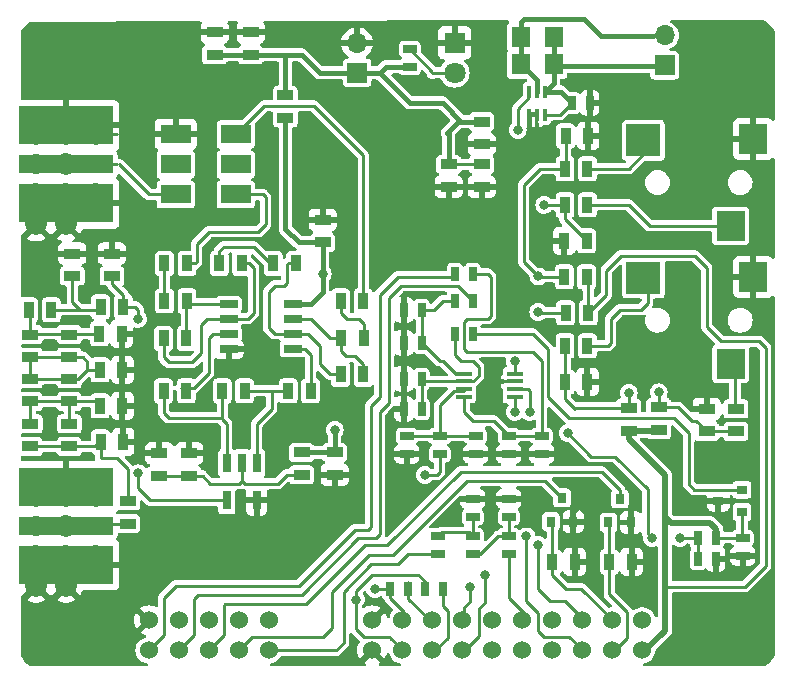
<source format=gtl>
G04 #@! TF.GenerationSoftware,KiCad,Pcbnew,7.0.8*
G04 #@! TF.CreationDate,2024-10-23T16:16:12+09:00*
G04 #@! TF.ProjectId,hat.pa30,6861742e-7061-4333-902e-6b696361645f,rev?*
G04 #@! TF.SameCoordinates,Original*
G04 #@! TF.FileFunction,Copper,L1,Top*
G04 #@! TF.FilePolarity,Positive*
%FSLAX46Y46*%
G04 Gerber Fmt 4.6, Leading zero omitted, Abs format (unit mm)*
G04 Created by KiCad (PCBNEW 7.0.8) date 2024-10-23 16:16:12*
%MOMM*%
%LPD*%
G01*
G04 APERTURE LIST*
G04 #@! TA.AperFunction,SMDPad,CuDef*
%ADD10R,0.760000X1.650000*%
G04 #@! TD*
G04 #@! TA.AperFunction,SMDPad,CuDef*
%ADD11R,2.540000X1.650000*%
G04 #@! TD*
G04 #@! TA.AperFunction,SMDPad,CuDef*
%ADD12R,1.143000X0.635000*%
G04 #@! TD*
G04 #@! TA.AperFunction,SMDPad,CuDef*
%ADD13R,0.889000X1.397000*%
G04 #@! TD*
G04 #@! TA.AperFunction,SMDPad,CuDef*
%ADD14R,0.635000X1.143000*%
G04 #@! TD*
G04 #@! TA.AperFunction,ComponentPad*
%ADD15C,5.300000*%
G04 #@! TD*
G04 #@! TA.AperFunction,SMDPad,CuDef*
%ADD16R,1.600000X1.800000*%
G04 #@! TD*
G04 #@! TA.AperFunction,SMDPad,CuDef*
%ADD17R,2.400000X2.550000*%
G04 #@! TD*
G04 #@! TA.AperFunction,SMDPad,CuDef*
%ADD18R,2.900000X2.750000*%
G04 #@! TD*
G04 #@! TA.AperFunction,SMDPad,CuDef*
%ADD19R,1.397000X0.889000*%
G04 #@! TD*
G04 #@! TA.AperFunction,SMDPad,CuDef*
%ADD20R,0.400000X1.000000*%
G04 #@! TD*
G04 #@! TA.AperFunction,SMDPad,CuDef*
%ADD21R,0.800000X0.900000*%
G04 #@! TD*
G04 #@! TA.AperFunction,ComponentPad*
%ADD22C,1.800000*%
G04 #@! TD*
G04 #@! TA.AperFunction,SMDPad,CuDef*
%ADD23R,8.000000X1.600000*%
G04 #@! TD*
G04 #@! TA.AperFunction,ComponentPad*
%ADD24C,1.850000*%
G04 #@! TD*
G04 #@! TA.AperFunction,SMDPad,CuDef*
%ADD25R,8.000000X3.300000*%
G04 #@! TD*
G04 #@! TA.AperFunction,ComponentPad*
%ADD26R,1.800000X1.800000*%
G04 #@! TD*
G04 #@! TA.AperFunction,ComponentPad*
%ADD27C,1.524000*%
G04 #@! TD*
G04 #@! TA.AperFunction,SMDPad,CuDef*
%ADD28R,0.900000X0.800000*%
G04 #@! TD*
G04 #@! TA.AperFunction,SMDPad,CuDef*
%ADD29R,1.350000X0.400000*%
G04 #@! TD*
G04 #@! TA.AperFunction,SMDPad,CuDef*
%ADD30R,1.528000X0.650000*%
G04 #@! TD*
G04 #@! TA.AperFunction,ComponentPad*
%ADD31R,1.700000X1.700000*%
G04 #@! TD*
G04 #@! TA.AperFunction,ComponentPad*
%ADD32O,1.700000X1.700000*%
G04 #@! TD*
G04 #@! TA.AperFunction,ViaPad*
%ADD33C,0.800000*%
G04 #@! TD*
G04 #@! TA.AperFunction,Conductor*
%ADD34C,0.250000*%
G04 #@! TD*
G04 #@! TA.AperFunction,Conductor*
%ADD35C,0.400000*%
G04 #@! TD*
G04 #@! TA.AperFunction,Conductor*
%ADD36C,0.500000*%
G04 #@! TD*
G04 APERTURE END LIST*
D10*
X134366000Y-116210000D03*
X136906000Y-116210000D03*
X136906000Y-113030000D03*
X135636000Y-113030000D03*
X134366000Y-113030000D03*
D11*
X135128000Y-90297000D03*
X135128000Y-87757000D03*
X135128000Y-85217000D03*
X130048000Y-85217000D03*
X130048000Y-87757000D03*
X130048000Y-90297000D03*
D12*
X161036000Y-110744000D03*
X161036000Y-112268000D03*
D13*
X133985000Y-106934000D03*
X135890000Y-106934000D03*
D14*
X153670000Y-99314000D03*
X155194000Y-99314000D03*
D15*
X177800000Y-127400000D03*
D16*
X162052000Y-79248000D03*
X159252000Y-79248000D03*
D17*
X178943000Y-97282000D03*
D18*
X169643000Y-97382000D03*
D17*
X177043000Y-104632000D03*
D19*
X140716000Y-114046000D03*
X140716000Y-112141000D03*
D14*
X150876000Y-100076000D03*
X149352000Y-100076000D03*
D13*
X125603000Y-111252000D03*
X123698000Y-111252000D03*
D19*
X177482500Y-110363000D03*
X177482500Y-108458000D03*
X121285000Y-97218500D03*
X121285000Y-95313500D03*
X131191000Y-114109500D03*
X131191000Y-112204500D03*
D20*
X159990000Y-83566000D03*
X160640000Y-83566000D03*
X161290000Y-83566000D03*
X161290000Y-81616000D03*
X160640000Y-81616000D03*
X159990000Y-81616000D03*
D14*
X174244000Y-121158000D03*
X175768000Y-121158000D03*
D13*
X168656000Y-121412000D03*
X166751000Y-121412000D03*
X163068000Y-100330000D03*
X164973000Y-100330000D03*
X163004500Y-91186000D03*
X164909500Y-91186000D03*
D21*
X166690000Y-118078000D03*
X168590000Y-118078000D03*
X167640000Y-116078000D03*
D22*
X118237000Y-118364000D03*
D23*
X120777000Y-118364000D03*
D24*
X120777000Y-118364000D03*
X118237000Y-123444000D03*
X120777000Y-123444000D03*
D25*
X120777000Y-121664000D03*
D24*
X118237000Y-120904000D03*
X120777000Y-120904000D03*
X123317000Y-120904000D03*
X118237000Y-115824000D03*
X120777000Y-115824000D03*
X123317000Y-115824000D03*
D25*
X120777000Y-115064000D03*
X120777000Y-84457000D03*
D24*
X123317000Y-85217000D03*
X120777000Y-85217000D03*
X118237000Y-85217000D03*
X123317000Y-90297000D03*
X120777000Y-90297000D03*
X118237000Y-90297000D03*
D25*
X120777000Y-91057000D03*
D24*
X120777000Y-92837000D03*
X118237000Y-92837000D03*
X120777000Y-87757000D03*
D23*
X120777000Y-87757000D03*
D22*
X118237000Y-87757000D03*
D13*
X130937000Y-106934000D03*
X129032000Y-106934000D03*
D26*
X153670000Y-77470000D03*
D22*
X153670000Y-80010000D03*
D13*
X125539500Y-105156000D03*
X123634500Y-105156000D03*
D14*
X153670000Y-102108000D03*
X155194000Y-102108000D03*
D19*
X121031000Y-107823000D03*
X121031000Y-105918000D03*
D27*
X137922000Y-126365000D03*
X137922000Y-128905000D03*
X135382000Y-126365000D03*
X135382000Y-128905000D03*
X132842000Y-126365000D03*
X132842000Y-128905000D03*
X130302000Y-126365000D03*
X130302000Y-128905000D03*
X127762000Y-126365000D03*
X127762000Y-128905000D03*
D15*
X177800000Y-78400000D03*
D19*
X125984000Y-118173500D03*
X125984000Y-116268500D03*
X175006000Y-110363000D03*
X175006000Y-108458000D03*
D28*
X178000000Y-117200000D03*
X178000000Y-115300000D03*
X176000000Y-116250000D03*
D29*
X154450000Y-105492000D03*
X154450000Y-106142000D03*
X154450000Y-106792000D03*
X154450000Y-107442000D03*
X158750000Y-107442000D03*
X158750000Y-106792000D03*
X158750000Y-106142000D03*
X158750000Y-105492000D03*
D19*
X143510000Y-112141000D03*
X143510000Y-114046000D03*
D14*
X163576000Y-82550000D03*
X165100000Y-82550000D03*
D13*
X123698000Y-99822000D03*
X125603000Y-99822000D03*
D14*
X152654000Y-123700000D03*
X151130000Y-123700000D03*
X148192000Y-123700000D03*
X149716000Y-123700000D03*
D19*
X117729000Y-109728000D03*
X117729000Y-111633000D03*
X133350000Y-78486000D03*
X133350000Y-76581000D03*
D12*
X149860000Y-79502000D03*
X149860000Y-77978000D03*
D13*
X145986500Y-102489000D03*
X144081500Y-102489000D03*
D19*
X136398000Y-78486000D03*
X136398000Y-76581000D03*
X153162000Y-87757000D03*
X153162000Y-89662000D03*
X155956000Y-87757000D03*
X155956000Y-89662000D03*
D13*
X163004500Y-88138000D03*
X164909500Y-88138000D03*
X135636000Y-96139000D03*
X133731000Y-96139000D03*
D19*
X121031000Y-104076500D03*
X121031000Y-102171500D03*
D12*
X178054000Y-119380000D03*
X178054000Y-120904000D03*
D13*
X138303000Y-96139000D03*
X140208000Y-96139000D03*
D19*
X128651000Y-112204500D03*
X128651000Y-114109500D03*
X121031000Y-111633000D03*
X121031000Y-109728000D03*
D14*
X155194000Y-97028000D03*
X153670000Y-97028000D03*
D13*
X129095500Y-96139000D03*
X131000500Y-96139000D03*
D16*
X162052000Y-76962000D03*
X159252000Y-76962000D03*
D30*
X134532000Y-99568000D03*
X134532000Y-100838000D03*
X134532000Y-102108000D03*
X134532000Y-103378000D03*
X139954000Y-103378000D03*
X139954000Y-102108000D03*
X139954000Y-100838000D03*
X139954000Y-99568000D03*
D13*
X164846000Y-94234000D03*
X162941000Y-94234000D03*
D12*
X158242000Y-112268000D03*
X158242000Y-110744000D03*
D31*
X145415000Y-80010000D03*
D32*
X145415000Y-77470000D03*
D12*
X152258000Y-119240000D03*
X152258000Y-120764000D03*
D17*
X178938000Y-85614000D03*
D18*
X169638000Y-85714000D03*
D17*
X177038000Y-92964000D03*
D14*
X149352000Y-102870000D03*
X150876000Y-102870000D03*
D13*
X117602000Y-100076000D03*
X119507000Y-100076000D03*
X162941000Y-97282000D03*
X164846000Y-97282000D03*
D19*
X124650500Y-97218500D03*
X124650500Y-95313500D03*
D14*
X175768000Y-119380000D03*
X174244000Y-119380000D03*
D19*
X117729000Y-102171500D03*
X117729000Y-104076500D03*
D31*
X171450000Y-79375000D03*
D32*
X171450000Y-76835000D03*
D14*
X150876000Y-105918000D03*
X149352000Y-105918000D03*
D13*
X130937000Y-102489000D03*
X129032000Y-102489000D03*
X145923000Y-99314000D03*
X144018000Y-99314000D03*
D15*
X119888000Y-78400000D03*
X119888000Y-127410000D03*
D12*
X155448000Y-110744000D03*
X155448000Y-112268000D03*
D19*
X142494000Y-94361000D03*
X142494000Y-92456000D03*
X170942000Y-108331000D03*
X170942000Y-110236000D03*
D13*
X125476000Y-102108000D03*
X123571000Y-102108000D03*
X163830000Y-121412000D03*
X161925000Y-121412000D03*
D12*
X158242000Y-117602000D03*
X158242000Y-116078000D03*
D13*
X139573000Y-106934000D03*
X141478000Y-106934000D03*
X163068000Y-85344000D03*
X164973000Y-85344000D03*
D19*
X117729000Y-105918000D03*
X117729000Y-107823000D03*
D13*
X125539500Y-108204000D03*
X123634500Y-108204000D03*
D21*
X161800000Y-118000000D03*
X163700000Y-118000000D03*
X162750000Y-116000000D03*
D12*
X155194000Y-119240000D03*
X155194000Y-120764000D03*
D13*
X145923000Y-105537000D03*
X144018000Y-105537000D03*
D12*
X158242000Y-119240000D03*
X158242000Y-120764000D03*
D19*
X168402000Y-108394500D03*
X168402000Y-110299500D03*
D13*
X163004500Y-103124000D03*
X164909500Y-103124000D03*
D14*
X149352000Y-108458000D03*
X150876000Y-108458000D03*
D12*
X149606000Y-112268000D03*
X149606000Y-110744000D03*
D13*
X163004500Y-106172000D03*
X164909500Y-106172000D03*
D12*
X152400000Y-110744000D03*
X152400000Y-112268000D03*
D19*
X139319000Y-83820000D03*
X139319000Y-81915000D03*
D12*
X155194000Y-117602000D03*
X155194000Y-116078000D03*
D13*
X129095500Y-99314000D03*
X131000500Y-99314000D03*
D19*
X155956000Y-84137500D03*
X155956000Y-86042500D03*
D27*
X169545000Y-128905000D03*
X169545000Y-126365000D03*
X167005000Y-128905000D03*
X167005000Y-126365000D03*
X164465000Y-128905000D03*
X164465000Y-126365000D03*
X161925000Y-128905000D03*
X161925000Y-126365000D03*
X159385000Y-128905000D03*
X159385000Y-126365000D03*
X156845000Y-128905000D03*
X156845000Y-126365000D03*
X154305000Y-128905000D03*
X154305000Y-126365000D03*
X151765000Y-128905000D03*
X151765000Y-126365000D03*
X149225000Y-128905000D03*
X149225000Y-126365000D03*
X146685000Y-128905000D03*
X146685000Y-126365000D03*
D33*
X126873000Y-113919000D03*
X126873000Y-100838000D03*
X173750000Y-128750000D03*
X140843000Y-92500000D03*
X164500000Y-116500000D03*
X149250000Y-115000000D03*
X174750000Y-83000000D03*
X177500000Y-122250000D03*
X173000000Y-116250000D03*
X157000000Y-104500000D03*
X160020000Y-108712000D03*
X146900000Y-123700000D03*
X158750000Y-108712000D03*
X145300000Y-124600000D03*
X155000000Y-123500000D03*
X168402000Y-107098000D03*
X156200000Y-122500000D03*
X170942000Y-107058000D03*
X160750000Y-120000000D03*
X160750000Y-97250000D03*
X161250000Y-91186000D03*
X160750000Y-100250000D03*
X159750000Y-119250000D03*
X142494000Y-97028000D03*
X143510000Y-110236000D03*
X172720000Y-119380000D03*
X170380000Y-119380000D03*
X163250000Y-110500000D03*
X158750000Y-104394000D03*
X159004000Y-84836000D03*
X151130000Y-114046000D03*
D34*
X131572000Y-127635000D02*
X130302000Y-128905000D01*
X131572000Y-124587000D02*
X131572000Y-127635000D01*
X131953000Y-124206000D02*
X131572000Y-124587000D01*
X140716000Y-124206000D02*
X131953000Y-124206000D01*
X145522000Y-119400000D02*
X140716000Y-124206000D01*
X147000000Y-119400000D02*
X145522000Y-119400000D01*
X147320000Y-119080000D02*
X147000000Y-119400000D01*
X147320000Y-108712000D02*
X147320000Y-119080000D01*
X148082000Y-99060000D02*
X148082000Y-107950000D01*
X155194000Y-99314000D02*
X153924000Y-98044000D01*
X153924000Y-98044000D02*
X149098000Y-98044000D01*
X149098000Y-98044000D02*
X148082000Y-99060000D01*
X148082000Y-107950000D02*
X147320000Y-108712000D01*
X136525000Y-127762000D02*
X135382000Y-128905000D01*
X143256000Y-123952000D02*
X143256000Y-127000000D01*
X143256000Y-127000000D02*
X142494000Y-127762000D01*
X146408000Y-120800000D02*
X143256000Y-123952000D01*
X142494000Y-127762000D02*
X136525000Y-127762000D01*
X148440000Y-120800000D02*
X146408000Y-120800000D01*
X161304000Y-114554000D02*
X154686000Y-114554000D01*
X154686000Y-114554000D02*
X148440000Y-120800000D01*
X162750000Y-116000000D02*
X161304000Y-114554000D01*
X143637000Y-128905000D02*
X144272000Y-128270000D01*
X137922000Y-128905000D02*
X143637000Y-128905000D01*
X129032000Y-127635000D02*
X127762000Y-128905000D01*
X130048000Y-123444000D02*
X129032000Y-124460000D01*
X140462000Y-123444000D02*
X130048000Y-123444000D01*
X145206000Y-118700000D02*
X140462000Y-123444000D01*
X146300000Y-118700000D02*
X145206000Y-118700000D01*
X146558000Y-108204000D02*
X146558000Y-118442000D01*
X148844000Y-97282000D02*
X147320000Y-98806000D01*
X146558000Y-118442000D02*
X146300000Y-118700000D01*
X153416000Y-97282000D02*
X148844000Y-97282000D01*
X147320000Y-98806000D02*
X147320000Y-107442000D01*
X147320000Y-107442000D02*
X146558000Y-108204000D01*
X129032000Y-124460000D02*
X129032000Y-127635000D01*
X141097000Y-124968000D02*
X134239000Y-124968000D01*
X146065000Y-120000000D02*
X141097000Y-124968000D01*
X154178000Y-113792000D02*
X147970000Y-120000000D01*
X166116000Y-113792000D02*
X154178000Y-113792000D01*
X167640000Y-115316000D02*
X166116000Y-113792000D01*
X147970000Y-120000000D02*
X146065000Y-120000000D01*
X167640000Y-116078000D02*
X167640000Y-115316000D01*
X134112000Y-127635000D02*
X132842000Y-128905000D01*
X134112000Y-125095000D02*
X134112000Y-127635000D01*
X134239000Y-124968000D02*
X134112000Y-125095000D01*
X130302000Y-128905000D02*
X130302000Y-128751000D01*
X132270500Y-114109500D02*
X128270000Y-114109500D01*
X132334000Y-114173000D02*
X132270500Y-114109500D01*
X135382000Y-114808000D02*
X135636000Y-114554000D01*
X132969000Y-114808000D02*
X135382000Y-114808000D01*
X132334000Y-114173000D02*
X132969000Y-114808000D01*
X126619000Y-99822000D02*
X125603000Y-99822000D01*
X126873000Y-115189000D02*
X126873000Y-114935000D01*
X127894000Y-116210000D02*
X126873000Y-115189000D01*
X128270000Y-116210000D02*
X127894000Y-116210000D01*
X126873000Y-113853000D02*
X126873000Y-115001000D01*
X126873000Y-100076000D02*
X126873000Y-100838000D01*
X120967500Y-118173500D02*
X120777000Y-118364000D01*
X125984000Y-118173500D02*
X120967500Y-118173500D01*
X125984000Y-118173500D02*
X125756665Y-118400835D01*
X121920000Y-100076000D02*
X119507000Y-100076000D01*
X137414000Y-90297000D02*
X135128000Y-90297000D01*
X137668000Y-92837000D02*
X137668000Y-90551000D01*
X137033000Y-93472000D02*
X137668000Y-92837000D01*
X131826000Y-94488000D02*
X132842000Y-93472000D01*
X131699000Y-96139000D02*
X131826000Y-96012000D01*
X132842000Y-93472000D02*
X137033000Y-93472000D01*
X137668000Y-90551000D02*
X137414000Y-90297000D01*
X131000500Y-96139000D02*
X131699000Y-96139000D01*
X131826000Y-96012000D02*
X131826000Y-94488000D01*
X126873000Y-100076000D02*
X126619000Y-99822000D01*
X134366000Y-116210000D02*
X128270000Y-116210000D01*
X131254500Y-99568000D02*
X134532000Y-99568000D01*
X132715000Y-100838000D02*
X134532000Y-100838000D01*
X132207000Y-103759000D02*
X132207000Y-101346000D01*
X132207000Y-101346000D02*
X132715000Y-100838000D01*
X129448500Y-104500000D02*
X131466000Y-104500000D01*
X129032000Y-104083500D02*
X129448500Y-104500000D01*
X129032000Y-102489000D02*
X129032000Y-104083500D01*
X131466000Y-104500000D02*
X132207000Y-103759000D01*
X132842000Y-105410000D02*
X131572000Y-106680000D01*
X132842000Y-102489000D02*
X132842000Y-105410000D01*
X133223000Y-102108000D02*
X132842000Y-102489000D01*
X131572000Y-106680000D02*
X130492500Y-106680000D01*
X134532000Y-102108000D02*
X133223000Y-102108000D01*
X129476500Y-109220000D02*
X129032000Y-108775500D01*
X133985000Y-108839000D02*
X133985000Y-109220000D01*
X133985000Y-109220000D02*
X129476500Y-109220000D01*
X121031000Y-109728000D02*
X121031000Y-107823000D01*
X123698000Y-112649000D02*
X123698000Y-111252000D01*
X125095000Y-112649000D02*
X123698000Y-112649000D01*
X125984000Y-113538000D02*
X125095000Y-112649000D01*
X125984000Y-116395500D02*
X125984000Y-113538000D01*
X141732000Y-82804000D02*
X141605000Y-82804000D01*
X145923000Y-86995000D02*
X141732000Y-82804000D01*
X145923000Y-99314000D02*
X145923000Y-86995000D01*
X137541000Y-82804000D02*
X135128000Y-85217000D01*
X141605000Y-82804000D02*
X137541000Y-82804000D01*
D35*
X139319000Y-93218000D02*
X140462000Y-94361000D01*
X139319000Y-83820000D02*
X139319000Y-93218000D01*
D34*
X142494000Y-92456000D02*
X140970000Y-92456000D01*
X123444000Y-100076000D02*
X123698000Y-99822000D01*
X121920000Y-100076000D02*
X123444000Y-100076000D01*
X121285000Y-97218500D02*
X121285000Y-99441000D01*
X121285000Y-99441000D02*
X121920000Y-100076000D01*
X117792500Y-102108000D02*
X117729000Y-102171500D01*
X123571000Y-102108000D02*
X117792500Y-102108000D01*
X117729000Y-104076500D02*
X122174000Y-104076500D01*
X122555000Y-104457500D02*
X122174000Y-104076500D01*
X122555000Y-105156000D02*
X122555000Y-104457500D01*
X121793000Y-105918000D02*
X122555000Y-105156000D01*
X117729000Y-105918000D02*
X121793000Y-105918000D01*
X122555000Y-105156000D02*
X123634500Y-105156000D01*
X138684000Y-114808000D02*
X139446000Y-114046000D01*
X135636000Y-114554000D02*
X135636000Y-113030000D01*
X135636000Y-114554000D02*
X135890000Y-114808000D01*
X139446000Y-114046000D02*
X140716000Y-114046000D01*
X135890000Y-114808000D02*
X138684000Y-114808000D01*
X175100000Y-127400000D02*
X177800000Y-127400000D01*
X120777000Y-85217000D02*
X125093000Y-85217000D01*
X178054000Y-120904000D02*
X178054000Y-121946000D01*
X120777000Y-85215000D02*
X125095000Y-85215000D01*
X178054000Y-121946000D02*
X177750000Y-122250000D01*
X163700000Y-118000000D02*
X163700000Y-117300000D01*
X163700000Y-117300000D02*
X164500000Y-116500000D01*
X130046000Y-85215000D02*
X130048000Y-85217000D01*
X176000000Y-116250000D02*
X173000000Y-116250000D01*
X157392000Y-106142000D02*
X157000000Y-105750000D01*
X125222000Y-85215000D02*
X130046000Y-85215000D01*
X149606000Y-112268000D02*
X149606000Y-113394000D01*
X158750000Y-106142000D02*
X157392000Y-106142000D01*
X157000000Y-105750000D02*
X157000000Y-104500000D01*
X149606000Y-113394000D02*
X149250000Y-113750000D01*
X149250000Y-113750000D02*
X149250000Y-115000000D01*
X177750000Y-122250000D02*
X177500000Y-122250000D01*
X125093000Y-85217000D02*
X125095000Y-85215000D01*
X124650500Y-97218500D02*
X124650500Y-97853500D01*
X125603000Y-98806000D02*
X125603000Y-99822000D01*
X124650500Y-97853500D02*
X125603000Y-98806000D01*
X149380000Y-125696000D02*
X148192000Y-124508000D01*
X160020000Y-106934000D02*
X160020000Y-108712000D01*
X148192000Y-124508000D02*
X148192000Y-123444000D01*
X149380000Y-126460000D02*
X149380000Y-125696000D01*
X159878000Y-106792000D02*
X160020000Y-106934000D01*
X158750000Y-106792000D02*
X159878000Y-106792000D01*
X148192000Y-123700000D02*
X146900000Y-123700000D01*
X145300000Y-124600000D02*
X145300000Y-123900000D01*
X149380000Y-129000000D02*
X148200000Y-127820000D01*
X146700000Y-122500000D02*
X150600000Y-122500000D01*
X145300000Y-123900000D02*
X146700000Y-122500000D01*
X158750000Y-107442000D02*
X158750000Y-108712000D01*
X148200000Y-127800000D02*
X146000000Y-127800000D01*
X148200000Y-127820000D02*
X148200000Y-127800000D01*
X150600000Y-122500000D02*
X151130000Y-123030000D01*
X146000000Y-127800000D02*
X145300000Y-127100000D01*
X145300000Y-127100000D02*
X145300000Y-124600000D01*
X151130000Y-123030000D02*
X151130000Y-123700000D01*
X153100000Y-125600000D02*
X153100000Y-127820000D01*
X153100000Y-127820000D02*
X151920000Y-129000000D01*
X152654000Y-125154000D02*
X153100000Y-125600000D01*
X152654000Y-123700000D02*
X152654000Y-125154000D01*
X149716000Y-123700000D02*
X149716000Y-124512000D01*
X149716000Y-123128500D02*
X149716000Y-123700000D01*
X149716000Y-124256000D02*
X149716000Y-124516000D01*
X151660000Y-126460000D02*
X151920000Y-126460000D01*
X149716000Y-124516000D02*
X151660000Y-126460000D01*
X168500000Y-107000000D02*
X168402000Y-107098000D01*
X168402000Y-108394500D02*
X168402000Y-107098000D01*
X163893500Y-108394500D02*
X168402000Y-108394500D01*
X163004500Y-107632500D02*
X163830000Y-108458000D01*
X163830000Y-108458000D02*
X163893500Y-108394500D01*
X163004500Y-103124000D02*
X163004500Y-106172000D01*
X154460000Y-125290000D02*
X155000000Y-124750000D01*
X163004500Y-106172000D02*
X163004500Y-107632500D01*
X155000000Y-124750000D02*
X155000000Y-123500000D01*
X154460000Y-126460000D02*
X154460000Y-125290000D01*
X155750000Y-125350000D02*
X156200000Y-124900000D01*
X175006000Y-110363000D02*
X174117000Y-109474000D01*
X156200000Y-124900000D02*
X156200000Y-122500000D01*
X155750000Y-127710000D02*
X155750000Y-125350000D01*
X170878500Y-108267500D02*
X170942000Y-108331000D01*
X175006000Y-110363000D02*
X177482500Y-110363000D01*
X154460000Y-129000000D02*
X155750000Y-127710000D01*
X170942000Y-108331000D02*
X170942000Y-107058000D01*
X171000000Y-107000000D02*
X170942000Y-107058000D01*
X174117000Y-109474000D02*
X173736000Y-109474000D01*
X173736000Y-109474000D02*
X172593000Y-108331000D01*
X172593000Y-108331000D02*
X170942000Y-108331000D01*
X159540000Y-126460000D02*
X159540000Y-125740000D01*
X158242000Y-124442000D02*
X158242000Y-124242000D01*
X159540000Y-125740000D02*
X158242000Y-124442000D01*
X158242000Y-120764000D02*
X158242000Y-124242000D01*
X160862000Y-88138000D02*
X159500000Y-89500000D01*
X164620000Y-126370000D02*
X163000000Y-124750000D01*
X163004500Y-88138000D02*
X160862000Y-88138000D01*
X162941000Y-97282000D02*
X160782000Y-97282000D01*
X159500000Y-96000000D02*
X160750000Y-97250000D01*
X159500000Y-89500000D02*
X159500000Y-96000000D01*
X160750000Y-123750000D02*
X160750000Y-120000000D01*
X164620000Y-126460000D02*
X164620000Y-126370000D01*
X163068000Y-85344000D02*
X163068000Y-88074500D01*
X163000000Y-124750000D02*
X161750000Y-124750000D01*
X160782000Y-97282000D02*
X160750000Y-97250000D01*
X161750000Y-124750000D02*
X160750000Y-123750000D01*
X163068000Y-88074500D02*
X163004500Y-88138000D01*
X160830000Y-100330000D02*
X160750000Y-100250000D01*
X161250000Y-91186000D02*
X163004500Y-91186000D01*
X163370000Y-127750000D02*
X161250000Y-127750000D01*
X163004500Y-92392500D02*
X164846000Y-94234000D01*
X164620000Y-129000000D02*
X163370000Y-127750000D01*
X163068000Y-100330000D02*
X160830000Y-100330000D01*
X163004500Y-91186000D02*
X163004500Y-92392500D01*
X160750000Y-127250000D02*
X160750000Y-125750000D01*
X160750000Y-125750000D02*
X159750000Y-124750000D01*
X161250000Y-127750000D02*
X160750000Y-127250000D01*
X159750000Y-124750000D02*
X159750000Y-119250000D01*
X164398000Y-123698000D02*
X163068000Y-123698000D01*
X167160000Y-126460000D02*
X164398000Y-123698000D01*
X163068000Y-123698000D02*
X161925000Y-122555000D01*
X161925000Y-122555000D02*
X161925000Y-121412000D01*
X161925000Y-121412000D02*
X161925000Y-118125000D01*
X161925000Y-118125000D02*
X161800000Y-118000000D01*
X166751000Y-121412000D02*
X166751000Y-118139000D01*
X168300000Y-125700000D02*
X168300000Y-127860000D01*
X168300000Y-127860000D02*
X167160000Y-129000000D01*
X166751000Y-121412000D02*
X166751000Y-124151000D01*
X166751000Y-118139000D02*
X166690000Y-118078000D01*
X166751000Y-124151000D02*
X168300000Y-125700000D01*
D36*
X171450000Y-127250000D02*
X169700000Y-129000000D01*
X171450000Y-117602000D02*
X171958000Y-118110000D01*
X170878500Y-110299500D02*
X170942000Y-110236000D01*
D34*
X178000000Y-119326000D02*
X178054000Y-119380000D01*
X164973000Y-97409000D02*
X164846000Y-97282000D01*
X166500000Y-98803000D02*
X166500000Y-96750000D01*
D36*
X171450000Y-123500000D02*
X171450000Y-127250000D01*
D34*
X164973000Y-100330000D02*
X166500000Y-98803000D01*
X164973000Y-100330000D02*
X164973000Y-97409000D01*
X174000000Y-95500000D02*
X175000000Y-96500000D01*
D36*
X171450000Y-117602000D02*
X171450000Y-114046000D01*
D34*
X178250000Y-123500000D02*
X171450000Y-123500000D01*
X175768000Y-119380000D02*
X178054000Y-119380000D01*
X166500000Y-96750000D02*
X167750000Y-95500000D01*
X167750000Y-95500000D02*
X174000000Y-95500000D01*
X179443198Y-102750000D02*
X180000000Y-103306802D01*
X175000000Y-101500000D02*
X176250000Y-102750000D01*
D36*
X171450000Y-114046000D02*
X168402000Y-110998000D01*
D34*
X175000000Y-96500000D02*
X175000000Y-101500000D01*
D36*
X168402000Y-110299500D02*
X170878500Y-110299500D01*
D34*
X178000000Y-117200000D02*
X178000000Y-119326000D01*
X180000000Y-121750000D02*
X178250000Y-123500000D01*
D36*
X168402000Y-110998000D02*
X168402000Y-110299500D01*
X171958000Y-118110000D02*
X175260000Y-118110000D01*
X175260000Y-118110000D02*
X175768000Y-118618000D01*
X175768000Y-118618000D02*
X175768000Y-118805000D01*
D34*
X176250000Y-102750000D02*
X179443198Y-102750000D01*
D36*
X171450000Y-117602000D02*
X171450000Y-123500000D01*
D34*
X180000000Y-103306802D02*
X180000000Y-121750000D01*
X131000500Y-99314000D02*
X131254500Y-99568000D01*
X130937000Y-102489000D02*
X130937000Y-99885500D01*
D35*
X143510000Y-112141000D02*
X143510000Y-110236000D01*
X142494000Y-94361000D02*
X142494000Y-97028000D01*
X141478000Y-99568000D02*
X139954000Y-99568000D01*
X140462000Y-94361000D02*
X142494000Y-94361000D01*
X140716000Y-112141000D02*
X143510000Y-112141000D01*
X142494000Y-98552000D02*
X141478000Y-99568000D01*
X142494000Y-97028000D02*
X142494000Y-98552000D01*
D34*
X145250000Y-104000000D02*
X144500000Y-104000000D01*
X144081500Y-103581500D02*
X144081500Y-102489000D01*
X141478000Y-100838000D02*
X139954000Y-100838000D01*
X145923000Y-105537000D02*
X145923000Y-104673000D01*
X144081500Y-102489000D02*
X143129000Y-102489000D01*
X145923000Y-104673000D02*
X145250000Y-104000000D01*
X144500000Y-104000000D02*
X144081500Y-103581500D01*
X143129000Y-102489000D02*
X141478000Y-100838000D01*
D35*
X162052000Y-79248000D02*
X162052000Y-80854000D01*
D34*
X162554000Y-76460000D02*
X162052000Y-76962000D01*
X163576000Y-82550000D02*
X162560000Y-83566000D01*
D35*
X162642000Y-81616000D02*
X163576000Y-82550000D01*
X161290000Y-81616000D02*
X162642000Y-81616000D01*
X162052000Y-79248000D02*
X162052000Y-76962000D01*
D34*
X163576000Y-82184000D02*
X163576000Y-82550000D01*
D35*
X162052000Y-80854000D02*
X161290000Y-81616000D01*
X167957500Y-79438500D02*
X162242500Y-79438500D01*
X162242500Y-79438500D02*
X162052000Y-79248000D01*
D34*
X162560000Y-83566000D02*
X161290000Y-83566000D01*
D35*
X167957500Y-79438500D02*
X170497500Y-79438500D01*
D34*
X173482000Y-114808000D02*
X173974000Y-115300000D01*
X172212000Y-109220000D02*
X173482000Y-110490000D01*
X173974000Y-115300000D02*
X178000000Y-115300000D01*
X161544000Y-103378000D02*
X161544000Y-107442000D01*
X161544000Y-107442000D02*
X163322000Y-109220000D01*
X160274000Y-102108000D02*
X161544000Y-103378000D01*
X155194000Y-102108000D02*
X160274000Y-102108000D01*
X163322000Y-109220000D02*
X172212000Y-109220000D01*
X173482000Y-110490000D02*
X173482000Y-114808000D01*
X130411000Y-129000000D02*
X129980000Y-129000000D01*
D35*
X154241500Y-84137500D02*
X152654000Y-82550000D01*
X153035000Y-85090000D02*
X153162000Y-85217000D01*
X153987500Y-84137500D02*
X153035000Y-85090000D01*
X140716000Y-78486000D02*
X136398000Y-78486000D01*
X152654000Y-82550000D02*
X149860000Y-82550000D01*
D34*
X153162000Y-87757000D02*
X155956000Y-87757000D01*
D35*
X133350000Y-78486000D02*
X136398000Y-78486000D01*
X147828000Y-79502000D02*
X147320000Y-80010000D01*
X155956000Y-84137500D02*
X154241500Y-84137500D01*
X149860000Y-79502000D02*
X147828000Y-79502000D01*
X154241500Y-84137500D02*
X153987500Y-84137500D01*
X149860000Y-82550000D02*
X147320000Y-80010000D01*
X142240000Y-80010000D02*
X140716000Y-78486000D01*
X139319000Y-78486000D02*
X139319000Y-81915000D01*
X145415000Y-80010000D02*
X142240000Y-80010000D01*
X147320000Y-80010000D02*
X145415000Y-80010000D01*
X153162000Y-85217000D02*
X153162000Y-87757000D01*
D34*
X145986500Y-101282500D02*
X145986500Y-102489000D01*
X144526000Y-100838000D02*
X145542000Y-100838000D01*
X144018000Y-100330000D02*
X144526000Y-100838000D01*
X144018000Y-99314000D02*
X144018000Y-100330000D01*
X145542000Y-100838000D02*
X145986500Y-101282500D01*
X123190000Y-111633000D02*
X119761000Y-111633000D01*
X121031000Y-111633000D02*
X117729000Y-111633000D01*
X123571000Y-111252000D02*
X123190000Y-111633000D01*
X123698000Y-111252000D02*
X123571000Y-111252000D01*
X117729000Y-107823000D02*
X121031000Y-107823000D01*
X123253500Y-107823000D02*
X123634500Y-108204000D01*
X117729000Y-109728000D02*
X117729000Y-107823000D01*
X119761000Y-107823000D02*
X123253500Y-107823000D01*
X117729000Y-105918000D02*
X117729000Y-104076500D01*
X117602000Y-102044500D02*
X117729000Y-102171500D01*
X117729000Y-102171500D02*
X117729000Y-100203000D01*
X117729000Y-100203000D02*
X117602000Y-100076000D01*
X123507500Y-102171500D02*
X123571000Y-102108000D01*
X129095500Y-99314000D02*
X129095500Y-96139000D01*
X134112000Y-94742000D02*
X133731000Y-95123000D01*
X138303000Y-96139000D02*
X138049000Y-96139000D01*
X136652000Y-94742000D02*
X134112000Y-94742000D01*
X138049000Y-96139000D02*
X136652000Y-94742000D01*
X133731000Y-95123000D02*
X133731000Y-96139000D01*
X168402000Y-91186000D02*
X170180000Y-92964000D01*
X170180000Y-92964000D02*
X177038000Y-92964000D01*
X164909500Y-91186000D02*
X168402000Y-91186000D01*
X164909500Y-88138000D02*
X168402000Y-88138000D01*
X169638000Y-86902000D02*
X169638000Y-85714000D01*
X168402000Y-88138000D02*
X169638000Y-86902000D01*
X177396000Y-108371500D02*
X177482500Y-108458000D01*
X177396000Y-104767000D02*
X177396000Y-108371500D01*
X166878000Y-100838000D02*
X167640000Y-100076000D01*
X166624000Y-103124000D02*
X166878000Y-102870000D01*
X167640000Y-100076000D02*
X169418000Y-100076000D01*
X166878000Y-102870000D02*
X166878000Y-100838000D01*
X169418000Y-100076000D02*
X169996000Y-99498000D01*
X169996000Y-99498000D02*
X169996000Y-97517000D01*
X164909500Y-103124000D02*
X166624000Y-103124000D01*
X155194000Y-119240000D02*
X155194000Y-117602000D01*
X155194000Y-119240000D02*
X154876500Y-118922500D01*
X154876500Y-118922500D02*
X152575500Y-118922500D01*
X152575500Y-118922500D02*
X152258000Y-119240000D01*
X158242000Y-119240000D02*
X158242000Y-117602000D01*
X158242000Y-119240000D02*
X157366000Y-119240000D01*
X155842000Y-120764000D02*
X155194000Y-120764000D01*
X157366000Y-119240000D02*
X155842000Y-120764000D01*
X144272000Y-123952000D02*
X144272000Y-128270000D01*
X149746000Y-120764000D02*
X148910000Y-121600000D01*
X148910000Y-121600000D02*
X146624000Y-121600000D01*
X146624000Y-121600000D02*
X144272000Y-123952000D01*
X152258000Y-120764000D02*
X149746000Y-120764000D01*
X174244000Y-119380000D02*
X172720000Y-119380000D01*
X158750000Y-105492000D02*
X158750000Y-104394000D01*
X167250000Y-112500000D02*
X165250000Y-112500000D01*
X170000000Y-115250000D02*
X167250000Y-112500000D01*
X165250000Y-112500000D02*
X163250000Y-110500000D01*
X170380000Y-119380000D02*
X170000000Y-119000000D01*
X170000000Y-119000000D02*
X170000000Y-115250000D01*
X174244000Y-121158000D02*
X174244000Y-119380000D01*
X161036000Y-104394000D02*
X160274000Y-103632000D01*
X154432000Y-101092000D02*
X154686000Y-100838000D01*
X155194000Y-109474000D02*
X154432000Y-108712000D01*
X154432000Y-108712000D02*
X154450000Y-108694000D01*
X158242000Y-110744000D02*
X156972000Y-109474000D01*
X158242000Y-110744000D02*
X161036000Y-110744000D01*
X156718000Y-97282000D02*
X156464000Y-97028000D01*
X156464000Y-100838000D02*
X156718000Y-100584000D01*
X160274000Y-103632000D02*
X154686000Y-103632000D01*
X156464000Y-97028000D02*
X155194000Y-97028000D01*
X154686000Y-103632000D02*
X154432000Y-103378000D01*
X156718000Y-100584000D02*
X156718000Y-97282000D01*
X161036000Y-110744000D02*
X161036000Y-104394000D01*
X154450000Y-108694000D02*
X154450000Y-107442000D01*
X156972000Y-109474000D02*
X155194000Y-109474000D01*
X154432000Y-103378000D02*
X154432000Y-101092000D01*
X154686000Y-100838000D02*
X156464000Y-100838000D01*
X152400000Y-108157380D02*
X152400000Y-110744000D01*
X152400000Y-110744000D02*
X155448000Y-110744000D01*
X149606000Y-110744000D02*
X152400000Y-110744000D01*
X154450000Y-106916000D02*
X153641380Y-106916000D01*
X154450000Y-106792000D02*
X154450000Y-106916000D01*
X153641380Y-106916000D02*
X152400000Y-108157380D01*
X155224000Y-106142000D02*
X154450000Y-106142000D01*
X155702000Y-105664000D02*
X155224000Y-106142000D01*
X155702000Y-104902000D02*
X155702000Y-105664000D01*
X150876000Y-105918000D02*
X151100000Y-106142000D01*
X155194000Y-104394000D02*
X155702000Y-104902000D01*
X153670000Y-103886000D02*
X154178000Y-104394000D01*
X154178000Y-104394000D02*
X155194000Y-104394000D01*
X150876000Y-108458000D02*
X150876000Y-105918000D01*
X153670000Y-102108000D02*
X153670000Y-103886000D01*
X151100000Y-106142000D02*
X154450000Y-106142000D01*
X152400000Y-104394000D02*
X152654000Y-104394000D01*
X153752000Y-105492000D02*
X154450000Y-105492000D01*
X151892000Y-100076000D02*
X152654000Y-99314000D01*
X152654000Y-99314000D02*
X153670000Y-99314000D01*
X150876000Y-102870000D02*
X150876000Y-100076000D01*
X150876000Y-102870000D02*
X152400000Y-104394000D01*
X150876000Y-100076000D02*
X151892000Y-100076000D01*
X152654000Y-104394000D02*
X153752000Y-105492000D01*
X159990000Y-81616000D02*
X159990000Y-82072000D01*
X152400000Y-112268000D02*
X152400000Y-113792000D01*
X152146000Y-114046000D02*
X151130000Y-114046000D01*
X152400000Y-113792000D02*
X152146000Y-114046000D01*
X159004000Y-83058000D02*
X159004000Y-84836000D01*
X159990000Y-82072000D02*
X159004000Y-83058000D01*
X120777000Y-87757000D02*
X125091000Y-87757000D01*
X125091000Y-87757000D02*
X125093000Y-87755000D01*
X125220000Y-87755000D02*
X127762000Y-90297000D01*
X127762000Y-90297000D02*
X130048000Y-90297000D01*
X133985000Y-109347000D02*
X134366000Y-109728000D01*
X133985000Y-106934000D02*
X133985000Y-108839000D01*
X133985000Y-108839000D02*
X133985000Y-109347000D01*
X134366000Y-109728000D02*
X134366000Y-113030000D01*
X129032000Y-108775500D02*
X129032000Y-106934000D01*
X135890000Y-106934000D02*
X138938000Y-106934000D01*
X138938000Y-106934000D02*
X139573000Y-106934000D01*
X138176000Y-108458000D02*
X138176000Y-106934000D01*
X136906000Y-109728000D02*
X138176000Y-108458000D01*
X136906000Y-113030000D02*
X136906000Y-109728000D01*
X138176000Y-106934000D02*
X138938000Y-106934000D01*
X136652000Y-100330000D02*
X136144000Y-100838000D01*
X135636000Y-96139000D02*
X136271000Y-96139000D01*
X136271000Y-96139000D02*
X136652000Y-96520000D01*
X136144000Y-100838000D02*
X134532000Y-100838000D01*
X136652000Y-96520000D02*
X136652000Y-100330000D01*
X131191000Y-106680000D02*
X130937000Y-106934000D01*
X140970000Y-103378000D02*
X139954000Y-103378000D01*
X141478000Y-106934000D02*
X141478000Y-103886000D01*
X141478000Y-103886000D02*
X140970000Y-103378000D01*
X141224000Y-102108000D02*
X142240000Y-103124000D01*
X137922000Y-98552000D02*
X137922000Y-101600000D01*
X143129000Y-105537000D02*
X144018000Y-105537000D01*
X139573000Y-96139000D02*
X139446000Y-96266000D01*
X140208000Y-96139000D02*
X139573000Y-96139000D01*
X139954000Y-102108000D02*
X141224000Y-102108000D01*
X139446000Y-96266000D02*
X139446000Y-97790000D01*
X139446000Y-97790000D02*
X139192000Y-98044000D01*
X139192000Y-98044000D02*
X138430000Y-98044000D01*
X138430000Y-98044000D02*
X137922000Y-98552000D01*
X142240000Y-103124000D02*
X142240000Y-104648000D01*
X137922000Y-101600000D02*
X138430000Y-102108000D01*
X142240000Y-104648000D02*
X143129000Y-105537000D01*
X138430000Y-102108000D02*
X139954000Y-102108000D01*
D35*
X159252000Y-76962000D02*
X159252000Y-79248000D01*
X164592000Y-75438000D02*
X159512000Y-75438000D01*
X167957500Y-76898500D02*
X166052500Y-76898500D01*
X160640000Y-80636000D02*
X160640000Y-81616000D01*
X159252000Y-79248000D02*
X160640000Y-80636000D01*
X167957500Y-76898500D02*
X170497500Y-76898500D01*
X159512000Y-75438000D02*
X159252000Y-75698000D01*
X159252000Y-75698000D02*
X159252000Y-76962000D01*
X166052500Y-76898500D02*
X164592000Y-75438000D01*
D34*
X151790400Y-79908400D02*
X151790400Y-80060800D01*
X151841200Y-80010000D02*
X153670000Y-80010000D01*
X151790400Y-80060800D02*
X151841200Y-80010000D01*
X149860000Y-77978000D02*
X151790400Y-79908400D01*
G04 #@! TA.AperFunction,Conductor*
G36*
X136636203Y-95399107D02*
G01*
X136642669Y-95405127D01*
X136989221Y-95751679D01*
X137471681Y-96234139D01*
X137505166Y-96295462D01*
X137508000Y-96321820D01*
X137508000Y-96870760D01*
X137517926Y-96938891D01*
X137531869Y-96967413D01*
X137566360Y-97037966D01*
X137569303Y-97043985D01*
X137652014Y-97126696D01*
X137652015Y-97126696D01*
X137652017Y-97126698D01*
X137757107Y-97178073D01*
X137777375Y-97181026D01*
X137825239Y-97188000D01*
X137825240Y-97188000D01*
X138780759Y-97188000D01*
X138780760Y-97188000D01*
X138828623Y-97181026D01*
X138897798Y-97190838D01*
X138950688Y-97236493D01*
X138970500Y-97303495D01*
X138970500Y-97444500D01*
X138950815Y-97511539D01*
X138898011Y-97557294D01*
X138846500Y-97568500D01*
X138494453Y-97568500D01*
X138468101Y-97565667D01*
X138464270Y-97564834D01*
X138464267Y-97564834D01*
X138427641Y-97567453D01*
X138415223Y-97568342D01*
X138410801Y-97568500D01*
X138395989Y-97568500D01*
X138381329Y-97570607D01*
X138376932Y-97571080D01*
X138327885Y-97574589D01*
X138327882Y-97574590D01*
X138324214Y-97575958D01*
X138298538Y-97582511D01*
X138294656Y-97583069D01*
X138249924Y-97603497D01*
X138245842Y-97605188D01*
X138231320Y-97610604D01*
X138199774Y-97622371D01*
X138199771Y-97622372D01*
X138196633Y-97624722D01*
X138173850Y-97638240D01*
X138170282Y-97639869D01*
X138133112Y-97672075D01*
X138129673Y-97674847D01*
X138117815Y-97683726D01*
X138107342Y-97694197D01*
X138104106Y-97697210D01*
X138066942Y-97729413D01*
X138064821Y-97732714D01*
X138048191Y-97753349D01*
X137631345Y-98170194D01*
X137610712Y-98186823D01*
X137607413Y-98188942D01*
X137607407Y-98188948D01*
X137575216Y-98226099D01*
X137572203Y-98229335D01*
X137561719Y-98239821D01*
X137552832Y-98251690D01*
X137550060Y-98255131D01*
X137517872Y-98292279D01*
X137517868Y-98292284D01*
X137516237Y-98295856D01*
X137502725Y-98318629D01*
X137500372Y-98321772D01*
X137500370Y-98321775D01*
X137483187Y-98367844D01*
X137481494Y-98371931D01*
X137461069Y-98416658D01*
X137461068Y-98416661D01*
X137460511Y-98420537D01*
X137453959Y-98446211D01*
X137452589Y-98449884D01*
X137449079Y-98498928D01*
X137448607Y-98503321D01*
X137446500Y-98517983D01*
X137446500Y-98532791D01*
X137446342Y-98537216D01*
X137442833Y-98586268D01*
X137442833Y-98586270D01*
X137443666Y-98590099D01*
X137446500Y-98616458D01*
X137446500Y-101535542D01*
X137443666Y-101561899D01*
X137442833Y-101565725D01*
X137442833Y-101565730D01*
X137446342Y-101614781D01*
X137446500Y-101619207D01*
X137446500Y-101634004D01*
X137446501Y-101634019D01*
X137448607Y-101648680D01*
X137449079Y-101653071D01*
X137451631Y-101688721D01*
X137452589Y-101702115D01*
X137452590Y-101702118D01*
X137452591Y-101702122D01*
X137453959Y-101705791D01*
X137460509Y-101731455D01*
X137461067Y-101735337D01*
X137461068Y-101735341D01*
X137461069Y-101735342D01*
X137481499Y-101780078D01*
X137483185Y-101784149D01*
X137500371Y-101830227D01*
X137502718Y-101833362D01*
X137516241Y-101856152D01*
X137517870Y-101859718D01*
X137550079Y-101896890D01*
X137552843Y-101900320D01*
X137560730Y-101910857D01*
X137561721Y-101912180D01*
X137572204Y-101922663D01*
X137575201Y-101925882D01*
X137601988Y-101956796D01*
X137607413Y-101963057D01*
X137607415Y-101963058D01*
X137610704Y-101965172D01*
X137631349Y-101981808D01*
X138048190Y-102398648D01*
X138064823Y-102419287D01*
X138066944Y-102422588D01*
X138066946Y-102422590D01*
X138104121Y-102454802D01*
X138107347Y-102457805D01*
X138117820Y-102468278D01*
X138117830Y-102468285D01*
X138117833Y-102468288D01*
X138129680Y-102477158D01*
X138133122Y-102479932D01*
X138170282Y-102512130D01*
X138170286Y-102512131D01*
X138170288Y-102512133D01*
X138173837Y-102513754D01*
X138196640Y-102527283D01*
X138199769Y-102529625D01*
X138199775Y-102529629D01*
X138245838Y-102546809D01*
X138249926Y-102548502D01*
X138294658Y-102568931D01*
X138298530Y-102569487D01*
X138324216Y-102576042D01*
X138327885Y-102577411D01*
X138376930Y-102580918D01*
X138381328Y-102581391D01*
X138386831Y-102582183D01*
X138395988Y-102583500D01*
X138395989Y-102583500D01*
X138410801Y-102583500D01*
X138415223Y-102583657D01*
X138464270Y-102587166D01*
X138468101Y-102586332D01*
X138494453Y-102583500D01*
X138797003Y-102583500D01*
X138864042Y-102603185D01*
X138897923Y-102635450D01*
X138900805Y-102639487D01*
X138916637Y-102655319D01*
X138950122Y-102716642D01*
X138945138Y-102786334D01*
X138916637Y-102830681D01*
X138900803Y-102846514D01*
X138849426Y-102951608D01*
X138839500Y-103019739D01*
X138839500Y-103736260D01*
X138849426Y-103804391D01*
X138900803Y-103909485D01*
X138983514Y-103992196D01*
X138983515Y-103992196D01*
X138983517Y-103992198D01*
X139088607Y-104043573D01*
X139122673Y-104048536D01*
X139156739Y-104053500D01*
X139156740Y-104053500D01*
X140751255Y-104053500D01*
X140751260Y-104053500D01*
X140819393Y-104043573D01*
X140824034Y-104041303D01*
X140892905Y-104029541D01*
X140957204Y-104056880D01*
X140996515Y-104114642D01*
X141002500Y-104152701D01*
X141002500Y-105783109D01*
X140982815Y-105850148D01*
X140932960Y-105894510D01*
X140827014Y-105946303D01*
X140744303Y-106029014D01*
X140692926Y-106134108D01*
X140683000Y-106202239D01*
X140683000Y-107665760D01*
X140692926Y-107733891D01*
X140744303Y-107838985D01*
X140827014Y-107921696D01*
X140827015Y-107921696D01*
X140827017Y-107921698D01*
X140932107Y-107973073D01*
X140961194Y-107977311D01*
X141000239Y-107983000D01*
X141000240Y-107983000D01*
X141955761Y-107983000D01*
X141978471Y-107979691D01*
X142023893Y-107973073D01*
X142128983Y-107921698D01*
X142211698Y-107838983D01*
X142263073Y-107733893D01*
X142273000Y-107665760D01*
X142273000Y-106202240D01*
X142272119Y-106196196D01*
X142263073Y-106134108D01*
X142263073Y-106134107D01*
X142211698Y-106029017D01*
X142211696Y-106029015D01*
X142211696Y-106029014D01*
X142128985Y-105946303D01*
X142089620Y-105927059D01*
X142023893Y-105894927D01*
X142023892Y-105894926D01*
X142023040Y-105894510D01*
X141971457Y-105847382D01*
X141953500Y-105783109D01*
X141953500Y-105333321D01*
X141973185Y-105266282D01*
X142025989Y-105220527D01*
X142095147Y-105210583D01*
X142158703Y-105239608D01*
X142165181Y-105245640D01*
X142747192Y-105827651D01*
X142763825Y-105848291D01*
X142765945Y-105851589D01*
X142803117Y-105883798D01*
X142806333Y-105886792D01*
X142816820Y-105897279D01*
X142816827Y-105897284D01*
X142816828Y-105897285D01*
X142828672Y-105906151D01*
X142832119Y-105908928D01*
X142869282Y-105941130D01*
X142872842Y-105942756D01*
X142895637Y-105956281D01*
X142898771Y-105958627D01*
X142898776Y-105958630D01*
X142904785Y-105960871D01*
X142944873Y-105975822D01*
X142948911Y-105977495D01*
X142993658Y-105997931D01*
X142997525Y-105998486D01*
X143023218Y-106005044D01*
X143026885Y-106006412D01*
X143075938Y-106009920D01*
X143080325Y-106010391D01*
X143094989Y-106012500D01*
X143099000Y-106012500D01*
X143166039Y-106032185D01*
X143211794Y-106084989D01*
X143223000Y-106136500D01*
X143223000Y-106268760D01*
X143232926Y-106336891D01*
X143284303Y-106441985D01*
X143367014Y-106524696D01*
X143367015Y-106524696D01*
X143367017Y-106524698D01*
X143472107Y-106576073D01*
X143501860Y-106580408D01*
X143540239Y-106586000D01*
X143540240Y-106586000D01*
X144495761Y-106586000D01*
X144518471Y-106582691D01*
X144563893Y-106576073D01*
X144668983Y-106524698D01*
X144751698Y-106441983D01*
X144803073Y-106336893D01*
X144813000Y-106268760D01*
X144813000Y-104805240D01*
X144811685Y-104796218D01*
X144803073Y-104737108D01*
X144782036Y-104694076D01*
X144762424Y-104653959D01*
X144750666Y-104585087D01*
X144778010Y-104520790D01*
X144835774Y-104481483D01*
X144873826Y-104475500D01*
X145001679Y-104475500D01*
X145068718Y-104495185D01*
X145089360Y-104511819D01*
X145133349Y-104555808D01*
X145166834Y-104617131D01*
X145161850Y-104686823D01*
X145157070Y-104697947D01*
X145137926Y-104737107D01*
X145128000Y-104805239D01*
X145128000Y-106268760D01*
X145137926Y-106336891D01*
X145189303Y-106441985D01*
X145272014Y-106524696D01*
X145272015Y-106524696D01*
X145272017Y-106524698D01*
X145377107Y-106576073D01*
X145406860Y-106580408D01*
X145445239Y-106586000D01*
X145445240Y-106586000D01*
X146400761Y-106586000D01*
X146423471Y-106582691D01*
X146468893Y-106576073D01*
X146573983Y-106524698D01*
X146599478Y-106499203D01*
X146632819Y-106465863D01*
X146694142Y-106432378D01*
X146763834Y-106437362D01*
X146819767Y-106479234D01*
X146844184Y-106544698D01*
X146844500Y-106553544D01*
X146844500Y-107193678D01*
X146824815Y-107260717D01*
X146808181Y-107281359D01*
X146267345Y-107822194D01*
X146246712Y-107838823D01*
X146243413Y-107840942D01*
X146243407Y-107840948D01*
X146211216Y-107878099D01*
X146208203Y-107881335D01*
X146197719Y-107891821D01*
X146188832Y-107903690D01*
X146186060Y-107907131D01*
X146153872Y-107944279D01*
X146153868Y-107944284D01*
X146152237Y-107947856D01*
X146138725Y-107970629D01*
X146136372Y-107973772D01*
X146136370Y-107973775D01*
X146119187Y-108019844D01*
X146117494Y-108023931D01*
X146097069Y-108068658D01*
X146097068Y-108068661D01*
X146096511Y-108072537D01*
X146089959Y-108098211D01*
X146088589Y-108101884D01*
X146085079Y-108150928D01*
X146084607Y-108155321D01*
X146082500Y-108169983D01*
X146082500Y-108184791D01*
X146082342Y-108189216D01*
X146081272Y-108204181D01*
X146078833Y-108238271D01*
X146079450Y-108241109D01*
X146079666Y-108242099D01*
X146082500Y-108268458D01*
X146082500Y-118100500D01*
X146062815Y-118167539D01*
X146010011Y-118213294D01*
X145958500Y-118224500D01*
X145270458Y-118224500D01*
X145244101Y-118221666D01*
X145240271Y-118220833D01*
X145240268Y-118220833D01*
X145191216Y-118224342D01*
X145186791Y-118224500D01*
X145171983Y-118224500D01*
X145157321Y-118226607D01*
X145152928Y-118227079D01*
X145103884Y-118230589D01*
X145100211Y-118231959D01*
X145074537Y-118238511D01*
X145070661Y-118239068D01*
X145070658Y-118239069D01*
X145025931Y-118259494D01*
X145021844Y-118261187D01*
X144975775Y-118278370D01*
X144975772Y-118278372D01*
X144972629Y-118280725D01*
X144949856Y-118294237D01*
X144946284Y-118295868D01*
X144946279Y-118295872D01*
X144909131Y-118328060D01*
X144905690Y-118330832D01*
X144893821Y-118339719D01*
X144883335Y-118350203D01*
X144880099Y-118353216D01*
X144842948Y-118385407D01*
X144842942Y-118385413D01*
X144840823Y-118388712D01*
X144824194Y-118409345D01*
X140301360Y-122932181D01*
X140240037Y-122965666D01*
X140213679Y-122968500D01*
X130112458Y-122968500D01*
X130086101Y-122965666D01*
X130082271Y-122964833D01*
X130082268Y-122964833D01*
X130033216Y-122968342D01*
X130028791Y-122968500D01*
X130013983Y-122968500D01*
X129999321Y-122970607D01*
X129994928Y-122971079D01*
X129945884Y-122974589D01*
X129942211Y-122975959D01*
X129916537Y-122982511D01*
X129912661Y-122983068D01*
X129912658Y-122983069D01*
X129867931Y-123003494D01*
X129863844Y-123005187D01*
X129817775Y-123022370D01*
X129817772Y-123022372D01*
X129814629Y-123024725D01*
X129791856Y-123038237D01*
X129788284Y-123039868D01*
X129788279Y-123039872D01*
X129751131Y-123072060D01*
X129747690Y-123074832D01*
X129735821Y-123083719D01*
X129725335Y-123094203D01*
X129722099Y-123097216D01*
X129684948Y-123129407D01*
X129684942Y-123129413D01*
X129682823Y-123132712D01*
X129666194Y-123153345D01*
X128741345Y-124078194D01*
X128720712Y-124094823D01*
X128717413Y-124096942D01*
X128717407Y-124096948D01*
X128685216Y-124134099D01*
X128682203Y-124137335D01*
X128671719Y-124147821D01*
X128662832Y-124159690D01*
X128660060Y-124163131D01*
X128627872Y-124200279D01*
X128627868Y-124200284D01*
X128626237Y-124203856D01*
X128612725Y-124226629D01*
X128610372Y-124229772D01*
X128610370Y-124229775D01*
X128593187Y-124275844D01*
X128591494Y-124279931D01*
X128571069Y-124324658D01*
X128571068Y-124324661D01*
X128570511Y-124328537D01*
X128563959Y-124354211D01*
X128562589Y-124357884D01*
X128559079Y-124406928D01*
X128558607Y-124411321D01*
X128556500Y-124425983D01*
X128556500Y-124440791D01*
X128556342Y-124445216D01*
X128552833Y-124494268D01*
X128552833Y-124494270D01*
X128553666Y-124498099D01*
X128556500Y-124524458D01*
X128556500Y-125148377D01*
X128536815Y-125215416D01*
X128484011Y-125261171D01*
X128414853Y-125271115D01*
X128380096Y-125260759D01*
X128195284Y-125174580D01*
X128195270Y-125174575D01*
X127981986Y-125117426D01*
X127981976Y-125117424D01*
X127762001Y-125098179D01*
X127761999Y-125098179D01*
X127542023Y-125117424D01*
X127542013Y-125117426D01*
X127328729Y-125174575D01*
X127328720Y-125174579D01*
X127128586Y-125267903D01*
X127063812Y-125313257D01*
X127063811Y-125313258D01*
X127622400Y-125871847D01*
X127617408Y-125872565D01*
X127484530Y-125933248D01*
X127374131Y-126028910D01*
X127295155Y-126151799D01*
X127272477Y-126229030D01*
X126710258Y-125666811D01*
X126710257Y-125666812D01*
X126664903Y-125731586D01*
X126571579Y-125931720D01*
X126571575Y-125931729D01*
X126514426Y-126145013D01*
X126514424Y-126145023D01*
X126495179Y-126364999D01*
X126495179Y-126365000D01*
X126514424Y-126584976D01*
X126514426Y-126584986D01*
X126571575Y-126798270D01*
X126571580Y-126798284D01*
X126664899Y-126998407D01*
X126664900Y-126998409D01*
X126710258Y-127063187D01*
X127272477Y-126500968D01*
X127295155Y-126578201D01*
X127374131Y-126701090D01*
X127484530Y-126796752D01*
X127617408Y-126857435D01*
X127622399Y-126858152D01*
X127063811Y-127416741D01*
X127128582Y-127462094D01*
X127128592Y-127462100D01*
X127328715Y-127555419D01*
X127328729Y-127555424D01*
X127458468Y-127590187D01*
X127518129Y-127626552D01*
X127548658Y-127689398D01*
X127540364Y-127758774D01*
X127495878Y-127812652D01*
X127460310Y-127829228D01*
X127456252Y-127830382D01*
X127263993Y-127904863D01*
X127263986Y-127904867D01*
X127088698Y-128013400D01*
X127088696Y-128013402D01*
X126936331Y-128152300D01*
X126812081Y-128316834D01*
X126720180Y-128501394D01*
X126663757Y-128699705D01*
X126644734Y-128905000D01*
X126663757Y-129110294D01*
X126720180Y-129308605D01*
X126812081Y-129493165D01*
X126936331Y-129657699D01*
X127088696Y-129796597D01*
X127088698Y-129796599D01*
X127188961Y-129858679D01*
X127263992Y-129905136D01*
X127456246Y-129979615D01*
X127587291Y-130004111D01*
X127649571Y-130035779D01*
X127684844Y-130096092D01*
X127681910Y-130165900D01*
X127641701Y-130223040D01*
X127576983Y-130249371D01*
X127564505Y-130250000D01*
X117816294Y-130250000D01*
X117749255Y-130230315D01*
X117738258Y-130222366D01*
X117497815Y-130027657D01*
X117492989Y-130023312D01*
X117245687Y-129776010D01*
X117241341Y-129771184D01*
X117105298Y-129603186D01*
X117021231Y-129499371D01*
X117017415Y-129494119D01*
X117016795Y-129493165D01*
X117000893Y-129468677D01*
X116987004Y-129447289D01*
X116967001Y-129380344D01*
X116967000Y-129379755D01*
X116967000Y-124386772D01*
X116986685Y-124319733D01*
X117039489Y-124273978D01*
X117056209Y-124271236D01*
X117753922Y-123573522D01*
X117777507Y-123653844D01*
X117855239Y-123774798D01*
X117963900Y-123868952D01*
X118094685Y-123928680D01*
X118104466Y-123930086D01*
X117420386Y-124614165D01*
X117420386Y-124614167D01*
X117454919Y-124641045D01*
X117454925Y-124641049D01*
X117662621Y-124753449D01*
X117662629Y-124753452D01*
X117885981Y-124830129D01*
X118118921Y-124869000D01*
X118355079Y-124869000D01*
X118588018Y-124830129D01*
X118811370Y-124753452D01*
X118811388Y-124753445D01*
X119019066Y-124641054D01*
X119019075Y-124641048D01*
X119053612Y-124614166D01*
X119053613Y-124614165D01*
X118369533Y-123930086D01*
X118379315Y-123928680D01*
X118510100Y-123868952D01*
X118618761Y-123774798D01*
X118696493Y-123653844D01*
X118720076Y-123573524D01*
X119406248Y-124259696D01*
X119409008Y-124259410D01*
X119456337Y-124219020D01*
X119525568Y-124209596D01*
X119588904Y-124239098D01*
X119606654Y-124259582D01*
X119607749Y-124259696D01*
X120293922Y-123573522D01*
X120317507Y-123653844D01*
X120395239Y-123774798D01*
X120503900Y-123868952D01*
X120634685Y-123928680D01*
X120644466Y-123930086D01*
X119960386Y-124614165D01*
X119960386Y-124614167D01*
X119994919Y-124641045D01*
X119994925Y-124641049D01*
X120202621Y-124753449D01*
X120202629Y-124753452D01*
X120425981Y-124830129D01*
X120658921Y-124869000D01*
X120895079Y-124869000D01*
X121128018Y-124830129D01*
X121351370Y-124753452D01*
X121351388Y-124753445D01*
X121559066Y-124641054D01*
X121559075Y-124641048D01*
X121593612Y-124614166D01*
X121593613Y-124614165D01*
X120909533Y-123930086D01*
X120919315Y-123928680D01*
X121050100Y-123868952D01*
X121158761Y-123774798D01*
X121236493Y-123653844D01*
X121260076Y-123573524D01*
X121946248Y-124259696D01*
X122034544Y-124124551D01*
X122129410Y-123908279D01*
X122129592Y-123907563D01*
X122129746Y-123907301D01*
X122131076Y-123903429D01*
X122131872Y-123903702D01*
X122165129Y-123847406D01*
X122227549Y-123816012D01*
X122249798Y-123814000D01*
X124824828Y-123814000D01*
X124824844Y-123813999D01*
X124884372Y-123807598D01*
X124884379Y-123807596D01*
X125019086Y-123757354D01*
X125019093Y-123757350D01*
X125134187Y-123671190D01*
X125134190Y-123671187D01*
X125220350Y-123556093D01*
X125220354Y-123556086D01*
X125270596Y-123421379D01*
X125270598Y-123421372D01*
X125276999Y-123361844D01*
X125277000Y-123361827D01*
X125277000Y-121914000D01*
X120651000Y-121914000D01*
X120583961Y-121894315D01*
X120538206Y-121841511D01*
X120527000Y-121790000D01*
X120527000Y-121538000D01*
X120546685Y-121470961D01*
X120599489Y-121425206D01*
X120651000Y-121414000D01*
X122716843Y-121414000D01*
X122824464Y-121521621D01*
X122974246Y-121615736D01*
X123141216Y-121674161D01*
X123272916Y-121689000D01*
X123361084Y-121689000D01*
X123492784Y-121674161D01*
X123659754Y-121615736D01*
X123809536Y-121521621D01*
X123917157Y-121414000D01*
X125277000Y-121414000D01*
X125277000Y-119966172D01*
X125276999Y-119966155D01*
X125270598Y-119906627D01*
X125270596Y-119906620D01*
X125220354Y-119771913D01*
X125220350Y-119771906D01*
X125134190Y-119656812D01*
X125046117Y-119590880D01*
X125004247Y-119534946D01*
X124999263Y-119465255D01*
X125032749Y-119403932D01*
X125066196Y-119370485D01*
X125066198Y-119370483D01*
X125117573Y-119265393D01*
X125127500Y-119197260D01*
X125127500Y-119092500D01*
X125147185Y-119025461D01*
X125199989Y-118979706D01*
X125251500Y-118968500D01*
X126715761Y-118968500D01*
X126738471Y-118965191D01*
X126783893Y-118958573D01*
X126888983Y-118907198D01*
X126971698Y-118824483D01*
X127023073Y-118719393D01*
X127033000Y-118651260D01*
X127033000Y-117695740D01*
X127023073Y-117627607D01*
X126971698Y-117522517D01*
X126971696Y-117522515D01*
X126971696Y-117522514D01*
X126888985Y-117439803D01*
X126783891Y-117388426D01*
X126715761Y-117378500D01*
X126715760Y-117378500D01*
X125252240Y-117378500D01*
X125252239Y-117378500D01*
X125174578Y-117389815D01*
X125174183Y-117387107D01*
X125119177Y-117387868D01*
X125064782Y-117356100D01*
X125032748Y-117324066D01*
X124999263Y-117262743D01*
X125004247Y-117193051D01*
X125046118Y-117137118D01*
X125120792Y-117081217D01*
X125186256Y-117056800D01*
X125212981Y-117057780D01*
X125252239Y-117063500D01*
X125252240Y-117063500D01*
X126715761Y-117063500D01*
X126738471Y-117060191D01*
X126783893Y-117053573D01*
X126888983Y-117002198D01*
X126971698Y-116919483D01*
X127023073Y-116814393D01*
X127033000Y-116746260D01*
X127033000Y-116320821D01*
X127052685Y-116253782D01*
X127105489Y-116208027D01*
X127174647Y-116198083D01*
X127238203Y-116227108D01*
X127244681Y-116233140D01*
X127512192Y-116500651D01*
X127528825Y-116521291D01*
X127530945Y-116524589D01*
X127568117Y-116556798D01*
X127571333Y-116559792D01*
X127581820Y-116570279D01*
X127581827Y-116570284D01*
X127581828Y-116570285D01*
X127593672Y-116579151D01*
X127597119Y-116581928D01*
X127634280Y-116614128D01*
X127634282Y-116614130D01*
X127637844Y-116615756D01*
X127660634Y-116629278D01*
X127663774Y-116631629D01*
X127709866Y-116648819D01*
X127713924Y-116650501D01*
X127758658Y-116670931D01*
X127762530Y-116671487D01*
X127788221Y-116678044D01*
X127791885Y-116679411D01*
X127840944Y-116682920D01*
X127845300Y-116683387D01*
X127859989Y-116685500D01*
X127874791Y-116685500D01*
X127879215Y-116685657D01*
X127928271Y-116689167D01*
X127932101Y-116688333D01*
X127958458Y-116685500D01*
X128235989Y-116685500D01*
X133511500Y-116685500D01*
X133578539Y-116705185D01*
X133624294Y-116757989D01*
X133635500Y-116809500D01*
X133635500Y-117068260D01*
X133645426Y-117136391D01*
X133696803Y-117241485D01*
X133779514Y-117324196D01*
X133779515Y-117324196D01*
X133779517Y-117324198D01*
X133884607Y-117375573D01*
X133918673Y-117380536D01*
X133952739Y-117385500D01*
X133952740Y-117385500D01*
X134779261Y-117385500D01*
X134801971Y-117382191D01*
X134847393Y-117375573D01*
X134952483Y-117324198D01*
X135035198Y-117241483D01*
X135086573Y-117136393D01*
X135096500Y-117068260D01*
X135096500Y-116460000D01*
X136026000Y-116460000D01*
X136026000Y-117082844D01*
X136032401Y-117142372D01*
X136032403Y-117142379D01*
X136082645Y-117277086D01*
X136082649Y-117277093D01*
X136168809Y-117392187D01*
X136168812Y-117392190D01*
X136283906Y-117478350D01*
X136283913Y-117478354D01*
X136418620Y-117528596D01*
X136418627Y-117528598D01*
X136478155Y-117534999D01*
X136478172Y-117535000D01*
X136656000Y-117535000D01*
X136656000Y-116460000D01*
X137156000Y-116460000D01*
X137156000Y-117535000D01*
X137333828Y-117535000D01*
X137333844Y-117534999D01*
X137393372Y-117528598D01*
X137393379Y-117528596D01*
X137528086Y-117478354D01*
X137528093Y-117478350D01*
X137643187Y-117392190D01*
X137643190Y-117392187D01*
X137729350Y-117277093D01*
X137729354Y-117277086D01*
X137779596Y-117142379D01*
X137779598Y-117142372D01*
X137785999Y-117082844D01*
X137786000Y-117082827D01*
X137786000Y-116460000D01*
X137156000Y-116460000D01*
X136656000Y-116460000D01*
X136026000Y-116460000D01*
X135096500Y-116460000D01*
X135096500Y-115407500D01*
X135116185Y-115340461D01*
X135168989Y-115294706D01*
X135220500Y-115283500D01*
X135317542Y-115283500D01*
X135343898Y-115286333D01*
X135347729Y-115287167D01*
X135396784Y-115283657D01*
X135401209Y-115283500D01*
X135416011Y-115283500D01*
X135430671Y-115281391D01*
X135435057Y-115280919D01*
X135484115Y-115277411D01*
X135487781Y-115276043D01*
X135513469Y-115269487D01*
X135517342Y-115268931D01*
X135562081Y-115248498D01*
X135566139Y-115246817D01*
X135592668Y-115236922D01*
X135662359Y-115231939D01*
X135679321Y-115236919D01*
X135705866Y-115246819D01*
X135709901Y-115248490D01*
X135736861Y-115260803D01*
X135754653Y-115268929D01*
X135754654Y-115268929D01*
X135754658Y-115268931D01*
X135758530Y-115269487D01*
X135784219Y-115276043D01*
X135787885Y-115277411D01*
X135836930Y-115280918D01*
X135841328Y-115281391D01*
X135845482Y-115281989D01*
X135855988Y-115283500D01*
X135855989Y-115283500D01*
X135870801Y-115283500D01*
X135875223Y-115283657D01*
X135890656Y-115284761D01*
X135910847Y-115286206D01*
X135976311Y-115310623D01*
X136018182Y-115366557D01*
X136026000Y-115409890D01*
X136026000Y-115960000D01*
X137786000Y-115960000D01*
X137786000Y-115407500D01*
X137805685Y-115340461D01*
X137858489Y-115294706D01*
X137910000Y-115283500D01*
X138619542Y-115283500D01*
X138645898Y-115286333D01*
X138649729Y-115287167D01*
X138698784Y-115283657D01*
X138703209Y-115283500D01*
X138718011Y-115283500D01*
X138732671Y-115281391D01*
X138737057Y-115280919D01*
X138786115Y-115277411D01*
X138789781Y-115276043D01*
X138815469Y-115269487D01*
X138819342Y-115268931D01*
X138864081Y-115248498D01*
X138868135Y-115246818D01*
X138914226Y-115229629D01*
X138917358Y-115227283D01*
X138940158Y-115213756D01*
X138941731Y-115213037D01*
X138943718Y-115212130D01*
X138980871Y-115179935D01*
X138984321Y-115177156D01*
X138986658Y-115175406D01*
X138996180Y-115168279D01*
X139006652Y-115157806D01*
X139009890Y-115154791D01*
X139047055Y-115122589D01*
X139049173Y-115119293D01*
X139065803Y-115098654D01*
X139519855Y-114644603D01*
X139581177Y-114611119D01*
X139650869Y-114616103D01*
X139706802Y-114657975D01*
X139718935Y-114677823D01*
X139728303Y-114696985D01*
X139811014Y-114779696D01*
X139811015Y-114779696D01*
X139811017Y-114779698D01*
X139916107Y-114831073D01*
X139950173Y-114836036D01*
X139984239Y-114841000D01*
X139984240Y-114841000D01*
X141447761Y-114841000D01*
X141470471Y-114837691D01*
X141515893Y-114831073D01*
X141620983Y-114779698D01*
X141703698Y-114696983D01*
X141755073Y-114591893D01*
X141765000Y-114523760D01*
X141765000Y-114296000D01*
X142311500Y-114296000D01*
X142311500Y-114538344D01*
X142317901Y-114597872D01*
X142317903Y-114597879D01*
X142368145Y-114732586D01*
X142368149Y-114732593D01*
X142454309Y-114847687D01*
X142454312Y-114847690D01*
X142569406Y-114933850D01*
X142569413Y-114933854D01*
X142704120Y-114984096D01*
X142704127Y-114984098D01*
X142763655Y-114990499D01*
X142763672Y-114990500D01*
X143260000Y-114990500D01*
X143260000Y-114296000D01*
X143760000Y-114296000D01*
X143760000Y-114990500D01*
X144256328Y-114990500D01*
X144256344Y-114990499D01*
X144315872Y-114984098D01*
X144315879Y-114984096D01*
X144450586Y-114933854D01*
X144450593Y-114933850D01*
X144565687Y-114847690D01*
X144565690Y-114847687D01*
X144651850Y-114732593D01*
X144651854Y-114732586D01*
X144702096Y-114597879D01*
X144702098Y-114597872D01*
X144708499Y-114538344D01*
X144708500Y-114538327D01*
X144708500Y-114296000D01*
X143760000Y-114296000D01*
X143260000Y-114296000D01*
X142311500Y-114296000D01*
X141765000Y-114296000D01*
X141765000Y-113568240D01*
X141764916Y-113567666D01*
X141757030Y-113513539D01*
X141755073Y-113500107D01*
X141703698Y-113395017D01*
X141703696Y-113395015D01*
X141703696Y-113395014D01*
X141620985Y-113312303D01*
X141590332Y-113297318D01*
X141515893Y-113260927D01*
X141515891Y-113260926D01*
X141447761Y-113251000D01*
X141447760Y-113251000D01*
X139984240Y-113251000D01*
X139984239Y-113251000D01*
X139916108Y-113260926D01*
X139811014Y-113312303D01*
X139728303Y-113395014D01*
X139676510Y-113500960D01*
X139629382Y-113552543D01*
X139565109Y-113570500D01*
X139510458Y-113570500D01*
X139484101Y-113567666D01*
X139480271Y-113566833D01*
X139480268Y-113566833D01*
X139450675Y-113568949D01*
X139431209Y-113570342D01*
X139426788Y-113570500D01*
X139411989Y-113570500D01*
X139411984Y-113570500D01*
X139411978Y-113570501D01*
X139397325Y-113572606D01*
X139392934Y-113573078D01*
X139343884Y-113576588D01*
X139343880Y-113576589D01*
X139340204Y-113577960D01*
X139314540Y-113584510D01*
X139310658Y-113585068D01*
X139310657Y-113585068D01*
X139265933Y-113605493D01*
X139261844Y-113607187D01*
X139215775Y-113624369D01*
X139215775Y-113624370D01*
X139212629Y-113626725D01*
X139189856Y-113640237D01*
X139186284Y-113641868D01*
X139186279Y-113641872D01*
X139149131Y-113674060D01*
X139145690Y-113676832D01*
X139133821Y-113685719D01*
X139123335Y-113696203D01*
X139120099Y-113699216D01*
X139082948Y-113731407D01*
X139082942Y-113731413D01*
X139080823Y-113734712D01*
X139064194Y-113755345D01*
X138523360Y-114296181D01*
X138462037Y-114329666D01*
X138435679Y-114332500D01*
X137603544Y-114332500D01*
X137536505Y-114312815D01*
X137490750Y-114260011D01*
X137480806Y-114190853D01*
X137509831Y-114127297D01*
X137515863Y-114120819D01*
X137575196Y-114061485D01*
X137575198Y-114061483D01*
X137626573Y-113956393D01*
X137636500Y-113888260D01*
X137636500Y-112618760D01*
X139667000Y-112618760D01*
X139676926Y-112686891D01*
X139728303Y-112791985D01*
X139811014Y-112874696D01*
X139811015Y-112874696D01*
X139811017Y-112874698D01*
X139916107Y-112926073D01*
X139950173Y-112931036D01*
X139984239Y-112936000D01*
X139984240Y-112936000D01*
X141447761Y-112936000D01*
X141470471Y-112932691D01*
X141515893Y-112926073D01*
X141620983Y-112874698D01*
X141703698Y-112791983D01*
X141711784Y-112775440D01*
X141718826Y-112761039D01*
X141765954Y-112709457D01*
X141830226Y-112691500D01*
X142395774Y-112691500D01*
X142462813Y-112711185D01*
X142507174Y-112761039D01*
X142522302Y-112791984D01*
X142605015Y-112874697D01*
X142605016Y-112874697D01*
X142605017Y-112874698D01*
X142659243Y-112901207D01*
X142710826Y-112948334D01*
X142728741Y-113015868D01*
X142707301Y-113082367D01*
X142653312Y-113126718D01*
X142648118Y-113128789D01*
X142569417Y-113158143D01*
X142569406Y-113158149D01*
X142454312Y-113244309D01*
X142454309Y-113244312D01*
X142368149Y-113359406D01*
X142368145Y-113359413D01*
X142317903Y-113494120D01*
X142317901Y-113494127D01*
X142311500Y-113553655D01*
X142311500Y-113796000D01*
X144708500Y-113796000D01*
X144708500Y-113553672D01*
X144708499Y-113553655D01*
X144702098Y-113494127D01*
X144702096Y-113494120D01*
X144651854Y-113359413D01*
X144651850Y-113359406D01*
X144565690Y-113244312D01*
X144565687Y-113244309D01*
X144450593Y-113158149D01*
X144450587Y-113158146D01*
X144371881Y-113128790D01*
X144315948Y-113086918D01*
X144291531Y-113021454D01*
X144306383Y-112953181D01*
X144355788Y-112903776D01*
X144360728Y-112901221D01*
X144414983Y-112874698D01*
X144497698Y-112791983D01*
X144549073Y-112686893D01*
X144559000Y-112618760D01*
X144559000Y-111663240D01*
X144549073Y-111595107D01*
X144497698Y-111490017D01*
X144497696Y-111490015D01*
X144497696Y-111490014D01*
X144414985Y-111407303D01*
X144309891Y-111355926D01*
X144241761Y-111346000D01*
X144241760Y-111346000D01*
X144184500Y-111346000D01*
X144117461Y-111326315D01*
X144071706Y-111273511D01*
X144060500Y-111222000D01*
X144060500Y-110798229D01*
X144080185Y-110731190D01*
X144096819Y-110710548D01*
X144100477Y-110706890D01*
X144113001Y-110686959D01*
X144190452Y-110563697D01*
X144190454Y-110563694D01*
X144190454Y-110563692D01*
X144190456Y-110563690D01*
X144246313Y-110404059D01*
X144246313Y-110404058D01*
X144246314Y-110404056D01*
X144265249Y-110236002D01*
X144265249Y-110235997D01*
X144246314Y-110067943D01*
X144205744Y-109952000D01*
X144190456Y-109908310D01*
X144190455Y-109908309D01*
X144190454Y-109908305D01*
X144190452Y-109908302D01*
X144100481Y-109765115D01*
X144100476Y-109765109D01*
X143980890Y-109645523D01*
X143980884Y-109645518D01*
X143837697Y-109555547D01*
X143837694Y-109555545D01*
X143678056Y-109499685D01*
X143510003Y-109480751D01*
X143509997Y-109480751D01*
X143341943Y-109499685D01*
X143182305Y-109555545D01*
X143182302Y-109555547D01*
X143039115Y-109645518D01*
X143039109Y-109645523D01*
X142919523Y-109765109D01*
X142919518Y-109765115D01*
X142829547Y-109908302D01*
X142829545Y-109908305D01*
X142773685Y-110067943D01*
X142754751Y-110235997D01*
X142754751Y-110236002D01*
X142773685Y-110404056D01*
X142829545Y-110563694D01*
X142829547Y-110563697D01*
X142919518Y-110706884D01*
X142919523Y-110706890D01*
X142923181Y-110710548D01*
X142956666Y-110771871D01*
X142959500Y-110798229D01*
X142959500Y-111222000D01*
X142939815Y-111289039D01*
X142887011Y-111334794D01*
X142835500Y-111346000D01*
X142778239Y-111346000D01*
X142710108Y-111355926D01*
X142605014Y-111407303D01*
X142522302Y-111490015D01*
X142507174Y-111520961D01*
X142460046Y-111572543D01*
X142395774Y-111590500D01*
X141830226Y-111590500D01*
X141763187Y-111570815D01*
X141718826Y-111520961D01*
X141703697Y-111490015D01*
X141620985Y-111407303D01*
X141515891Y-111355926D01*
X141447761Y-111346000D01*
X141447760Y-111346000D01*
X139984240Y-111346000D01*
X139984239Y-111346000D01*
X139916108Y-111355926D01*
X139811014Y-111407303D01*
X139728303Y-111490014D01*
X139676926Y-111595108D01*
X139667000Y-111663239D01*
X139667000Y-112618760D01*
X137636500Y-112618760D01*
X137636500Y-112171740D01*
X137626573Y-112103607D01*
X137575198Y-111998517D01*
X137575196Y-111998515D01*
X137575196Y-111998514D01*
X137492482Y-111915800D01*
X137451040Y-111895541D01*
X137399457Y-111848414D01*
X137381500Y-111784141D01*
X137381500Y-109976320D01*
X137401185Y-109909281D01*
X137417814Y-109888643D01*
X138466654Y-108839803D01*
X138487295Y-108823171D01*
X138490589Y-108821055D01*
X138522796Y-108783883D01*
X138525811Y-108780647D01*
X138526609Y-108779849D01*
X138536279Y-108770180D01*
X138545156Y-108758321D01*
X138547936Y-108754871D01*
X138555393Y-108746265D01*
X138580130Y-108717718D01*
X138581756Y-108714158D01*
X138595283Y-108691358D01*
X138597629Y-108688226D01*
X138614818Y-108642135D01*
X138616498Y-108638081D01*
X138636931Y-108593342D01*
X138637487Y-108589469D01*
X138644043Y-108563781D01*
X138645411Y-108560115D01*
X138648919Y-108511057D01*
X138649392Y-108506670D01*
X138651500Y-108492011D01*
X138651500Y-108477208D01*
X138651658Y-108472782D01*
X138655167Y-108423731D01*
X138655166Y-108423726D01*
X138654334Y-108419900D01*
X138651500Y-108393543D01*
X138651500Y-107950544D01*
X138671185Y-107883505D01*
X138723989Y-107837750D01*
X138793147Y-107827806D01*
X138856703Y-107856831D01*
X138863181Y-107862863D01*
X138922014Y-107921696D01*
X138922015Y-107921696D01*
X138922017Y-107921698D01*
X139027107Y-107973073D01*
X139056194Y-107977311D01*
X139095239Y-107983000D01*
X139095240Y-107983000D01*
X140050761Y-107983000D01*
X140073471Y-107979691D01*
X140118893Y-107973073D01*
X140223983Y-107921698D01*
X140306698Y-107838983D01*
X140358073Y-107733893D01*
X140368000Y-107665760D01*
X140368000Y-106202240D01*
X140367119Y-106196196D01*
X140358073Y-106134108D01*
X140358073Y-106134107D01*
X140306698Y-106029017D01*
X140306696Y-106029015D01*
X140306696Y-106029014D01*
X140223985Y-105946303D01*
X140118891Y-105894926D01*
X140050761Y-105885000D01*
X140050760Y-105885000D01*
X139095240Y-105885000D01*
X139095239Y-105885000D01*
X139027108Y-105894926D01*
X138922014Y-105946303D01*
X138839303Y-106029014D01*
X138787926Y-106134108D01*
X138778000Y-106202239D01*
X138778000Y-106334500D01*
X138758315Y-106401539D01*
X138705511Y-106447294D01*
X138654000Y-106458500D01*
X136809000Y-106458500D01*
X136741961Y-106438815D01*
X136696206Y-106386011D01*
X136685000Y-106334500D01*
X136685000Y-106202239D01*
X136675073Y-106134108D01*
X136675073Y-106134107D01*
X136623698Y-106029017D01*
X136623696Y-106029015D01*
X136623696Y-106029014D01*
X136540985Y-105946303D01*
X136435891Y-105894926D01*
X136367761Y-105885000D01*
X136367760Y-105885000D01*
X135412240Y-105885000D01*
X135412239Y-105885000D01*
X135344108Y-105894926D01*
X135239014Y-105946303D01*
X135156303Y-106029014D01*
X135104926Y-106134108D01*
X135095000Y-106202239D01*
X135095000Y-107665760D01*
X135104926Y-107733891D01*
X135156303Y-107838985D01*
X135239014Y-107921696D01*
X135239015Y-107921696D01*
X135239017Y-107921698D01*
X135344107Y-107973073D01*
X135373194Y-107977311D01*
X135412239Y-107983000D01*
X135412240Y-107983000D01*
X136367761Y-107983000D01*
X136390471Y-107979691D01*
X136435893Y-107973073D01*
X136540983Y-107921698D01*
X136623698Y-107838983D01*
X136675073Y-107733893D01*
X136685000Y-107665760D01*
X136685000Y-107533500D01*
X136704685Y-107466461D01*
X136757489Y-107420706D01*
X136809000Y-107409500D01*
X137576500Y-107409500D01*
X137643539Y-107429185D01*
X137689294Y-107481989D01*
X137700500Y-107533500D01*
X137700500Y-108209678D01*
X137680815Y-108276717D01*
X137664181Y-108297359D01*
X136615345Y-109346194D01*
X136594712Y-109362823D01*
X136591413Y-109364942D01*
X136591407Y-109364948D01*
X136559216Y-109402099D01*
X136556203Y-109405335D01*
X136545719Y-109415821D01*
X136536832Y-109427690D01*
X136534060Y-109431131D01*
X136501872Y-109468279D01*
X136501868Y-109468284D01*
X136500237Y-109471856D01*
X136486725Y-109494629D01*
X136484372Y-109497772D01*
X136484370Y-109497775D01*
X136467187Y-109543844D01*
X136465494Y-109547931D01*
X136445069Y-109592658D01*
X136445068Y-109592661D01*
X136444511Y-109596537D01*
X136437959Y-109622211D01*
X136436589Y-109625884D01*
X136433079Y-109674928D01*
X136432607Y-109679321D01*
X136430500Y-109693983D01*
X136430500Y-109708791D01*
X136430342Y-109713215D01*
X136426833Y-109762271D01*
X136427450Y-109765109D01*
X136427666Y-109766099D01*
X136430500Y-109792458D01*
X136430500Y-111784141D01*
X136410815Y-111851180D01*
X136360958Y-111895543D01*
X136325458Y-111912897D01*
X136256585Y-111924654D01*
X136216541Y-111912896D01*
X136117393Y-111864426D01*
X136049261Y-111854500D01*
X136049260Y-111854500D01*
X135222740Y-111854500D01*
X135222739Y-111854500D01*
X135154607Y-111864426D01*
X135154606Y-111864426D01*
X135055458Y-111912896D01*
X134986585Y-111924654D01*
X134946540Y-111912896D01*
X134911041Y-111895542D01*
X134859458Y-111848415D01*
X134841500Y-111784141D01*
X134841500Y-109792452D01*
X134844334Y-109766094D01*
X134845166Y-109762270D01*
X134845166Y-109762268D01*
X134841657Y-109713223D01*
X134841500Y-109708800D01*
X134841500Y-109693988D01*
X134839392Y-109679331D01*
X134838918Y-109674926D01*
X134835411Y-109625885D01*
X134834041Y-109622211D01*
X134827488Y-109596534D01*
X134826931Y-109592658D01*
X134806493Y-109547906D01*
X134804812Y-109543846D01*
X134788341Y-109499687D01*
X134787628Y-109497774D01*
X134787624Y-109497768D01*
X134785284Y-109494642D01*
X134771755Y-109471840D01*
X134770130Y-109468282D01*
X134769235Y-109467249D01*
X134737914Y-109431102D01*
X134735155Y-109427678D01*
X134730628Y-109421631D01*
X134726278Y-109415820D01*
X134715805Y-109405347D01*
X134712802Y-109402121D01*
X134680590Y-109364946D01*
X134680588Y-109364944D01*
X134677287Y-109362823D01*
X134656652Y-109346194D01*
X134496817Y-109186358D01*
X134463334Y-109125037D01*
X134460500Y-109098679D01*
X134460500Y-108084890D01*
X134480185Y-108017851D01*
X134530041Y-107973489D01*
X134530891Y-107973073D01*
X134530893Y-107973073D01*
X134635983Y-107921698D01*
X134718698Y-107838983D01*
X134770073Y-107733893D01*
X134780000Y-107665760D01*
X134780000Y-106202240D01*
X134779119Y-106196196D01*
X134770073Y-106134108D01*
X134770073Y-106134107D01*
X134718698Y-106029017D01*
X134718696Y-106029015D01*
X134718696Y-106029014D01*
X134635985Y-105946303D01*
X134530891Y-105894926D01*
X134462761Y-105885000D01*
X134462760Y-105885000D01*
X133507240Y-105885000D01*
X133507239Y-105885000D01*
X133439108Y-105894926D01*
X133334013Y-105946304D01*
X133331466Y-105948122D01*
X133328441Y-105951877D01*
X133251302Y-106029016D01*
X133199926Y-106134108D01*
X133190000Y-106202239D01*
X133190000Y-107665760D01*
X133199926Y-107733891D01*
X133251303Y-107838985D01*
X133334015Y-107921697D01*
X133334016Y-107921697D01*
X133334017Y-107921698D01*
X133439107Y-107973073D01*
X133439108Y-107973073D01*
X133439959Y-107973489D01*
X133491542Y-108020617D01*
X133509500Y-108084890D01*
X133509500Y-108620500D01*
X133489815Y-108687539D01*
X133437011Y-108733294D01*
X133385500Y-108744500D01*
X129724821Y-108744500D01*
X129657782Y-108724815D01*
X129637140Y-108708181D01*
X129543819Y-108614860D01*
X129510334Y-108553537D01*
X129507500Y-108527179D01*
X129507500Y-108084890D01*
X129527185Y-108017851D01*
X129577041Y-107973489D01*
X129577891Y-107973073D01*
X129577893Y-107973073D01*
X129682983Y-107921698D01*
X129765698Y-107838983D01*
X129817073Y-107733893D01*
X129827000Y-107665760D01*
X129827000Y-106946278D01*
X129846685Y-106879239D01*
X129899489Y-106833484D01*
X129968647Y-106823540D01*
X130032203Y-106852565D01*
X130055316Y-106879239D01*
X130055521Y-106879558D01*
X130055522Y-106879561D01*
X130122316Y-106983496D01*
X130142000Y-107050534D01*
X130142000Y-107665760D01*
X130151926Y-107733891D01*
X130203303Y-107838985D01*
X130286014Y-107921696D01*
X130286015Y-107921696D01*
X130286017Y-107921698D01*
X130391107Y-107973073D01*
X130420194Y-107977311D01*
X130459239Y-107983000D01*
X130459240Y-107983000D01*
X131414761Y-107983000D01*
X131437471Y-107979691D01*
X131482893Y-107973073D01*
X131587983Y-107921698D01*
X131670698Y-107838983D01*
X131722073Y-107733893D01*
X131732000Y-107665760D01*
X131732000Y-107213547D01*
X131751685Y-107146508D01*
X131796580Y-107104711D01*
X131802220Y-107101631D01*
X131802226Y-107101629D01*
X131805358Y-107099283D01*
X131828158Y-107085756D01*
X131829731Y-107085037D01*
X131831718Y-107084130D01*
X131868871Y-107051935D01*
X131872321Y-107049156D01*
X131874658Y-107047406D01*
X131884180Y-107040279D01*
X131894648Y-107029809D01*
X131897890Y-107026791D01*
X131899657Y-107025260D01*
X131935055Y-106994589D01*
X131937171Y-106991295D01*
X131953803Y-106970654D01*
X133132654Y-105791803D01*
X133153295Y-105775171D01*
X133156589Y-105773055D01*
X133188796Y-105735883D01*
X133191811Y-105732647D01*
X133202279Y-105722180D01*
X133211156Y-105710321D01*
X133213936Y-105706871D01*
X133219967Y-105699911D01*
X133246130Y-105669718D01*
X133247756Y-105666158D01*
X133261283Y-105643358D01*
X133263629Y-105640226D01*
X133280818Y-105594135D01*
X133282498Y-105590081D01*
X133302931Y-105545342D01*
X133303487Y-105541469D01*
X133310043Y-105515781D01*
X133311411Y-105512115D01*
X133314919Y-105463057D01*
X133315392Y-105458670D01*
X133315946Y-105454819D01*
X133317500Y-105444011D01*
X133317500Y-105429208D01*
X133317658Y-105424782D01*
X133321167Y-105375731D01*
X133321166Y-105375726D01*
X133320334Y-105371900D01*
X133317500Y-105345543D01*
X133317500Y-104238058D01*
X133337185Y-104171019D01*
X133389989Y-104125264D01*
X133459147Y-104115320D01*
X133515815Y-104138794D01*
X133525913Y-104146354D01*
X133660620Y-104196596D01*
X133660627Y-104196598D01*
X133720155Y-104202999D01*
X133720172Y-104203000D01*
X134282000Y-104203000D01*
X134282000Y-103628000D01*
X134782000Y-103628000D01*
X134782000Y-104203000D01*
X135343828Y-104203000D01*
X135343844Y-104202999D01*
X135403372Y-104196598D01*
X135403379Y-104196596D01*
X135538086Y-104146354D01*
X135538093Y-104146350D01*
X135653187Y-104060190D01*
X135653190Y-104060187D01*
X135739350Y-103945093D01*
X135739354Y-103945086D01*
X135789596Y-103810379D01*
X135789598Y-103810372D01*
X135795999Y-103750844D01*
X135796000Y-103750827D01*
X135796000Y-103628000D01*
X134782000Y-103628000D01*
X134282000Y-103628000D01*
X134282000Y-103252000D01*
X134301685Y-103184961D01*
X134354489Y-103139206D01*
X134406000Y-103128000D01*
X135796000Y-103128000D01*
X135796000Y-103005172D01*
X135795999Y-103005155D01*
X135789598Y-102945627D01*
X135789596Y-102945620D01*
X135739354Y-102810913D01*
X135739352Y-102810911D01*
X135653191Y-102695814D01*
X135651635Y-102694258D01*
X135650579Y-102692324D01*
X135647874Y-102688711D01*
X135648393Y-102688322D01*
X135618146Y-102632937D01*
X135623126Y-102563245D01*
X135627903Y-102552127D01*
X135636573Y-102534393D01*
X135646500Y-102466260D01*
X135646500Y-101749740D01*
X135646205Y-101747718D01*
X135637666Y-101689107D01*
X135636573Y-101681607D01*
X135585198Y-101576517D01*
X135585196Y-101576515D01*
X135585196Y-101576514D01*
X135569363Y-101560681D01*
X135535878Y-101499358D01*
X135540862Y-101429666D01*
X135569363Y-101385319D01*
X135585194Y-101369487D01*
X135585198Y-101369483D01*
X135585200Y-101369477D01*
X135588077Y-101365450D01*
X135643051Y-101322326D01*
X135688997Y-101313500D01*
X136079542Y-101313500D01*
X136105898Y-101316333D01*
X136109729Y-101317167D01*
X136158784Y-101313657D01*
X136163209Y-101313500D01*
X136178011Y-101313500D01*
X136192671Y-101311391D01*
X136197057Y-101310919D01*
X136246115Y-101307411D01*
X136249781Y-101306043D01*
X136275469Y-101299487D01*
X136279342Y-101298931D01*
X136324081Y-101278498D01*
X136328135Y-101276818D01*
X136374226Y-101259629D01*
X136377358Y-101257283D01*
X136400158Y-101243756D01*
X136401731Y-101243037D01*
X136403718Y-101242130D01*
X136440877Y-101209931D01*
X136444321Y-101207156D01*
X136446658Y-101205406D01*
X136456180Y-101198279D01*
X136466648Y-101187809D01*
X136469890Y-101184791D01*
X136481428Y-101174794D01*
X136507055Y-101152589D01*
X136509171Y-101149295D01*
X136525803Y-101128654D01*
X136942650Y-100711806D01*
X136963291Y-100695173D01*
X136966589Y-100693055D01*
X136998796Y-100655885D01*
X137001816Y-100652642D01*
X137012275Y-100642183D01*
X137012275Y-100642182D01*
X137012278Y-100642180D01*
X137021176Y-100630292D01*
X137023910Y-100626901D01*
X137056130Y-100589718D01*
X137057751Y-100586166D01*
X137071288Y-100563351D01*
X137073628Y-100560227D01*
X137090817Y-100514138D01*
X137092500Y-100510078D01*
X137092509Y-100510058D01*
X137112931Y-100465342D01*
X137113487Y-100461469D01*
X137120046Y-100435772D01*
X137121411Y-100432115D01*
X137124920Y-100383043D01*
X137125386Y-100378710D01*
X137127500Y-100364011D01*
X137127500Y-100349199D01*
X137127658Y-100344774D01*
X137131166Y-100295731D01*
X137130334Y-100291907D01*
X137127500Y-100265546D01*
X137127500Y-96584452D01*
X137130334Y-96558094D01*
X137131166Y-96554270D01*
X137127657Y-96505223D01*
X137127500Y-96500800D01*
X137127500Y-96485988D01*
X137125392Y-96471331D01*
X137124918Y-96466926D01*
X137124851Y-96465985D01*
X137121411Y-96417885D01*
X137120042Y-96414216D01*
X137113488Y-96388534D01*
X137112931Y-96384658D01*
X137092493Y-96339906D01*
X137090812Y-96335846D01*
X137075749Y-96295462D01*
X137073628Y-96289774D01*
X137073624Y-96289768D01*
X137071284Y-96286642D01*
X137057755Y-96263840D01*
X137056130Y-96260282D01*
X137052390Y-96255966D01*
X137023914Y-96223102D01*
X137021155Y-96219678D01*
X137012278Y-96207820D01*
X137001805Y-96197347D01*
X136998802Y-96194121D01*
X136966590Y-96156946D01*
X136966588Y-96156944D01*
X136963287Y-96154823D01*
X136942648Y-96138190D01*
X136652808Y-95848350D01*
X136636170Y-95827703D01*
X136634054Y-95824410D01*
X136612627Y-95805844D01*
X136596881Y-95792200D01*
X136593650Y-95789191D01*
X136583183Y-95778724D01*
X136583175Y-95778717D01*
X136571320Y-95769843D01*
X136567890Y-95767079D01*
X136530718Y-95734870D01*
X136527152Y-95733241D01*
X136504362Y-95719718D01*
X136501228Y-95717372D01*
X136495576Y-95714286D01*
X136446170Y-95664882D01*
X136431000Y-95605452D01*
X136431000Y-95492820D01*
X136450685Y-95425781D01*
X136503489Y-95380026D01*
X136572647Y-95370082D01*
X136636203Y-95399107D01*
G37*
G04 #@! TD.AperFunction*
G04 #@! TA.AperFunction,Conductor*
G36*
X144952703Y-127427234D02*
G01*
X144965206Y-127439737D01*
X144985411Y-127463055D01*
X144985413Y-127463056D01*
X144985414Y-127463057D01*
X144985415Y-127463058D01*
X144988704Y-127465172D01*
X145009349Y-127481808D01*
X145313271Y-127785730D01*
X145601319Y-128073777D01*
X145634804Y-128135100D01*
X145629820Y-128204791D01*
X145615215Y-128232579D01*
X145587902Y-128271588D01*
X145494579Y-128471720D01*
X145494575Y-128471729D01*
X145437426Y-128685013D01*
X145437424Y-128685023D01*
X145418179Y-128904999D01*
X145418179Y-128905000D01*
X145437424Y-129124976D01*
X145437426Y-129124986D01*
X145494575Y-129338270D01*
X145494580Y-129338284D01*
X145587899Y-129538407D01*
X145587900Y-129538409D01*
X145633258Y-129603187D01*
X146195477Y-129040968D01*
X146218155Y-129118201D01*
X146297131Y-129241090D01*
X146407530Y-129336752D01*
X146540408Y-129397435D01*
X146545400Y-129398152D01*
X145986811Y-129956741D01*
X146051582Y-130002094D01*
X146051588Y-130002098D01*
X146076292Y-130013618D01*
X146128731Y-130059790D01*
X146147883Y-130126984D01*
X146127667Y-130193865D01*
X146074502Y-130239200D01*
X146023887Y-130250000D01*
X138119495Y-130250000D01*
X138052456Y-130230315D01*
X138006701Y-130177511D01*
X137996757Y-130108353D01*
X138025782Y-130044797D01*
X138084560Y-130007023D01*
X138096701Y-130004113D01*
X138227754Y-129979615D01*
X138420008Y-129905136D01*
X138595303Y-129796598D01*
X138747670Y-129657697D01*
X138871919Y-129493165D01*
X138893797Y-129449227D01*
X138941299Y-129397992D01*
X139004797Y-129380500D01*
X143572542Y-129380500D01*
X143598898Y-129383333D01*
X143602729Y-129384167D01*
X143651784Y-129380657D01*
X143656209Y-129380500D01*
X143671011Y-129380500D01*
X143685671Y-129378391D01*
X143690057Y-129377919D01*
X143739115Y-129374411D01*
X143742781Y-129373043D01*
X143768469Y-129366487D01*
X143772342Y-129365931D01*
X143817081Y-129345498D01*
X143821135Y-129343818D01*
X143867226Y-129326629D01*
X143870358Y-129324283D01*
X143893158Y-129310756D01*
X143894731Y-129310037D01*
X143896718Y-129309130D01*
X143933871Y-129276935D01*
X143937321Y-129274156D01*
X143939658Y-129272406D01*
X143949180Y-129265279D01*
X143959648Y-129254809D01*
X143962890Y-129251791D01*
X144000055Y-129219589D01*
X144002171Y-129216295D01*
X144018803Y-129195654D01*
X144562654Y-128651803D01*
X144583295Y-128635171D01*
X144586589Y-128633055D01*
X144618796Y-128595883D01*
X144621811Y-128592647D01*
X144632279Y-128582180D01*
X144641156Y-128570321D01*
X144643936Y-128566871D01*
X144657315Y-128551431D01*
X144676130Y-128529718D01*
X144677756Y-128526158D01*
X144691283Y-128503358D01*
X144693629Y-128500226D01*
X144710814Y-128454149D01*
X144712509Y-128450056D01*
X144732931Y-128405342D01*
X144733487Y-128401473D01*
X144740045Y-128375776D01*
X144741412Y-128372114D01*
X144744922Y-128323030D01*
X144745388Y-128318693D01*
X144747500Y-128304011D01*
X144747500Y-128289212D01*
X144747658Y-128284787D01*
X144751167Y-128235729D01*
X144751166Y-128235725D01*
X144750334Y-128231899D01*
X144747500Y-128205542D01*
X144747500Y-127520947D01*
X144767185Y-127453908D01*
X144819989Y-127408153D01*
X144889147Y-127398209D01*
X144952703Y-127427234D01*
G37*
G04 #@! TD.AperFunction*
G04 #@! TA.AperFunction,Conductor*
G36*
X147736741Y-129603187D02*
G01*
X147736742Y-129603186D01*
X147782093Y-129538420D01*
X147782100Y-129538408D01*
X147875419Y-129338284D01*
X147875424Y-129338270D01*
X147912590Y-129199563D01*
X147948955Y-129139903D01*
X148011801Y-129109373D01*
X148081177Y-129117667D01*
X148135055Y-129162152D01*
X148151631Y-129197722D01*
X148183177Y-129308598D01*
X148183180Y-129308604D01*
X148275081Y-129493165D01*
X148399331Y-129657699D01*
X148551696Y-129796597D01*
X148551698Y-129796599D01*
X148651961Y-129858679D01*
X148726992Y-129905136D01*
X148919246Y-129979615D01*
X149050291Y-130004111D01*
X149112571Y-130035779D01*
X149147844Y-130096092D01*
X149144910Y-130165900D01*
X149104701Y-130223040D01*
X149039983Y-130249371D01*
X149027505Y-130250000D01*
X147346114Y-130250000D01*
X147279075Y-130230315D01*
X147233320Y-130177511D01*
X147223376Y-130108353D01*
X147252401Y-130044797D01*
X147293709Y-130013618D01*
X147318412Y-130002098D01*
X147318420Y-130002093D01*
X147383186Y-129956742D01*
X147383187Y-129956740D01*
X146824600Y-129398152D01*
X146829592Y-129397435D01*
X146962470Y-129336752D01*
X147072869Y-129241090D01*
X147151845Y-129118201D01*
X147174522Y-129040968D01*
X147736741Y-129603187D01*
G37*
G04 #@! TD.AperFunction*
G04 #@! TA.AperFunction,Conductor*
G36*
X179800627Y-75522540D02*
G01*
X179803828Y-75524655D01*
X179871018Y-75570563D01*
X179985567Y-75648831D01*
X179990612Y-75652670D01*
X180040102Y-75694495D01*
X180251173Y-75872876D01*
X180251454Y-75873113D01*
X180256080Y-75877447D01*
X180272426Y-75894410D01*
X180493049Y-76123356D01*
X180497210Y-76128140D01*
X180707854Y-76396969D01*
X180711497Y-76402142D01*
X180722882Y-76420205D01*
X180730902Y-76432930D01*
X180750000Y-76499047D01*
X180750000Y-83949637D01*
X180730315Y-84016676D01*
X180677511Y-84062431D01*
X180608353Y-84072375D01*
X180544797Y-84043350D01*
X180526734Y-84023949D01*
X180495187Y-83981809D01*
X180380093Y-83895649D01*
X180380086Y-83895645D01*
X180245379Y-83845403D01*
X180245372Y-83845401D01*
X180185844Y-83839000D01*
X179188000Y-83839000D01*
X179188000Y-87389000D01*
X180185828Y-87389000D01*
X180185844Y-87388999D01*
X180245372Y-87382598D01*
X180245379Y-87382596D01*
X180380086Y-87332354D01*
X180380093Y-87332350D01*
X180495187Y-87246190D01*
X180495190Y-87246187D01*
X180526734Y-87204051D01*
X180582667Y-87162180D01*
X180652359Y-87157196D01*
X180713682Y-87190681D01*
X180747166Y-87252005D01*
X180750000Y-87278362D01*
X180750000Y-95610958D01*
X180730315Y-95677997D01*
X180677511Y-95723752D01*
X180608353Y-95733696D01*
X180544797Y-95704671D01*
X180526734Y-95685270D01*
X180500187Y-95649809D01*
X180385093Y-95563649D01*
X180385086Y-95563645D01*
X180250379Y-95513403D01*
X180250372Y-95513401D01*
X180190844Y-95507000D01*
X179193000Y-95507000D01*
X179193000Y-99057000D01*
X180190828Y-99057000D01*
X180190844Y-99056999D01*
X180250372Y-99050598D01*
X180250379Y-99050596D01*
X180385086Y-99000354D01*
X180385093Y-99000350D01*
X180500186Y-98914190D01*
X180526733Y-98878730D01*
X180582667Y-98836859D01*
X180652359Y-98831875D01*
X180713682Y-98865360D01*
X180747166Y-98926684D01*
X180750000Y-98953041D01*
X180750000Y-129335099D01*
X180730315Y-129402138D01*
X180729995Y-129402634D01*
X180670584Y-129494120D01*
X180666766Y-129499373D01*
X180446658Y-129771184D01*
X180442312Y-129776010D01*
X180195010Y-130023312D01*
X180190185Y-130027657D01*
X179949742Y-130222366D01*
X179885255Y-130249258D01*
X179871706Y-130250000D01*
X169742495Y-130250000D01*
X169675456Y-130230315D01*
X169629701Y-130177511D01*
X169619757Y-130108353D01*
X169648782Y-130044797D01*
X169707560Y-130007023D01*
X169719701Y-130004113D01*
X169850754Y-129979615D01*
X170043008Y-129905136D01*
X170218303Y-129796598D01*
X170370670Y-129657697D01*
X170494919Y-129493165D01*
X170586820Y-129308603D01*
X170643242Y-129110297D01*
X170659976Y-128929705D01*
X170685762Y-128864770D01*
X170695758Y-128853475D01*
X171843922Y-127705311D01*
X171849999Y-127699983D01*
X171878282Y-127678282D01*
X171974536Y-127552841D01*
X172035044Y-127406762D01*
X172050500Y-127289361D01*
X172055682Y-127250000D01*
X172054956Y-127244489D01*
X172051031Y-127214673D01*
X172050500Y-127206571D01*
X172050500Y-124099500D01*
X172070185Y-124032461D01*
X172122989Y-123986706D01*
X172174500Y-123975500D01*
X178185542Y-123975500D01*
X178211898Y-123978333D01*
X178215729Y-123979167D01*
X178264784Y-123975657D01*
X178269209Y-123975500D01*
X178284011Y-123975500D01*
X178298671Y-123973391D01*
X178303057Y-123972919D01*
X178352115Y-123969411D01*
X178355781Y-123968043D01*
X178381469Y-123961487D01*
X178385342Y-123960931D01*
X178430081Y-123940498D01*
X178434135Y-123938818D01*
X178480226Y-123921629D01*
X178483358Y-123919283D01*
X178506158Y-123905756D01*
X178507731Y-123905037D01*
X178509718Y-123904130D01*
X178546871Y-123871935D01*
X178550321Y-123869156D01*
X178552658Y-123867406D01*
X178562180Y-123860279D01*
X178572648Y-123849809D01*
X178575890Y-123846791D01*
X178613055Y-123814589D01*
X178615171Y-123811295D01*
X178631803Y-123790654D01*
X180290654Y-122131803D01*
X180311295Y-122115171D01*
X180314589Y-122113055D01*
X180346796Y-122075883D01*
X180349811Y-122072647D01*
X180352385Y-122070073D01*
X180360279Y-122062180D01*
X180369156Y-122050321D01*
X180371936Y-122046871D01*
X180404130Y-122009718D01*
X180405756Y-122006158D01*
X180419283Y-121983358D01*
X180421629Y-121980226D01*
X180438821Y-121934128D01*
X180440494Y-121930089D01*
X180460931Y-121885342D01*
X180461486Y-121881475D01*
X180468048Y-121855770D01*
X180469412Y-121852115D01*
X180472922Y-121803033D01*
X180473388Y-121798693D01*
X180475500Y-121784011D01*
X180475500Y-121769212D01*
X180475658Y-121764787D01*
X180479167Y-121715729D01*
X180479166Y-121715725D01*
X180478334Y-121711899D01*
X180475500Y-121685542D01*
X180475500Y-103371260D01*
X180478334Y-103344901D01*
X180478533Y-103343989D01*
X180479167Y-103341073D01*
X180475657Y-103292017D01*
X180475500Y-103287593D01*
X180475500Y-103272792D01*
X180475500Y-103272791D01*
X180473387Y-103258102D01*
X180472920Y-103253746D01*
X180469411Y-103204687D01*
X180468044Y-103201023D01*
X180461487Y-103175332D01*
X180460931Y-103171460D01*
X180440501Y-103126726D01*
X180438819Y-103122668D01*
X180421629Y-103076576D01*
X180419278Y-103073436D01*
X180405756Y-103050646D01*
X180404130Y-103047084D01*
X180371928Y-103009921D01*
X180369151Y-103006474D01*
X180360285Y-102994630D01*
X180360284Y-102994629D01*
X180360279Y-102994622D01*
X180349792Y-102984135D01*
X180346798Y-102980919D01*
X180314589Y-102943747D01*
X180311291Y-102941627D01*
X180290651Y-102924994D01*
X179825006Y-102459349D01*
X179808370Y-102438704D01*
X179806256Y-102435415D01*
X179806255Y-102435413D01*
X179806253Y-102435411D01*
X179769080Y-102403201D01*
X179765861Y-102400204D01*
X179755378Y-102389721D01*
X179743513Y-102380839D01*
X179740088Y-102378079D01*
X179702916Y-102345870D01*
X179699350Y-102344241D01*
X179676560Y-102330718D01*
X179673425Y-102328371D01*
X179627347Y-102311185D01*
X179623276Y-102309499D01*
X179578540Y-102289069D01*
X179578539Y-102289068D01*
X179578535Y-102289067D01*
X179574653Y-102288509D01*
X179548989Y-102281959D01*
X179545320Y-102280591D01*
X179545316Y-102280590D01*
X179545313Y-102280589D01*
X179537398Y-102280022D01*
X179496269Y-102277079D01*
X179491878Y-102276607D01*
X179477217Y-102274501D01*
X179477214Y-102274500D01*
X179477209Y-102274500D01*
X179477203Y-102274500D01*
X179462407Y-102274500D01*
X179457982Y-102274342D01*
X179408929Y-102270833D01*
X179408926Y-102270833D01*
X179407039Y-102271243D01*
X179405096Y-102271666D01*
X179378740Y-102274500D01*
X176498321Y-102274500D01*
X176431282Y-102254815D01*
X176410640Y-102238181D01*
X175511819Y-101339360D01*
X175478334Y-101278037D01*
X175475500Y-101251679D01*
X175475500Y-100957000D01*
X176787417Y-100957000D01*
X176807699Y-101162932D01*
X176833653Y-101248490D01*
X176867768Y-101360954D01*
X176965315Y-101543450D01*
X176990644Y-101574314D01*
X177096589Y-101703410D01*
X177189986Y-101780058D01*
X177256550Y-101834685D01*
X177439046Y-101932232D01*
X177637066Y-101992300D01*
X177637065Y-101992300D01*
X177675647Y-101996100D01*
X177791392Y-102007500D01*
X177791395Y-102007500D01*
X177894605Y-102007500D01*
X177894608Y-102007500D01*
X178048934Y-101992300D01*
X178246954Y-101932232D01*
X178429450Y-101834685D01*
X178589410Y-101703410D01*
X178720685Y-101543450D01*
X178818232Y-101360954D01*
X178878300Y-101162934D01*
X178898583Y-100957000D01*
X178878300Y-100751066D01*
X178818232Y-100553046D01*
X178720685Y-100370550D01*
X178651321Y-100286029D01*
X178589410Y-100210589D01*
X178458396Y-100103070D01*
X178429450Y-100079315D01*
X178246954Y-99981768D01*
X178048934Y-99921700D01*
X178048932Y-99921699D01*
X178048934Y-99921699D01*
X177929805Y-99909966D01*
X177894608Y-99906500D01*
X177791392Y-99906500D01*
X177753298Y-99910251D01*
X177637067Y-99921699D01*
X177439043Y-99981769D01*
X177353804Y-100027331D01*
X177256550Y-100079315D01*
X177256548Y-100079316D01*
X177256547Y-100079317D01*
X177096589Y-100210589D01*
X176965800Y-100369959D01*
X176965315Y-100370550D01*
X176931468Y-100433872D01*
X176867769Y-100553043D01*
X176867768Y-100553045D01*
X176867768Y-100553046D01*
X176867377Y-100554334D01*
X176807699Y-100751067D01*
X176787417Y-100957000D01*
X175475500Y-100957000D01*
X175475500Y-97532000D01*
X177243000Y-97532000D01*
X177243000Y-98604844D01*
X177249401Y-98664372D01*
X177249403Y-98664379D01*
X177299645Y-98799086D01*
X177299649Y-98799093D01*
X177385809Y-98914187D01*
X177385812Y-98914190D01*
X177500906Y-99000350D01*
X177500913Y-99000354D01*
X177635620Y-99050596D01*
X177635627Y-99050598D01*
X177695155Y-99056999D01*
X177695172Y-99057000D01*
X178693000Y-99057000D01*
X178693000Y-97532000D01*
X177243000Y-97532000D01*
X175475500Y-97532000D01*
X175475500Y-97032000D01*
X177243000Y-97032000D01*
X178693000Y-97032000D01*
X178693000Y-95507000D01*
X177695155Y-95507000D01*
X177635627Y-95513401D01*
X177635620Y-95513403D01*
X177500913Y-95563645D01*
X177500906Y-95563649D01*
X177385812Y-95649809D01*
X177385809Y-95649812D01*
X177299649Y-95764906D01*
X177299645Y-95764913D01*
X177249403Y-95899620D01*
X177249401Y-95899627D01*
X177243000Y-95959155D01*
X177243000Y-97032000D01*
X175475500Y-97032000D01*
X175475500Y-96564458D01*
X175478334Y-96538099D01*
X175479167Y-96534271D01*
X175475657Y-96485210D01*
X175475500Y-96480787D01*
X175475500Y-96465989D01*
X175475499Y-96465985D01*
X175473390Y-96451319D01*
X175472919Y-96446929D01*
X175469412Y-96397886D01*
X175468044Y-96394220D01*
X175461487Y-96368526D01*
X175460931Y-96364658D01*
X175440491Y-96319904D01*
X175438820Y-96315869D01*
X175421629Y-96269774D01*
X175419278Y-96266634D01*
X175405756Y-96243844D01*
X175404130Y-96240282D01*
X175371928Y-96203119D01*
X175369151Y-96199672D01*
X175360285Y-96187828D01*
X175360284Y-96187827D01*
X175360279Y-96187820D01*
X175349792Y-96177333D01*
X175346798Y-96174117D01*
X175314589Y-96136945D01*
X175311291Y-96134825D01*
X175290651Y-96118192D01*
X174381808Y-95209349D01*
X174365172Y-95188704D01*
X174363058Y-95185415D01*
X174363057Y-95185413D01*
X174342045Y-95167206D01*
X174325882Y-95153201D01*
X174322662Y-95150203D01*
X174312180Y-95139721D01*
X174300306Y-95130832D01*
X174296890Y-95128079D01*
X174259718Y-95095870D01*
X174256152Y-95094241D01*
X174233362Y-95080718D01*
X174230227Y-95078371D01*
X174184149Y-95061185D01*
X174180078Y-95059499D01*
X174135342Y-95039069D01*
X174135341Y-95039068D01*
X174135337Y-95039067D01*
X174131455Y-95038509D01*
X174105791Y-95031959D01*
X174102122Y-95030591D01*
X174102118Y-95030590D01*
X174102115Y-95030589D01*
X174094200Y-95030022D01*
X174053071Y-95027079D01*
X174048680Y-95026607D01*
X174034019Y-95024501D01*
X174034016Y-95024500D01*
X174034011Y-95024500D01*
X174034005Y-95024500D01*
X174019209Y-95024500D01*
X174014784Y-95024342D01*
X173965731Y-95020833D01*
X173965728Y-95020833D01*
X173963841Y-95021243D01*
X173961898Y-95021666D01*
X173935542Y-95024500D01*
X167814458Y-95024500D01*
X167788101Y-95021666D01*
X167784271Y-95020833D01*
X167784268Y-95020833D01*
X167735216Y-95024342D01*
X167730791Y-95024500D01*
X167715983Y-95024500D01*
X167701321Y-95026607D01*
X167696928Y-95027079D01*
X167647884Y-95030589D01*
X167644211Y-95031959D01*
X167618537Y-95038511D01*
X167614661Y-95039068D01*
X167614658Y-95039069D01*
X167569931Y-95059494D01*
X167565844Y-95061187D01*
X167519775Y-95078370D01*
X167519772Y-95078372D01*
X167516629Y-95080725D01*
X167493856Y-95094237D01*
X167490284Y-95095868D01*
X167490279Y-95095872D01*
X167453131Y-95128060D01*
X167449690Y-95130832D01*
X167437821Y-95139719D01*
X167427335Y-95150203D01*
X167424099Y-95153216D01*
X167386948Y-95185407D01*
X167386942Y-95185413D01*
X167384823Y-95188712D01*
X167368194Y-95209345D01*
X166209345Y-96368194D01*
X166188712Y-96384823D01*
X166185413Y-96386942D01*
X166185407Y-96386948D01*
X166153216Y-96424099D01*
X166150203Y-96427335D01*
X166139719Y-96437821D01*
X166130832Y-96449690D01*
X166128060Y-96453131D01*
X166095872Y-96490279D01*
X166095868Y-96490284D01*
X166094237Y-96493856D01*
X166080725Y-96516629D01*
X166078372Y-96519772D01*
X166078370Y-96519775D01*
X166061187Y-96565844D01*
X166059494Y-96569931D01*
X166039069Y-96614658D01*
X166039068Y-96614661D01*
X166038511Y-96618537D01*
X166031959Y-96644211D01*
X166030589Y-96647884D01*
X166027079Y-96696928D01*
X166026607Y-96701321D01*
X166024500Y-96715983D01*
X166024500Y-96730791D01*
X166024342Y-96735215D01*
X166020833Y-96784271D01*
X166021386Y-96786815D01*
X166021666Y-96788099D01*
X166024500Y-96814458D01*
X166024500Y-98554679D01*
X166004815Y-98621718D01*
X165988181Y-98642360D01*
X165660181Y-98970360D01*
X165598858Y-99003845D01*
X165529166Y-98998861D01*
X165473233Y-98956989D01*
X165448816Y-98891525D01*
X165448500Y-98882679D01*
X165448500Y-98368142D01*
X165468185Y-98301103D01*
X165490463Y-98277709D01*
X165489717Y-98276963D01*
X165496981Y-98269698D01*
X165496983Y-98269698D01*
X165579698Y-98186983D01*
X165631073Y-98081893D01*
X165641000Y-98013760D01*
X165641000Y-96550240D01*
X165640916Y-96549666D01*
X165631821Y-96487241D01*
X165631073Y-96482107D01*
X165579698Y-96377017D01*
X165579696Y-96377015D01*
X165579696Y-96377014D01*
X165496985Y-96294303D01*
X165391891Y-96242926D01*
X165323761Y-96233000D01*
X165323760Y-96233000D01*
X164368240Y-96233000D01*
X164368239Y-96233000D01*
X164300108Y-96242926D01*
X164195014Y-96294303D01*
X164112303Y-96377014D01*
X164060926Y-96482108D01*
X164051000Y-96550239D01*
X164051000Y-98013760D01*
X164060926Y-98081891D01*
X164112303Y-98186985D01*
X164195014Y-98269696D01*
X164195015Y-98269696D01*
X164195017Y-98269698D01*
X164300107Y-98321073D01*
X164320025Y-98323975D01*
X164368239Y-98331000D01*
X164368240Y-98331000D01*
X164373500Y-98331000D01*
X164440539Y-98350685D01*
X164486294Y-98403489D01*
X164497500Y-98455000D01*
X164497500Y-99179109D01*
X164477815Y-99246148D01*
X164427960Y-99290510D01*
X164322014Y-99342303D01*
X164239303Y-99425014D01*
X164187926Y-99530108D01*
X164178000Y-99598239D01*
X164178000Y-101061760D01*
X164187926Y-101129891D01*
X164239303Y-101234985D01*
X164322014Y-101317696D01*
X164322015Y-101317696D01*
X164322017Y-101317698D01*
X164427107Y-101369073D01*
X164461173Y-101374036D01*
X164495239Y-101379000D01*
X164495240Y-101379000D01*
X165450761Y-101379000D01*
X165473471Y-101375691D01*
X165518893Y-101369073D01*
X165623983Y-101317698D01*
X165706698Y-101234983D01*
X165758073Y-101129893D01*
X165768000Y-101061760D01*
X165768000Y-100258820D01*
X165787685Y-100191781D01*
X165804314Y-100171143D01*
X166790654Y-99184803D01*
X166811295Y-99168171D01*
X166814589Y-99166055D01*
X166846796Y-99128883D01*
X166849811Y-99125647D01*
X166860279Y-99115180D01*
X166869156Y-99103321D01*
X166871936Y-99099871D01*
X166878323Y-99092500D01*
X166904130Y-99062718D01*
X166905756Y-99059158D01*
X166919283Y-99036358D01*
X166921629Y-99033226D01*
X166938818Y-98987135D01*
X166940498Y-98983081D01*
X166960931Y-98938342D01*
X166961487Y-98934469D01*
X166968043Y-98908781D01*
X166969411Y-98905115D01*
X166972919Y-98856057D01*
X166973392Y-98851670D01*
X166974915Y-98841078D01*
X166975500Y-98837011D01*
X166975500Y-98822207D01*
X166975658Y-98817781D01*
X166979167Y-98768730D01*
X166979166Y-98768725D01*
X166978334Y-98764899D01*
X166975500Y-98738542D01*
X166975500Y-96998321D01*
X166995185Y-96931282D01*
X167011819Y-96910640D01*
X167630819Y-96291640D01*
X167692142Y-96258155D01*
X167761834Y-96263139D01*
X167817767Y-96305011D01*
X167842184Y-96370475D01*
X167842500Y-96379321D01*
X167842500Y-98790260D01*
X167852426Y-98858391D01*
X167903803Y-98963485D01*
X167986514Y-99046196D01*
X167986515Y-99046196D01*
X167986517Y-99046198D01*
X168091607Y-99097573D01*
X168118896Y-99101549D01*
X168159739Y-99107500D01*
X168159740Y-99107500D01*
X169396500Y-99107500D01*
X169463539Y-99127185D01*
X169509294Y-99179989D01*
X169520500Y-99231500D01*
X169520500Y-99249679D01*
X169500815Y-99316718D01*
X169484181Y-99337360D01*
X169257360Y-99564181D01*
X169196037Y-99597666D01*
X169169679Y-99600500D01*
X167704458Y-99600500D01*
X167678101Y-99597666D01*
X167674271Y-99596833D01*
X167674268Y-99596833D01*
X167644675Y-99598949D01*
X167625209Y-99600342D01*
X167620788Y-99600500D01*
X167605989Y-99600500D01*
X167605984Y-99600500D01*
X167605978Y-99600501D01*
X167591325Y-99602606D01*
X167586934Y-99603078D01*
X167537884Y-99606588D01*
X167537880Y-99606589D01*
X167534204Y-99607960D01*
X167508540Y-99614510D01*
X167504658Y-99615068D01*
X167504657Y-99615068D01*
X167459933Y-99635493D01*
X167455844Y-99637187D01*
X167409775Y-99654369D01*
X167409775Y-99654370D01*
X167406629Y-99656725D01*
X167383856Y-99670237D01*
X167380284Y-99671868D01*
X167380279Y-99671872D01*
X167343131Y-99704060D01*
X167339690Y-99706832D01*
X167327821Y-99715719D01*
X167317335Y-99726203D01*
X167314099Y-99729216D01*
X167276948Y-99761407D01*
X167276942Y-99761413D01*
X167274823Y-99764712D01*
X167258194Y-99785345D01*
X166587345Y-100456194D01*
X166566712Y-100472823D01*
X166563413Y-100474942D01*
X166563407Y-100474948D01*
X166531216Y-100512099D01*
X166528203Y-100515335D01*
X166517719Y-100525821D01*
X166508832Y-100537690D01*
X166506060Y-100541131D01*
X166473872Y-100578279D01*
X166473868Y-100578284D01*
X166472237Y-100581856D01*
X166458725Y-100604629D01*
X166456372Y-100607772D01*
X166456370Y-100607775D01*
X166439187Y-100653844D01*
X166437494Y-100657931D01*
X166417069Y-100702658D01*
X166417068Y-100702661D01*
X166416511Y-100706537D01*
X166409959Y-100732211D01*
X166408589Y-100735884D01*
X166405079Y-100784928D01*
X166404607Y-100789321D01*
X166402500Y-100803983D01*
X166402500Y-100818791D01*
X166402342Y-100823216D01*
X166398833Y-100872268D01*
X166398833Y-100872270D01*
X166399666Y-100876099D01*
X166402500Y-100902458D01*
X166402500Y-102524500D01*
X166382815Y-102591539D01*
X166330011Y-102637294D01*
X166278500Y-102648500D01*
X165828500Y-102648500D01*
X165761461Y-102628815D01*
X165715706Y-102576011D01*
X165704500Y-102524500D01*
X165704500Y-102392239D01*
X165694573Y-102324108D01*
X165694573Y-102324107D01*
X165643198Y-102219017D01*
X165643196Y-102219015D01*
X165643196Y-102219014D01*
X165560485Y-102136303D01*
X165455391Y-102084926D01*
X165387261Y-102075000D01*
X165387260Y-102075000D01*
X164431740Y-102075000D01*
X164431739Y-102075000D01*
X164363608Y-102084926D01*
X164258514Y-102136303D01*
X164175803Y-102219014D01*
X164124426Y-102324108D01*
X164114500Y-102392239D01*
X164114500Y-103855760D01*
X164124426Y-103923891D01*
X164175803Y-104028985D01*
X164258514Y-104111696D01*
X164258515Y-104111696D01*
X164258517Y-104111698D01*
X164363607Y-104163073D01*
X164397673Y-104168036D01*
X164431739Y-104173000D01*
X164431740Y-104173000D01*
X165387261Y-104173000D01*
X165419504Y-104168302D01*
X165455393Y-104163073D01*
X165560483Y-104111698D01*
X165643198Y-104028983D01*
X165694573Y-103923893D01*
X165704500Y-103855760D01*
X165704500Y-103723500D01*
X165724185Y-103656461D01*
X165776989Y-103610706D01*
X165828500Y-103599500D01*
X166559542Y-103599500D01*
X166585898Y-103602333D01*
X166589729Y-103603167D01*
X166638784Y-103599657D01*
X166643209Y-103599500D01*
X166658011Y-103599500D01*
X166672671Y-103597391D01*
X166677057Y-103596919D01*
X166726115Y-103593411D01*
X166729781Y-103592043D01*
X166755469Y-103585487D01*
X166759342Y-103584931D01*
X166804081Y-103564498D01*
X166808135Y-103562818D01*
X166854226Y-103545629D01*
X166857358Y-103543283D01*
X166880158Y-103529756D01*
X166881731Y-103529037D01*
X166883718Y-103528130D01*
X166920871Y-103495935D01*
X166924321Y-103493156D01*
X166926658Y-103491406D01*
X166936180Y-103484279D01*
X166946648Y-103473809D01*
X166949890Y-103470791D01*
X166949964Y-103470727D01*
X166987055Y-103438589D01*
X166989171Y-103435295D01*
X167005803Y-103414654D01*
X167168654Y-103251803D01*
X167189295Y-103235171D01*
X167192589Y-103233055D01*
X167224796Y-103195883D01*
X167227811Y-103192647D01*
X167232000Y-103188458D01*
X167238279Y-103182180D01*
X167247156Y-103170321D01*
X167249936Y-103166871D01*
X167254071Y-103162099D01*
X167282130Y-103129718D01*
X167283037Y-103127731D01*
X167283756Y-103126158D01*
X167297283Y-103103358D01*
X167299629Y-103100226D01*
X167316818Y-103054135D01*
X167318498Y-103050081D01*
X167338931Y-103005342D01*
X167339487Y-103001469D01*
X167346042Y-102975783D01*
X167347411Y-102972115D01*
X167350920Y-102923043D01*
X167351386Y-102918710D01*
X167353500Y-102904011D01*
X167353500Y-102889199D01*
X167353658Y-102884774D01*
X167357166Y-102835731D01*
X167356334Y-102831907D01*
X167353500Y-102805546D01*
X167353500Y-101086321D01*
X167373185Y-101019282D01*
X167389819Y-100998640D01*
X167800640Y-100587819D01*
X167861963Y-100554334D01*
X167888321Y-100551500D01*
X169353542Y-100551500D01*
X169379898Y-100554333D01*
X169383729Y-100555167D01*
X169432784Y-100551657D01*
X169437209Y-100551500D01*
X169452011Y-100551500D01*
X169466671Y-100549391D01*
X169471057Y-100548919D01*
X169520115Y-100545411D01*
X169523781Y-100544043D01*
X169549469Y-100537487D01*
X169553342Y-100536931D01*
X169598081Y-100516498D01*
X169602135Y-100514818D01*
X169648226Y-100497629D01*
X169651261Y-100495356D01*
X169654818Y-100494029D01*
X169656012Y-100493378D01*
X169656105Y-100493549D01*
X169716721Y-100470936D01*
X169784995Y-100485782D01*
X169834404Y-100535183D01*
X169849262Y-100603455D01*
X169844238Y-100630614D01*
X169807699Y-100751067D01*
X169787417Y-100957000D01*
X169807699Y-101162932D01*
X169833653Y-101248490D01*
X169867768Y-101360954D01*
X169965315Y-101543450D01*
X169990644Y-101574314D01*
X170096589Y-101703410D01*
X170189986Y-101780058D01*
X170256550Y-101834685D01*
X170439046Y-101932232D01*
X170637066Y-101992300D01*
X170637065Y-101992300D01*
X170675647Y-101996100D01*
X170791392Y-102007500D01*
X170791395Y-102007500D01*
X170894605Y-102007500D01*
X170894608Y-102007500D01*
X171048934Y-101992300D01*
X171246954Y-101932232D01*
X171429450Y-101834685D01*
X171589410Y-101703410D01*
X171720685Y-101543450D01*
X171818232Y-101360954D01*
X171878300Y-101162934D01*
X171898583Y-100957000D01*
X171878300Y-100751066D01*
X171818232Y-100553046D01*
X171720685Y-100370550D01*
X171651321Y-100286029D01*
X171589410Y-100210589D01*
X171458396Y-100103070D01*
X171429450Y-100079315D01*
X171246954Y-99981768D01*
X171048934Y-99921700D01*
X171048932Y-99921699D01*
X171048934Y-99921699D01*
X170929805Y-99909966D01*
X170894608Y-99906500D01*
X170791392Y-99906500D01*
X170753298Y-99910251D01*
X170637067Y-99921699D01*
X170574572Y-99940657D01*
X170533780Y-99953031D01*
X170463914Y-99953654D01*
X170404801Y-99916406D01*
X170375210Y-99853111D01*
X170384537Y-99783867D01*
X170396111Y-99765680D01*
X170395334Y-99765181D01*
X170400129Y-99757719D01*
X170400128Y-99757719D01*
X170400130Y-99757718D01*
X170401751Y-99754166D01*
X170415288Y-99731351D01*
X170417628Y-99728227D01*
X170434817Y-99682138D01*
X170436500Y-99678078D01*
X170447327Y-99654371D01*
X170456931Y-99633342D01*
X170457487Y-99629469D01*
X170464046Y-99603772D01*
X170465411Y-99600115D01*
X170468920Y-99551043D01*
X170469386Y-99546710D01*
X170471500Y-99532011D01*
X170471500Y-99517199D01*
X170471658Y-99512774D01*
X170472042Y-99507413D01*
X170475166Y-99463730D01*
X170474333Y-99459903D01*
X170471500Y-99433546D01*
X170471500Y-99231500D01*
X170491185Y-99164461D01*
X170543989Y-99118706D01*
X170595500Y-99107500D01*
X171126261Y-99107500D01*
X171154942Y-99103321D01*
X171194393Y-99097573D01*
X171299483Y-99046198D01*
X171382198Y-98963483D01*
X171433573Y-98858393D01*
X171443500Y-98790260D01*
X171443500Y-96099500D01*
X171463185Y-96032461D01*
X171515989Y-95986706D01*
X171567500Y-95975500D01*
X173751679Y-95975500D01*
X173818718Y-95995185D01*
X173839360Y-96011819D01*
X174488181Y-96660640D01*
X174521666Y-96721963D01*
X174524500Y-96748321D01*
X174524500Y-101435542D01*
X174521666Y-101461899D01*
X174520833Y-101465725D01*
X174520833Y-101465729D01*
X174523759Y-101506639D01*
X174524342Y-101514781D01*
X174524500Y-101519207D01*
X174524500Y-101534004D01*
X174524501Y-101534019D01*
X174526607Y-101548680D01*
X174527079Y-101553071D01*
X174529046Y-101580550D01*
X174530589Y-101602115D01*
X174530590Y-101602118D01*
X174530591Y-101602122D01*
X174531959Y-101605791D01*
X174538509Y-101631455D01*
X174539067Y-101635337D01*
X174539068Y-101635341D01*
X174539069Y-101635342D01*
X174559499Y-101680078D01*
X174561185Y-101684149D01*
X174578371Y-101730227D01*
X174580718Y-101733362D01*
X174594241Y-101756152D01*
X174595870Y-101759718D01*
X174628079Y-101796890D01*
X174630839Y-101800315D01*
X174639721Y-101812180D01*
X174650204Y-101822663D01*
X174653201Y-101825882D01*
X174681031Y-101858000D01*
X174685413Y-101863057D01*
X174685415Y-101863058D01*
X174688704Y-101865172D01*
X174709349Y-101881808D01*
X175687552Y-102860011D01*
X175721037Y-102921334D01*
X175716053Y-102991026D01*
X175674181Y-103046959D01*
X175654333Y-103059092D01*
X175636514Y-103067803D01*
X175553803Y-103150514D01*
X175502426Y-103255608D01*
X175492500Y-103323739D01*
X175492500Y-105940260D01*
X175502426Y-106008391D01*
X175553803Y-106113485D01*
X175636514Y-106196196D01*
X175636515Y-106196196D01*
X175636517Y-106196198D01*
X175741607Y-106247573D01*
X175768059Y-106251427D01*
X175809739Y-106257500D01*
X175809740Y-106257500D01*
X176796500Y-106257500D01*
X176863539Y-106277185D01*
X176909294Y-106329989D01*
X176920500Y-106381500D01*
X176920500Y-107539000D01*
X176900815Y-107606039D01*
X176848011Y-107651794D01*
X176796500Y-107663000D01*
X176750739Y-107663000D01*
X176682608Y-107672926D01*
X176577514Y-107724303D01*
X176494803Y-107807014D01*
X176443425Y-107912109D01*
X176440584Y-107921307D01*
X176438497Y-107920662D01*
X176414747Y-107972408D01*
X176355897Y-108010071D01*
X176286027Y-108009937D01*
X176227321Y-107972051D01*
X176200704Y-107913473D01*
X176199880Y-107913668D01*
X176198890Y-107909480D01*
X176198418Y-107908440D01*
X176198164Y-107906405D01*
X176198096Y-107906120D01*
X176147854Y-107771413D01*
X176147850Y-107771406D01*
X176061690Y-107656312D01*
X176061687Y-107656309D01*
X175946593Y-107570149D01*
X175946586Y-107570145D01*
X175811879Y-107519903D01*
X175811872Y-107519901D01*
X175752344Y-107513500D01*
X175256000Y-107513500D01*
X175256000Y-108584000D01*
X175236315Y-108651039D01*
X175183511Y-108696794D01*
X175132000Y-108708000D01*
X173803211Y-108708000D01*
X173751335Y-108736325D01*
X173681644Y-108731339D01*
X173637298Y-108702839D01*
X173142459Y-108208000D01*
X173807500Y-108208000D01*
X174756000Y-108208000D01*
X174756000Y-107513500D01*
X174259655Y-107513500D01*
X174200127Y-107519901D01*
X174200120Y-107519903D01*
X174065413Y-107570145D01*
X174065406Y-107570149D01*
X173950312Y-107656309D01*
X173950309Y-107656312D01*
X173864149Y-107771406D01*
X173864145Y-107771413D01*
X173813903Y-107906120D01*
X173813901Y-107906127D01*
X173807500Y-107965655D01*
X173807500Y-108208000D01*
X173142459Y-108208000D01*
X172974808Y-108040349D01*
X172958172Y-108019704D01*
X172956058Y-108016415D01*
X172956057Y-108016413D01*
X172948738Y-108010071D01*
X172918882Y-107984201D01*
X172915663Y-107981204D01*
X172905180Y-107970721D01*
X172893315Y-107961839D01*
X172889890Y-107959079D01*
X172852718Y-107926870D01*
X172849152Y-107925241D01*
X172826362Y-107911718D01*
X172823227Y-107909371D01*
X172777149Y-107892185D01*
X172773078Y-107890499D01*
X172728342Y-107870069D01*
X172728341Y-107870068D01*
X172728337Y-107870067D01*
X172724455Y-107869509D01*
X172698791Y-107862959D01*
X172695122Y-107861591D01*
X172695118Y-107861590D01*
X172695115Y-107861589D01*
X172687200Y-107861022D01*
X172646071Y-107858079D01*
X172641680Y-107857607D01*
X172627019Y-107855501D01*
X172627016Y-107855500D01*
X172627011Y-107855500D01*
X172627005Y-107855500D01*
X172612209Y-107855500D01*
X172607784Y-107855342D01*
X172558731Y-107851833D01*
X172558728Y-107851833D01*
X172556841Y-107852243D01*
X172554898Y-107852666D01*
X172528542Y-107855500D01*
X172092891Y-107855500D01*
X172025852Y-107835815D01*
X171981490Y-107785960D01*
X171960741Y-107743517D01*
X171929698Y-107680017D01*
X171929696Y-107680015D01*
X171929696Y-107680014D01*
X171846985Y-107597303D01*
X171804071Y-107576324D01*
X171741893Y-107545927D01*
X171741891Y-107545926D01*
X171723742Y-107543282D01*
X171660241Y-107514138D01*
X171622577Y-107455289D01*
X171622709Y-107385419D01*
X171624579Y-107379623D01*
X171678313Y-107226061D01*
X171678313Y-107226059D01*
X171697249Y-107058002D01*
X171697249Y-107057997D01*
X171678314Y-106889943D01*
X171639388Y-106778698D01*
X171622456Y-106730310D01*
X171622455Y-106730309D01*
X171622454Y-106730305D01*
X171622452Y-106730302D01*
X171532481Y-106587115D01*
X171532476Y-106587109D01*
X171412890Y-106467523D01*
X171412884Y-106467518D01*
X171269697Y-106377547D01*
X171269694Y-106377545D01*
X171110056Y-106321685D01*
X170942003Y-106302751D01*
X170941997Y-106302751D01*
X170773943Y-106321685D01*
X170614305Y-106377545D01*
X170614302Y-106377547D01*
X170471115Y-106467518D01*
X170471109Y-106467523D01*
X170351523Y-106587109D01*
X170351518Y-106587115D01*
X170261547Y-106730302D01*
X170261545Y-106730305D01*
X170205685Y-106889943D01*
X170186751Y-107057997D01*
X170186751Y-107058002D01*
X170205686Y-107226057D01*
X170259421Y-107379624D01*
X170262982Y-107449402D01*
X170228253Y-107510030D01*
X170166260Y-107542257D01*
X170160258Y-107543282D01*
X170142108Y-107545926D01*
X170037014Y-107597303D01*
X169954303Y-107680014D01*
X169902926Y-107785108D01*
X169893000Y-107853239D01*
X169893000Y-108620500D01*
X169873315Y-108687539D01*
X169820511Y-108733294D01*
X169769000Y-108744500D01*
X169575000Y-108744500D01*
X169507961Y-108724815D01*
X169462206Y-108672011D01*
X169451000Y-108620500D01*
X169451000Y-107916739D01*
X169442077Y-107855500D01*
X169441073Y-107848607D01*
X169389698Y-107743517D01*
X169389696Y-107743515D01*
X169389696Y-107743514D01*
X169306985Y-107660803D01*
X169271212Y-107643315D01*
X169201893Y-107609427D01*
X169174720Y-107605468D01*
X169111221Y-107576324D01*
X169073558Y-107517475D01*
X169073689Y-107447606D01*
X169080882Y-107428959D01*
X169082453Y-107425695D01*
X169082453Y-107425694D01*
X169082456Y-107425690D01*
X169138313Y-107266059D01*
X169138313Y-107266058D01*
X169138314Y-107266056D01*
X169157249Y-107098002D01*
X169157249Y-107097997D01*
X169138314Y-106929943D01*
X169104002Y-106831885D01*
X169082456Y-106770310D01*
X169082455Y-106770309D01*
X169082454Y-106770305D01*
X169082452Y-106770302D01*
X168992481Y-106627115D01*
X168992476Y-106627109D01*
X168872890Y-106507523D01*
X168872884Y-106507518D01*
X168729697Y-106417547D01*
X168729694Y-106417545D01*
X168570056Y-106361685D01*
X168402003Y-106342751D01*
X168401997Y-106342751D01*
X168233943Y-106361685D01*
X168074305Y-106417545D01*
X168074302Y-106417547D01*
X167931115Y-106507518D01*
X167931109Y-106507523D01*
X167811523Y-106627109D01*
X167811518Y-106627115D01*
X167721547Y-106770302D01*
X167721545Y-106770305D01*
X167665685Y-106929943D01*
X167646751Y-107097997D01*
X167646751Y-107098002D01*
X167665685Y-107266056D01*
X167721546Y-107425695D01*
X167723122Y-107428968D01*
X167723504Y-107431291D01*
X167723844Y-107432262D01*
X167723674Y-107432321D01*
X167734471Y-107497910D01*
X167706745Y-107562043D01*
X167648748Y-107601006D01*
X167629277Y-107605468D01*
X167602108Y-107609426D01*
X167497014Y-107660803D01*
X167414303Y-107743514D01*
X167362510Y-107849460D01*
X167315382Y-107901043D01*
X167251109Y-107919000D01*
X164014820Y-107919000D01*
X163947781Y-107899315D01*
X163927139Y-107882681D01*
X163516319Y-107471860D01*
X163482834Y-107410537D01*
X163480000Y-107384179D01*
X163480000Y-107322890D01*
X163499685Y-107255851D01*
X163549541Y-107211489D01*
X163550391Y-107211073D01*
X163550393Y-107211073D01*
X163655483Y-107159698D01*
X163738198Y-107076983D01*
X163764708Y-107022754D01*
X163811834Y-106971173D01*
X163879368Y-106953258D01*
X163945866Y-106974698D01*
X163990217Y-107028686D01*
X163992290Y-107033881D01*
X164021646Y-107112587D01*
X164021649Y-107112593D01*
X164107809Y-107227687D01*
X164107812Y-107227690D01*
X164222906Y-107313850D01*
X164222913Y-107313854D01*
X164357620Y-107364096D01*
X164357627Y-107364098D01*
X164417155Y-107370499D01*
X164417172Y-107370500D01*
X164659500Y-107370500D01*
X164659500Y-106422000D01*
X165159500Y-106422000D01*
X165159500Y-107370500D01*
X165401828Y-107370500D01*
X165401844Y-107370499D01*
X165461372Y-107364098D01*
X165461379Y-107364096D01*
X165596086Y-107313854D01*
X165596093Y-107313850D01*
X165711187Y-107227690D01*
X165711190Y-107227687D01*
X165797350Y-107112593D01*
X165797354Y-107112586D01*
X165847596Y-106977879D01*
X165847598Y-106977872D01*
X165853999Y-106918344D01*
X165854000Y-106918327D01*
X165854000Y-106422000D01*
X165159500Y-106422000D01*
X164659500Y-106422000D01*
X164659500Y-104973500D01*
X165159500Y-104973500D01*
X165159500Y-105922000D01*
X165854000Y-105922000D01*
X165854000Y-105425672D01*
X165853999Y-105425655D01*
X165847598Y-105366127D01*
X165847596Y-105366120D01*
X165797354Y-105231413D01*
X165797350Y-105231406D01*
X165711190Y-105116312D01*
X165711187Y-105116309D01*
X165596093Y-105030149D01*
X165596086Y-105030145D01*
X165461379Y-104979903D01*
X165461372Y-104979901D01*
X165401844Y-104973500D01*
X165159500Y-104973500D01*
X164659500Y-104973500D01*
X164417155Y-104973500D01*
X164357627Y-104979901D01*
X164357620Y-104979903D01*
X164222913Y-105030145D01*
X164222906Y-105030149D01*
X164107812Y-105116309D01*
X164107809Y-105116312D01*
X164021649Y-105231406D01*
X164021643Y-105231417D01*
X163992289Y-105310118D01*
X163950418Y-105366052D01*
X163884953Y-105390468D01*
X163816680Y-105375616D01*
X163767275Y-105326210D01*
X163764707Y-105321243D01*
X163759268Y-105310118D01*
X163738198Y-105267017D01*
X163738197Y-105267016D01*
X163738197Y-105267015D01*
X163655485Y-105184303D01*
X163549540Y-105132510D01*
X163497957Y-105085382D01*
X163480000Y-105021109D01*
X163480000Y-104274890D01*
X163499685Y-104207851D01*
X163549541Y-104163489D01*
X163550391Y-104163073D01*
X163550393Y-104163073D01*
X163655483Y-104111698D01*
X163738198Y-104028983D01*
X163789573Y-103923893D01*
X163799500Y-103855760D01*
X163799500Y-102392240D01*
X163799132Y-102389717D01*
X163789573Y-102324108D01*
X163789573Y-102324107D01*
X163738198Y-102219017D01*
X163738196Y-102219015D01*
X163738196Y-102219014D01*
X163655485Y-102136303D01*
X163550391Y-102084926D01*
X163482261Y-102075000D01*
X163482260Y-102075000D01*
X162526740Y-102075000D01*
X162526739Y-102075000D01*
X162458608Y-102084926D01*
X162353514Y-102136303D01*
X162270803Y-102219014D01*
X162219426Y-102324108D01*
X162209500Y-102392239D01*
X162209500Y-103114333D01*
X162189815Y-103181372D01*
X162137011Y-103227127D01*
X162067853Y-103237071D01*
X162004297Y-103208046D01*
X161969318Y-103157665D01*
X161968825Y-103156342D01*
X161965629Y-103147774D01*
X161963278Y-103144634D01*
X161949756Y-103121844D01*
X161948130Y-103118282D01*
X161915928Y-103081119D01*
X161913151Y-103077672D01*
X161904285Y-103065828D01*
X161904284Y-103065827D01*
X161904279Y-103065820D01*
X161893792Y-103055333D01*
X161890798Y-103052117D01*
X161858589Y-103014945D01*
X161855291Y-103012825D01*
X161834651Y-102996192D01*
X160655808Y-101817349D01*
X160639172Y-101796704D01*
X160637058Y-101793415D01*
X160637057Y-101793413D01*
X160623979Y-101782081D01*
X160599882Y-101761201D01*
X160596663Y-101758204D01*
X160586180Y-101747721D01*
X160574315Y-101738839D01*
X160570890Y-101736079D01*
X160533718Y-101703870D01*
X160530152Y-101702241D01*
X160507362Y-101688718D01*
X160504227Y-101686371D01*
X160458149Y-101669185D01*
X160454078Y-101667499D01*
X160409342Y-101647069D01*
X160409341Y-101647068D01*
X160409337Y-101647067D01*
X160405455Y-101646509D01*
X160379791Y-101639959D01*
X160376122Y-101638591D01*
X160376118Y-101638590D01*
X160376115Y-101638589D01*
X160368200Y-101638022D01*
X160327071Y-101635079D01*
X160322680Y-101634607D01*
X160308019Y-101632501D01*
X160308016Y-101632500D01*
X160308011Y-101632500D01*
X160308005Y-101632500D01*
X160293209Y-101632500D01*
X160288784Y-101632342D01*
X160239731Y-101628833D01*
X160239728Y-101628833D01*
X160237841Y-101629243D01*
X160235898Y-101629666D01*
X160209542Y-101632500D01*
X155986000Y-101632500D01*
X155918961Y-101612815D01*
X155873206Y-101560011D01*
X155862000Y-101508500D01*
X155862000Y-101503244D01*
X155862000Y-101503240D01*
X155855026Y-101455375D01*
X155864840Y-101386200D01*
X155910496Y-101333310D01*
X155977499Y-101313500D01*
X156399542Y-101313500D01*
X156425898Y-101316333D01*
X156429729Y-101317167D01*
X156478784Y-101313657D01*
X156483209Y-101313500D01*
X156498011Y-101313500D01*
X156512671Y-101311391D01*
X156517057Y-101310919D01*
X156566115Y-101307411D01*
X156569781Y-101306043D01*
X156595469Y-101299487D01*
X156599342Y-101298931D01*
X156644081Y-101278498D01*
X156648135Y-101276818D01*
X156694226Y-101259629D01*
X156697358Y-101257283D01*
X156720158Y-101243756D01*
X156721731Y-101243037D01*
X156723718Y-101242130D01*
X156760877Y-101209931D01*
X156764321Y-101207156D01*
X156766658Y-101205406D01*
X156776180Y-101198279D01*
X156786648Y-101187809D01*
X156789890Y-101184791D01*
X156801428Y-101174794D01*
X156827055Y-101152589D01*
X156829171Y-101149295D01*
X156845803Y-101128654D01*
X157008654Y-100965803D01*
X157029295Y-100949171D01*
X157032589Y-100947055D01*
X157064796Y-100909883D01*
X157067811Y-100906647D01*
X157072000Y-100902458D01*
X157078279Y-100896180D01*
X157087159Y-100884317D01*
X157089938Y-100880869D01*
X157103521Y-100865193D01*
X157122130Y-100843718D01*
X157123756Y-100840158D01*
X157137283Y-100817358D01*
X157139629Y-100814226D01*
X157156818Y-100768135D01*
X157158498Y-100764081D01*
X157178931Y-100719342D01*
X157179487Y-100715469D01*
X157186042Y-100689783D01*
X157187411Y-100686115D01*
X157190920Y-100637043D01*
X157191386Y-100632710D01*
X157193500Y-100618011D01*
X157193500Y-100603199D01*
X157193658Y-100598774D01*
X157194560Y-100586171D01*
X157197039Y-100551500D01*
X157197166Y-100549731D01*
X157196334Y-100545907D01*
X157193500Y-100519546D01*
X157193500Y-100250002D01*
X159994751Y-100250002D01*
X160013685Y-100418056D01*
X160069545Y-100577694D01*
X160069547Y-100577697D01*
X160159518Y-100720884D01*
X160159523Y-100720890D01*
X160279109Y-100840476D01*
X160279115Y-100840481D01*
X160422302Y-100930452D01*
X160422305Y-100930454D01*
X160422309Y-100930455D01*
X160422310Y-100930456D01*
X160475783Y-100949167D01*
X160581943Y-100986314D01*
X160749997Y-101005249D01*
X160750000Y-101005249D01*
X160750003Y-101005249D01*
X160918056Y-100986314D01*
X160918059Y-100986313D01*
X161077690Y-100930456D01*
X161077692Y-100930454D01*
X161077694Y-100930454D01*
X161077697Y-100930452D01*
X161220884Y-100840481D01*
X161220885Y-100840479D01*
X161220890Y-100840477D01*
X161220893Y-100840473D01*
X161226333Y-100836136D01*
X161227431Y-100837514D01*
X161280871Y-100808334D01*
X161307229Y-100805500D01*
X162149000Y-100805500D01*
X162216039Y-100825185D01*
X162261794Y-100877989D01*
X162273000Y-100929500D01*
X162273000Y-101061760D01*
X162282926Y-101129891D01*
X162334303Y-101234985D01*
X162417014Y-101317696D01*
X162417015Y-101317696D01*
X162417017Y-101317698D01*
X162522107Y-101369073D01*
X162556173Y-101374036D01*
X162590239Y-101379000D01*
X162590240Y-101379000D01*
X163545761Y-101379000D01*
X163568471Y-101375691D01*
X163613893Y-101369073D01*
X163718983Y-101317698D01*
X163801698Y-101234983D01*
X163853073Y-101129893D01*
X163863000Y-101061760D01*
X163863000Y-99598240D01*
X163862916Y-99597666D01*
X163853073Y-99530108D01*
X163851931Y-99527771D01*
X163801698Y-99425017D01*
X163801696Y-99425015D01*
X163801696Y-99425014D01*
X163718985Y-99342303D01*
X163613891Y-99290926D01*
X163545761Y-99281000D01*
X163545760Y-99281000D01*
X162590240Y-99281000D01*
X162590239Y-99281000D01*
X162522108Y-99290926D01*
X162417014Y-99342303D01*
X162334303Y-99425014D01*
X162282926Y-99530108D01*
X162273000Y-99598239D01*
X162273000Y-99730500D01*
X162253315Y-99797539D01*
X162200511Y-99843294D01*
X162149000Y-99854500D01*
X161456381Y-99854500D01*
X161389342Y-99834815D01*
X161351388Y-99796473D01*
X161340479Y-99779113D01*
X161340478Y-99779111D01*
X161220890Y-99659523D01*
X161220884Y-99659518D01*
X161077697Y-99569547D01*
X161077694Y-99569545D01*
X160918056Y-99513685D01*
X160750003Y-99494751D01*
X160749997Y-99494751D01*
X160581943Y-99513685D01*
X160422305Y-99569545D01*
X160422302Y-99569547D01*
X160279115Y-99659518D01*
X160279109Y-99659523D01*
X160159523Y-99779109D01*
X160159518Y-99779115D01*
X160069547Y-99922302D01*
X160069545Y-99922305D01*
X160013685Y-100081943D01*
X159994751Y-100249997D01*
X159994751Y-100250002D01*
X157193500Y-100250002D01*
X157193500Y-97346452D01*
X157196334Y-97320094D01*
X157197166Y-97316270D01*
X157193657Y-97267223D01*
X157193500Y-97262800D01*
X157193500Y-97247988D01*
X157191392Y-97233331D01*
X157190918Y-97228926D01*
X157187411Y-97179885D01*
X157186043Y-97176219D01*
X157179487Y-97150530D01*
X157178931Y-97146658D01*
X157158501Y-97101924D01*
X157156819Y-97097866D01*
X157139629Y-97051774D01*
X157137278Y-97048634D01*
X157123756Y-97025844D01*
X157122130Y-97022282D01*
X157089928Y-96985119D01*
X157087151Y-96981672D01*
X157078285Y-96969828D01*
X157078284Y-96969827D01*
X157078279Y-96969820D01*
X157067792Y-96959333D01*
X157064798Y-96956117D01*
X157032589Y-96918945D01*
X157029291Y-96916825D01*
X157008651Y-96900192D01*
X156845808Y-96737349D01*
X156829172Y-96716704D01*
X156827058Y-96713415D01*
X156827057Y-96713413D01*
X156811935Y-96700310D01*
X156789882Y-96681201D01*
X156786663Y-96678204D01*
X156776180Y-96667721D01*
X156764315Y-96658839D01*
X156760890Y-96656079D01*
X156723718Y-96623870D01*
X156720152Y-96622241D01*
X156697362Y-96608718D01*
X156694227Y-96606371D01*
X156648149Y-96589185D01*
X156644078Y-96587499D01*
X156599342Y-96567069D01*
X156599341Y-96567068D01*
X156599337Y-96567067D01*
X156595455Y-96566509D01*
X156569791Y-96559959D01*
X156566122Y-96558591D01*
X156566118Y-96558590D01*
X156566115Y-96558589D01*
X156558200Y-96558022D01*
X156517071Y-96555079D01*
X156512680Y-96554607D01*
X156498019Y-96552501D01*
X156498016Y-96552500D01*
X156498011Y-96552500D01*
X156498005Y-96552500D01*
X156483209Y-96552500D01*
X156478784Y-96552342D01*
X156429731Y-96548833D01*
X156429728Y-96548833D01*
X156427841Y-96549243D01*
X156425898Y-96549666D01*
X156399542Y-96552500D01*
X155986000Y-96552500D01*
X155918961Y-96532815D01*
X155873206Y-96480011D01*
X155862000Y-96428500D01*
X155862000Y-96423239D01*
X155854979Y-96375052D01*
X155852073Y-96355107D01*
X155800698Y-96250017D01*
X155800696Y-96250015D01*
X155800696Y-96250014D01*
X155717985Y-96167303D01*
X155612891Y-96115926D01*
X155544761Y-96106000D01*
X155544760Y-96106000D01*
X154843240Y-96106000D01*
X154843239Y-96106000D01*
X154775108Y-96115926D01*
X154670014Y-96167303D01*
X154587302Y-96250015D01*
X154543400Y-96339819D01*
X154496272Y-96391401D01*
X154428738Y-96409315D01*
X154362240Y-96387874D01*
X154320600Y-96339819D01*
X154276697Y-96250015D01*
X154193985Y-96167303D01*
X154088891Y-96115926D01*
X154020761Y-96106000D01*
X154020760Y-96106000D01*
X153319240Y-96106000D01*
X153319239Y-96106000D01*
X153251108Y-96115926D01*
X153146014Y-96167303D01*
X153063303Y-96250014D01*
X153011926Y-96355108D01*
X153002000Y-96423239D01*
X153002000Y-96682500D01*
X152982315Y-96749539D01*
X152929511Y-96795294D01*
X152878000Y-96806500D01*
X148908453Y-96806500D01*
X148882101Y-96803667D01*
X148878270Y-96802834D01*
X148878267Y-96802834D01*
X148841641Y-96805453D01*
X148829223Y-96806342D01*
X148824801Y-96806500D01*
X148809989Y-96806500D01*
X148795329Y-96808607D01*
X148790932Y-96809080D01*
X148741885Y-96812589D01*
X148741882Y-96812590D01*
X148738214Y-96813958D01*
X148712538Y-96820511D01*
X148708656Y-96821069D01*
X148663924Y-96841497D01*
X148659842Y-96843188D01*
X148645320Y-96848604D01*
X148613774Y-96860371D01*
X148613771Y-96860372D01*
X148610633Y-96862722D01*
X148587850Y-96876240D01*
X148584282Y-96877869D01*
X148547112Y-96910075D01*
X148543673Y-96912847D01*
X148531815Y-96921726D01*
X148521342Y-96932197D01*
X148518106Y-96935210D01*
X148480942Y-96967413D01*
X148478821Y-96970714D01*
X148462191Y-96991349D01*
X147029345Y-98424194D01*
X147008712Y-98440823D01*
X147005413Y-98442942D01*
X147005407Y-98442948D01*
X146973216Y-98480099D01*
X146970203Y-98483335D01*
X146959719Y-98493820D01*
X146950832Y-98505691D01*
X146948059Y-98509131D01*
X146915853Y-98546300D01*
X146857076Y-98584076D01*
X146787206Y-98584077D01*
X146728427Y-98546303D01*
X146710738Y-98519559D01*
X146708073Y-98514107D01*
X146656698Y-98409017D01*
X146656696Y-98409015D01*
X146656696Y-98409014D01*
X146573985Y-98326303D01*
X146558287Y-98318629D01*
X146468893Y-98274927D01*
X146468892Y-98274926D01*
X146468040Y-98274510D01*
X146416457Y-98227382D01*
X146398500Y-98163109D01*
X146398500Y-95965730D01*
X159020833Y-95965730D01*
X159024342Y-96014781D01*
X159024500Y-96019207D01*
X159024500Y-96034004D01*
X159024501Y-96034019D01*
X159026607Y-96048680D01*
X159027079Y-96053071D01*
X159030022Y-96094200D01*
X159030589Y-96102115D01*
X159030590Y-96102118D01*
X159030591Y-96102122D01*
X159031959Y-96105791D01*
X159038509Y-96131455D01*
X159039067Y-96135337D01*
X159039068Y-96135341D01*
X159039069Y-96135342D01*
X159059499Y-96180078D01*
X159061185Y-96184149D01*
X159078371Y-96230227D01*
X159080718Y-96233362D01*
X159094241Y-96256152D01*
X159095870Y-96259718D01*
X159128079Y-96296890D01*
X159130839Y-96300315D01*
X159139721Y-96312180D01*
X159150204Y-96322663D01*
X159153201Y-96325882D01*
X159178524Y-96355107D01*
X159185413Y-96363057D01*
X159185415Y-96363058D01*
X159188704Y-96365172D01*
X159209349Y-96381808D01*
X159960909Y-97133368D01*
X159994394Y-97194691D01*
X159996449Y-97234930D01*
X159994751Y-97250002D01*
X160013685Y-97418056D01*
X160069545Y-97577694D01*
X160069547Y-97577697D01*
X160159518Y-97720884D01*
X160159523Y-97720890D01*
X160279109Y-97840476D01*
X160279115Y-97840481D01*
X160422302Y-97930452D01*
X160422305Y-97930454D01*
X160422309Y-97930455D01*
X160422310Y-97930456D01*
X160494913Y-97955860D01*
X160581943Y-97986314D01*
X160749997Y-98005249D01*
X160750000Y-98005249D01*
X160750003Y-98005249D01*
X160918056Y-97986314D01*
X160948169Y-97975777D01*
X161077690Y-97930456D01*
X161077692Y-97930454D01*
X161077694Y-97930454D01*
X161077697Y-97930452D01*
X161220884Y-97840481D01*
X161220885Y-97840480D01*
X161220890Y-97840477D01*
X161267548Y-97793819D01*
X161328871Y-97760334D01*
X161355229Y-97757500D01*
X162022000Y-97757500D01*
X162089039Y-97777185D01*
X162134794Y-97829989D01*
X162146000Y-97881500D01*
X162146000Y-98013760D01*
X162155926Y-98081891D01*
X162207303Y-98186985D01*
X162290014Y-98269696D01*
X162290015Y-98269696D01*
X162290017Y-98269698D01*
X162395107Y-98321073D01*
X162415025Y-98323975D01*
X162463239Y-98331000D01*
X162463240Y-98331000D01*
X163418761Y-98331000D01*
X163451004Y-98326302D01*
X163486893Y-98321073D01*
X163591983Y-98269698D01*
X163674698Y-98186983D01*
X163726073Y-98081893D01*
X163736000Y-98013760D01*
X163736000Y-96550240D01*
X163735916Y-96549666D01*
X163726821Y-96487241D01*
X163726073Y-96482107D01*
X163674698Y-96377017D01*
X163674696Y-96377015D01*
X163674696Y-96377014D01*
X163591985Y-96294303D01*
X163486891Y-96242926D01*
X163418761Y-96233000D01*
X163418760Y-96233000D01*
X162463240Y-96233000D01*
X162463239Y-96233000D01*
X162395108Y-96242926D01*
X162290014Y-96294303D01*
X162207303Y-96377014D01*
X162155926Y-96482108D01*
X162146000Y-96550239D01*
X162146000Y-96682500D01*
X162126315Y-96749539D01*
X162073511Y-96795294D01*
X162022000Y-96806500D01*
X161419229Y-96806500D01*
X161352190Y-96786815D01*
X161331548Y-96770181D01*
X161220890Y-96659523D01*
X161220884Y-96659518D01*
X161077697Y-96569547D01*
X161077694Y-96569545D01*
X160918056Y-96513685D01*
X160750003Y-96494751D01*
X160750001Y-96494751D01*
X160750000Y-96494751D01*
X160734929Y-96496448D01*
X160666108Y-96484392D01*
X160633368Y-96460909D01*
X160011819Y-95839360D01*
X159978334Y-95778037D01*
X159975500Y-95751679D01*
X159975500Y-94484000D01*
X161996500Y-94484000D01*
X161996500Y-94980344D01*
X162002901Y-95039872D01*
X162002903Y-95039879D01*
X162053145Y-95174586D01*
X162053149Y-95174593D01*
X162139309Y-95289687D01*
X162139312Y-95289690D01*
X162254406Y-95375850D01*
X162254413Y-95375854D01*
X162389120Y-95426096D01*
X162389127Y-95426098D01*
X162448655Y-95432499D01*
X162448672Y-95432500D01*
X162691000Y-95432500D01*
X162691000Y-94484000D01*
X161996500Y-94484000D01*
X159975500Y-94484000D01*
X159975500Y-91186002D01*
X160494751Y-91186002D01*
X160513685Y-91354056D01*
X160569545Y-91513694D01*
X160569547Y-91513697D01*
X160659518Y-91656884D01*
X160659523Y-91656890D01*
X160779109Y-91776476D01*
X160779115Y-91776481D01*
X160922302Y-91866452D01*
X160922305Y-91866454D01*
X160922309Y-91866455D01*
X160922310Y-91866456D01*
X160994913Y-91891860D01*
X161081943Y-91922314D01*
X161249997Y-91941249D01*
X161250000Y-91941249D01*
X161250003Y-91941249D01*
X161418056Y-91922314D01*
X161431071Y-91917760D01*
X161577690Y-91866456D01*
X161577692Y-91866454D01*
X161577694Y-91866454D01*
X161577697Y-91866452D01*
X161720884Y-91776481D01*
X161720885Y-91776480D01*
X161720890Y-91776477D01*
X161799548Y-91697819D01*
X161860871Y-91664334D01*
X161887229Y-91661500D01*
X162085500Y-91661500D01*
X162152539Y-91681185D01*
X162198294Y-91733989D01*
X162209500Y-91785500D01*
X162209500Y-91917760D01*
X162219426Y-91985891D01*
X162270803Y-92090985D01*
X162353514Y-92173696D01*
X162353515Y-92173696D01*
X162353517Y-92173698D01*
X162457720Y-92224639D01*
X162509302Y-92271767D01*
X162527217Y-92339301D01*
X162525918Y-92350051D01*
X162525333Y-92358230D01*
X162528842Y-92407281D01*
X162529000Y-92411707D01*
X162529000Y-92426504D01*
X162529001Y-92426519D01*
X162531107Y-92441180D01*
X162531579Y-92445571D01*
X162533243Y-92468815D01*
X162535089Y-92494615D01*
X162535090Y-92494618D01*
X162535091Y-92494622D01*
X162536459Y-92498291D01*
X162543009Y-92523955D01*
X162543567Y-92527837D01*
X162543568Y-92527841D01*
X162543569Y-92527842D01*
X162563999Y-92572578D01*
X162565685Y-92576649D01*
X162582871Y-92622727D01*
X162585218Y-92625862D01*
X162598741Y-92648652D01*
X162600370Y-92652218D01*
X162632579Y-92689390D01*
X162635339Y-92692815D01*
X162644221Y-92704680D01*
X162654704Y-92715163D01*
X162657701Y-92718382D01*
X162689280Y-92754827D01*
X162689913Y-92755557D01*
X162689915Y-92755558D01*
X162693204Y-92757672D01*
X162713849Y-92774308D01*
X162763360Y-92823819D01*
X162796845Y-92885142D01*
X162791861Y-92954834D01*
X162749989Y-93010767D01*
X162684525Y-93035184D01*
X162675679Y-93035500D01*
X162448655Y-93035500D01*
X162389127Y-93041901D01*
X162389120Y-93041903D01*
X162254413Y-93092145D01*
X162254406Y-93092149D01*
X162139312Y-93178309D01*
X162139309Y-93178312D01*
X162053149Y-93293406D01*
X162053145Y-93293413D01*
X162002903Y-93428120D01*
X162002901Y-93428127D01*
X161996500Y-93487655D01*
X161996500Y-93984000D01*
X163067000Y-93984000D01*
X163134039Y-94003685D01*
X163179794Y-94056489D01*
X163191000Y-94108000D01*
X163191000Y-95432500D01*
X163433328Y-95432500D01*
X163433344Y-95432499D01*
X163492872Y-95426098D01*
X163492879Y-95426096D01*
X163627586Y-95375854D01*
X163627593Y-95375850D01*
X163742687Y-95289690D01*
X163742690Y-95289687D01*
X163828850Y-95174593D01*
X163828854Y-95174586D01*
X163858209Y-95095882D01*
X163900080Y-95039948D01*
X163965544Y-95015531D01*
X164033817Y-95030382D01*
X164083223Y-95079787D01*
X164085787Y-95084745D01*
X164093209Y-95099927D01*
X164112303Y-95138985D01*
X164195014Y-95221696D01*
X164195015Y-95221696D01*
X164195017Y-95221698D01*
X164300107Y-95273073D01*
X164334173Y-95278036D01*
X164368239Y-95283000D01*
X164368240Y-95283000D01*
X165323761Y-95283000D01*
X165346471Y-95279691D01*
X165391893Y-95273073D01*
X165496983Y-95221698D01*
X165579698Y-95138983D01*
X165631073Y-95033893D01*
X165641000Y-94965760D01*
X165641000Y-93502240D01*
X165631073Y-93434107D01*
X165579698Y-93329017D01*
X165579696Y-93329015D01*
X165579696Y-93329014D01*
X165496985Y-93246303D01*
X165391891Y-93194926D01*
X165323761Y-93185000D01*
X165323760Y-93185000D01*
X164520820Y-93185000D01*
X164453781Y-93165315D01*
X164433139Y-93148681D01*
X163643881Y-92359422D01*
X163610396Y-92298099D01*
X163615380Y-92228407D01*
X163649749Y-92182495D01*
X163648218Y-92180964D01*
X163738196Y-92090985D01*
X163738198Y-92090983D01*
X163789573Y-91985893D01*
X163799500Y-91917760D01*
X164114500Y-91917760D01*
X164124426Y-91985891D01*
X164175803Y-92090985D01*
X164258514Y-92173696D01*
X164258515Y-92173696D01*
X164258517Y-92173698D01*
X164363607Y-92225073D01*
X164386490Y-92228407D01*
X164431739Y-92235000D01*
X164431740Y-92235000D01*
X165387261Y-92235000D01*
X165409971Y-92231691D01*
X165455393Y-92225073D01*
X165560483Y-92173698D01*
X165643198Y-92090983D01*
X165694573Y-91985893D01*
X165704500Y-91917760D01*
X165704500Y-91785500D01*
X165724185Y-91718461D01*
X165776989Y-91672706D01*
X165828500Y-91661500D01*
X168153679Y-91661500D01*
X168220718Y-91681185D01*
X168241360Y-91697819D01*
X169798192Y-93254651D01*
X169814825Y-93275291D01*
X169816945Y-93278589D01*
X169854117Y-93310798D01*
X169857333Y-93313792D01*
X169867820Y-93324279D01*
X169867827Y-93324284D01*
X169867828Y-93324285D01*
X169879672Y-93333151D01*
X169883119Y-93335928D01*
X169920282Y-93368130D01*
X169923842Y-93369756D01*
X169946637Y-93383281D01*
X169949771Y-93385627D01*
X169949776Y-93385630D01*
X169958570Y-93388909D01*
X169995873Y-93402822D01*
X169999911Y-93404495D01*
X170044658Y-93424931D01*
X170048525Y-93425486D01*
X170074218Y-93432044D01*
X170077885Y-93433412D01*
X170126938Y-93436920D01*
X170131325Y-93437391D01*
X170145989Y-93439500D01*
X170160788Y-93439500D01*
X170165209Y-93439657D01*
X170214271Y-93443167D01*
X170218101Y-93442333D01*
X170244458Y-93439500D01*
X175363500Y-93439500D01*
X175430539Y-93459185D01*
X175476294Y-93511989D01*
X175487500Y-93563500D01*
X175487500Y-94272260D01*
X175497426Y-94340391D01*
X175548803Y-94445485D01*
X175631514Y-94528196D01*
X175631515Y-94528196D01*
X175631517Y-94528198D01*
X175736607Y-94579573D01*
X175770673Y-94584536D01*
X175804739Y-94589500D01*
X175804740Y-94589500D01*
X178271261Y-94589500D01*
X178293971Y-94586191D01*
X178339393Y-94579573D01*
X178444483Y-94528198D01*
X178527198Y-94445483D01*
X178578573Y-94340393D01*
X178588500Y-94272260D01*
X178588500Y-91655740D01*
X178578573Y-91587607D01*
X178527198Y-91482517D01*
X178527196Y-91482515D01*
X178527196Y-91482514D01*
X178444485Y-91399803D01*
X178339391Y-91348426D01*
X178271261Y-91338500D01*
X178271260Y-91338500D01*
X175804740Y-91338500D01*
X175804739Y-91338500D01*
X175736608Y-91348426D01*
X175631514Y-91399803D01*
X175548803Y-91482514D01*
X175497426Y-91587608D01*
X175487500Y-91655739D01*
X175487500Y-92364500D01*
X175467815Y-92431539D01*
X175415011Y-92477294D01*
X175363500Y-92488500D01*
X170428321Y-92488500D01*
X170361282Y-92468815D01*
X170340640Y-92452181D01*
X168783808Y-90895349D01*
X168767172Y-90874704D01*
X168765058Y-90871415D01*
X168765057Y-90871413D01*
X168749935Y-90858310D01*
X168727882Y-90839201D01*
X168724663Y-90836204D01*
X168714180Y-90825721D01*
X168702315Y-90816839D01*
X168698890Y-90814079D01*
X168661718Y-90781870D01*
X168658152Y-90780241D01*
X168635362Y-90766718D01*
X168632227Y-90764371D01*
X168586149Y-90747185D01*
X168582078Y-90745499D01*
X168537342Y-90725069D01*
X168537341Y-90725068D01*
X168537337Y-90725067D01*
X168533455Y-90724509D01*
X168507791Y-90717959D01*
X168504122Y-90716591D01*
X168504118Y-90716590D01*
X168504115Y-90716589D01*
X168496200Y-90716022D01*
X168455071Y-90713079D01*
X168450680Y-90712607D01*
X168436019Y-90710501D01*
X168436016Y-90710500D01*
X168436011Y-90710500D01*
X168436005Y-90710500D01*
X168421209Y-90710500D01*
X168416784Y-90710342D01*
X168367731Y-90706833D01*
X168367728Y-90706833D01*
X168365841Y-90707243D01*
X168363898Y-90707666D01*
X168337542Y-90710500D01*
X165828500Y-90710500D01*
X165761461Y-90690815D01*
X165715706Y-90638011D01*
X165704500Y-90586500D01*
X165704500Y-90454239D01*
X165694573Y-90386108D01*
X165694573Y-90386107D01*
X165643198Y-90281017D01*
X165643196Y-90281015D01*
X165643196Y-90281014D01*
X165560485Y-90198303D01*
X165455391Y-90146926D01*
X165387261Y-90137000D01*
X165387260Y-90137000D01*
X164431740Y-90137000D01*
X164431739Y-90137000D01*
X164363608Y-90146926D01*
X164258514Y-90198303D01*
X164175803Y-90281014D01*
X164124426Y-90386108D01*
X164114500Y-90454239D01*
X164114500Y-91917760D01*
X163799500Y-91917760D01*
X163799500Y-90454240D01*
X163789573Y-90386107D01*
X163738198Y-90281017D01*
X163738196Y-90281015D01*
X163738196Y-90281014D01*
X163655485Y-90198303D01*
X163550391Y-90146926D01*
X163482261Y-90137000D01*
X163482260Y-90137000D01*
X162526740Y-90137000D01*
X162526739Y-90137000D01*
X162458608Y-90146926D01*
X162353514Y-90198303D01*
X162270803Y-90281014D01*
X162219426Y-90386108D01*
X162209500Y-90454239D01*
X162209500Y-90586500D01*
X162189815Y-90653539D01*
X162137011Y-90699294D01*
X162085500Y-90710500D01*
X161887229Y-90710500D01*
X161820190Y-90690815D01*
X161799548Y-90674181D01*
X161720890Y-90595523D01*
X161720884Y-90595518D01*
X161577697Y-90505547D01*
X161577694Y-90505545D01*
X161418056Y-90449685D01*
X161250003Y-90430751D01*
X161249997Y-90430751D01*
X161081943Y-90449685D01*
X160922305Y-90505545D01*
X160922302Y-90505547D01*
X160779115Y-90595518D01*
X160779109Y-90595523D01*
X160659523Y-90715109D01*
X160659518Y-90715115D01*
X160569547Y-90858302D01*
X160569545Y-90858305D01*
X160513685Y-91017943D01*
X160494751Y-91185997D01*
X160494751Y-91186002D01*
X159975500Y-91186002D01*
X159975500Y-89748321D01*
X159995185Y-89681282D01*
X160011819Y-89660640D01*
X160383459Y-89289000D01*
X169782417Y-89289000D01*
X169802699Y-89494932D01*
X169815794Y-89538099D01*
X169862768Y-89692954D01*
X169960315Y-89875450D01*
X169968732Y-89885706D01*
X170091589Y-90035410D01*
X170154643Y-90087156D01*
X170251550Y-90166685D01*
X170434046Y-90264232D01*
X170632066Y-90324300D01*
X170632065Y-90324300D01*
X170670647Y-90328100D01*
X170786392Y-90339500D01*
X170786395Y-90339500D01*
X170889605Y-90339500D01*
X170889608Y-90339500D01*
X171043934Y-90324300D01*
X171241954Y-90264232D01*
X171424450Y-90166685D01*
X171584410Y-90035410D01*
X171715685Y-89875450D01*
X171813232Y-89692954D01*
X171873300Y-89494934D01*
X171893583Y-89289000D01*
X176782417Y-89289000D01*
X176802699Y-89494932D01*
X176815794Y-89538099D01*
X176862768Y-89692954D01*
X176960315Y-89875450D01*
X176968732Y-89885706D01*
X177091589Y-90035410D01*
X177154643Y-90087156D01*
X177251550Y-90166685D01*
X177434046Y-90264232D01*
X177632066Y-90324300D01*
X177632065Y-90324300D01*
X177670647Y-90328100D01*
X177786392Y-90339500D01*
X177786395Y-90339500D01*
X177889605Y-90339500D01*
X177889608Y-90339500D01*
X178043934Y-90324300D01*
X178241954Y-90264232D01*
X178424450Y-90166685D01*
X178584410Y-90035410D01*
X178715685Y-89875450D01*
X178813232Y-89692954D01*
X178873300Y-89494934D01*
X178893583Y-89289000D01*
X178873300Y-89083066D01*
X178813232Y-88885046D01*
X178715685Y-88702550D01*
X178657678Y-88631868D01*
X178584410Y-88542589D01*
X178457062Y-88438079D01*
X178424450Y-88411315D01*
X178241954Y-88313768D01*
X178043934Y-88253700D01*
X178043932Y-88253699D01*
X178043934Y-88253699D01*
X177924805Y-88241966D01*
X177889608Y-88238500D01*
X177786392Y-88238500D01*
X177748298Y-88242251D01*
X177632067Y-88253699D01*
X177434043Y-88313769D01*
X177323898Y-88372643D01*
X177251550Y-88411315D01*
X177251548Y-88411316D01*
X177251547Y-88411317D01*
X177091589Y-88542589D01*
X176960317Y-88702547D01*
X176960315Y-88702550D01*
X176941634Y-88737500D01*
X176862769Y-88885043D01*
X176802699Y-89083067D01*
X176782417Y-89289000D01*
X171893583Y-89289000D01*
X171873300Y-89083066D01*
X171813232Y-88885046D01*
X171715685Y-88702550D01*
X171657678Y-88631868D01*
X171584410Y-88542589D01*
X171457062Y-88438079D01*
X171424450Y-88411315D01*
X171241954Y-88313768D01*
X171043934Y-88253700D01*
X171043932Y-88253699D01*
X171043934Y-88253699D01*
X170924805Y-88241966D01*
X170889608Y-88238500D01*
X170786392Y-88238500D01*
X170748298Y-88242251D01*
X170632067Y-88253699D01*
X170434043Y-88313769D01*
X170323898Y-88372643D01*
X170251550Y-88411315D01*
X170251548Y-88411316D01*
X170251547Y-88411317D01*
X170091589Y-88542589D01*
X169960317Y-88702547D01*
X169960315Y-88702550D01*
X169941634Y-88737500D01*
X169862769Y-88885043D01*
X169802699Y-89083067D01*
X169782417Y-89289000D01*
X160383459Y-89289000D01*
X161022640Y-88649819D01*
X161083963Y-88616334D01*
X161110321Y-88613500D01*
X162085500Y-88613500D01*
X162152539Y-88633185D01*
X162198294Y-88685989D01*
X162209500Y-88737500D01*
X162209500Y-88869760D01*
X162219426Y-88937891D01*
X162270803Y-89042985D01*
X162353514Y-89125696D01*
X162353515Y-89125696D01*
X162353517Y-89125698D01*
X162458607Y-89177073D01*
X162492673Y-89182036D01*
X162526739Y-89187000D01*
X162526740Y-89187000D01*
X163482261Y-89187000D01*
X163504971Y-89183691D01*
X163550393Y-89177073D01*
X163655483Y-89125698D01*
X163738198Y-89042983D01*
X163789573Y-88937893D01*
X163799500Y-88869760D01*
X164114500Y-88869760D01*
X164124426Y-88937891D01*
X164175803Y-89042985D01*
X164258514Y-89125696D01*
X164258515Y-89125696D01*
X164258517Y-89125698D01*
X164363607Y-89177073D01*
X164397673Y-89182036D01*
X164431739Y-89187000D01*
X164431740Y-89187000D01*
X165387261Y-89187000D01*
X165409971Y-89183691D01*
X165455393Y-89177073D01*
X165560483Y-89125698D01*
X165643198Y-89042983D01*
X165694573Y-88937893D01*
X165704500Y-88869760D01*
X165704500Y-88737500D01*
X165724185Y-88670461D01*
X165776989Y-88624706D01*
X165828500Y-88613500D01*
X168337542Y-88613500D01*
X168363898Y-88616333D01*
X168367729Y-88617167D01*
X168416784Y-88613657D01*
X168421209Y-88613500D01*
X168436011Y-88613500D01*
X168450671Y-88611391D01*
X168455057Y-88610919D01*
X168504115Y-88607411D01*
X168507781Y-88606043D01*
X168533469Y-88599487D01*
X168537342Y-88598931D01*
X168582081Y-88578498D01*
X168586135Y-88576818D01*
X168632226Y-88559629D01*
X168635358Y-88557283D01*
X168658158Y-88543756D01*
X168659731Y-88543037D01*
X168661718Y-88542130D01*
X168698871Y-88509935D01*
X168702321Y-88507156D01*
X168704658Y-88505406D01*
X168714180Y-88498279D01*
X168724648Y-88487809D01*
X168727890Y-88484791D01*
X168765055Y-88452589D01*
X168767171Y-88449295D01*
X168783803Y-88428654D01*
X169736640Y-87475819D01*
X169797963Y-87442334D01*
X169824321Y-87439500D01*
X171121261Y-87439500D01*
X171143971Y-87436191D01*
X171189393Y-87429573D01*
X171294483Y-87378198D01*
X171377198Y-87295483D01*
X171428573Y-87190393D01*
X171438500Y-87122260D01*
X171438500Y-85864000D01*
X177238000Y-85864000D01*
X177238000Y-86936844D01*
X177244401Y-86996372D01*
X177244403Y-86996379D01*
X177294645Y-87131086D01*
X177294649Y-87131093D01*
X177380809Y-87246187D01*
X177380812Y-87246190D01*
X177495906Y-87332350D01*
X177495913Y-87332354D01*
X177630620Y-87382596D01*
X177630627Y-87382598D01*
X177690155Y-87388999D01*
X177690172Y-87389000D01*
X178688000Y-87389000D01*
X178688000Y-85864000D01*
X177238000Y-85864000D01*
X171438500Y-85864000D01*
X171438500Y-85364000D01*
X177238000Y-85364000D01*
X178688000Y-85364000D01*
X178688000Y-83839000D01*
X177690155Y-83839000D01*
X177630627Y-83845401D01*
X177630620Y-83845403D01*
X177495913Y-83895645D01*
X177495906Y-83895649D01*
X177380812Y-83981809D01*
X177380809Y-83981812D01*
X177294649Y-84096906D01*
X177294645Y-84096913D01*
X177244403Y-84231620D01*
X177244401Y-84231627D01*
X177238000Y-84291155D01*
X177238000Y-85364000D01*
X171438500Y-85364000D01*
X171438500Y-84305740D01*
X171438381Y-84304926D01*
X171428573Y-84237608D01*
X171427974Y-84236382D01*
X171377198Y-84132517D01*
X171377196Y-84132515D01*
X171377196Y-84132514D01*
X171294485Y-84049803D01*
X171272544Y-84039077D01*
X171189393Y-83998427D01*
X171189391Y-83998426D01*
X171121261Y-83988500D01*
X171121260Y-83988500D01*
X168154740Y-83988500D01*
X168154739Y-83988500D01*
X168086608Y-83998426D01*
X167981514Y-84049803D01*
X167898803Y-84132514D01*
X167847426Y-84237608D01*
X167837500Y-84305739D01*
X167837500Y-87122260D01*
X167847426Y-87190391D01*
X167898803Y-87295485D01*
X167981514Y-87378196D01*
X167981515Y-87378196D01*
X167981517Y-87378198D01*
X168081547Y-87427099D01*
X168133129Y-87474227D01*
X168151044Y-87541761D01*
X168129603Y-87608260D01*
X168075614Y-87652610D01*
X168027087Y-87662500D01*
X165828500Y-87662500D01*
X165761461Y-87642815D01*
X165715706Y-87590011D01*
X165704500Y-87538500D01*
X165704500Y-87406239D01*
X165694573Y-87338108D01*
X165694573Y-87338107D01*
X165643198Y-87233017D01*
X165643196Y-87233015D01*
X165643196Y-87233014D01*
X165560485Y-87150303D01*
X165455391Y-87098926D01*
X165387261Y-87089000D01*
X165387260Y-87089000D01*
X164431740Y-87089000D01*
X164431739Y-87089000D01*
X164363608Y-87098926D01*
X164258514Y-87150303D01*
X164175803Y-87233014D01*
X164124426Y-87338108D01*
X164114500Y-87406239D01*
X164114500Y-88869760D01*
X163799500Y-88869760D01*
X163799500Y-87406240D01*
X163789573Y-87338107D01*
X163738198Y-87233017D01*
X163738196Y-87233015D01*
X163738196Y-87233014D01*
X163655484Y-87150302D01*
X163613039Y-87129552D01*
X163561457Y-87082424D01*
X163543500Y-87018152D01*
X163543500Y-86494890D01*
X163563185Y-86427851D01*
X163613041Y-86383489D01*
X163613891Y-86383073D01*
X163613893Y-86383073D01*
X163718983Y-86331698D01*
X163801698Y-86248983D01*
X163828208Y-86194754D01*
X163875334Y-86143173D01*
X163942868Y-86125258D01*
X164009366Y-86146698D01*
X164053717Y-86200686D01*
X164055790Y-86205881D01*
X164085146Y-86284587D01*
X164085149Y-86284593D01*
X164171309Y-86399687D01*
X164171312Y-86399690D01*
X164286406Y-86485850D01*
X164286413Y-86485854D01*
X164421120Y-86536096D01*
X164421127Y-86536098D01*
X164480655Y-86542499D01*
X164480672Y-86542500D01*
X164723000Y-86542500D01*
X164723000Y-85594000D01*
X165223000Y-85594000D01*
X165223000Y-86542500D01*
X165465328Y-86542500D01*
X165465344Y-86542499D01*
X165524872Y-86536098D01*
X165524879Y-86536096D01*
X165659586Y-86485854D01*
X165659593Y-86485850D01*
X165774687Y-86399690D01*
X165774690Y-86399687D01*
X165860850Y-86284593D01*
X165860854Y-86284586D01*
X165911096Y-86149879D01*
X165911098Y-86149872D01*
X165917499Y-86090344D01*
X165917500Y-86090327D01*
X165917500Y-85594000D01*
X165223000Y-85594000D01*
X164723000Y-85594000D01*
X164723000Y-84145500D01*
X165223000Y-84145500D01*
X165223000Y-85094000D01*
X165917500Y-85094000D01*
X165917500Y-84597672D01*
X165917499Y-84597655D01*
X165911098Y-84538127D01*
X165911096Y-84538120D01*
X165860854Y-84403413D01*
X165860850Y-84403406D01*
X165774690Y-84288312D01*
X165774687Y-84288309D01*
X165659593Y-84202149D01*
X165659586Y-84202145D01*
X165524879Y-84151903D01*
X165524872Y-84151901D01*
X165465344Y-84145500D01*
X165223000Y-84145500D01*
X164723000Y-84145500D01*
X164480655Y-84145500D01*
X164421127Y-84151901D01*
X164421120Y-84151903D01*
X164286413Y-84202145D01*
X164286406Y-84202149D01*
X164171312Y-84288309D01*
X164171309Y-84288312D01*
X164085149Y-84403406D01*
X164085143Y-84403417D01*
X164055789Y-84482118D01*
X164013918Y-84538052D01*
X163948453Y-84562468D01*
X163880180Y-84547616D01*
X163830775Y-84498210D01*
X163828207Y-84493243D01*
X163822768Y-84482118D01*
X163801698Y-84439017D01*
X163801697Y-84439016D01*
X163801697Y-84439015D01*
X163718985Y-84356303D01*
X163694170Y-84344172D01*
X163613893Y-84304927D01*
X163613891Y-84304926D01*
X163545761Y-84295000D01*
X163545760Y-84295000D01*
X162590240Y-84295000D01*
X162590239Y-84295000D01*
X162522108Y-84304926D01*
X162417014Y-84356303D01*
X162334303Y-84439014D01*
X162282926Y-84544108D01*
X162273000Y-84612239D01*
X162273000Y-86075760D01*
X162282926Y-86143891D01*
X162334303Y-86248985D01*
X162417015Y-86331697D01*
X162417016Y-86331697D01*
X162417017Y-86331698D01*
X162522107Y-86383073D01*
X162522108Y-86383073D01*
X162522959Y-86383489D01*
X162574542Y-86430617D01*
X162592500Y-86494890D01*
X162592500Y-86972176D01*
X162572815Y-87039215D01*
X162520011Y-87084970D01*
X162486379Y-87094880D01*
X162458608Y-87098926D01*
X162353514Y-87150303D01*
X162270803Y-87233014D01*
X162219426Y-87338108D01*
X162209500Y-87406239D01*
X162209500Y-87538500D01*
X162189815Y-87605539D01*
X162137011Y-87651294D01*
X162085500Y-87662500D01*
X160926458Y-87662500D01*
X160900101Y-87659666D01*
X160896271Y-87658833D01*
X160896268Y-87658833D01*
X160866675Y-87660949D01*
X160847209Y-87662342D01*
X160842788Y-87662500D01*
X160827989Y-87662500D01*
X160827984Y-87662500D01*
X160827978Y-87662501D01*
X160813325Y-87664606D01*
X160808934Y-87665078D01*
X160759884Y-87668588D01*
X160759880Y-87668589D01*
X160756204Y-87669960D01*
X160730540Y-87676510D01*
X160726658Y-87677068D01*
X160726657Y-87677068D01*
X160681933Y-87697493D01*
X160677844Y-87699187D01*
X160631775Y-87716369D01*
X160631775Y-87716370D01*
X160628629Y-87718725D01*
X160605856Y-87732237D01*
X160602284Y-87733868D01*
X160602279Y-87733872D01*
X160565131Y-87766060D01*
X160561690Y-87768832D01*
X160549821Y-87777719D01*
X160539335Y-87788203D01*
X160536099Y-87791216D01*
X160498948Y-87823407D01*
X160498942Y-87823413D01*
X160496823Y-87826712D01*
X160480194Y-87847345D01*
X159209345Y-89118194D01*
X159188712Y-89134823D01*
X159185413Y-89136942D01*
X159185407Y-89136948D01*
X159153216Y-89174099D01*
X159150203Y-89177335D01*
X159139719Y-89187821D01*
X159130832Y-89199690D01*
X159128060Y-89203131D01*
X159095872Y-89240279D01*
X159095868Y-89240284D01*
X159094237Y-89243856D01*
X159080725Y-89266629D01*
X159078372Y-89269772D01*
X159078370Y-89269775D01*
X159061187Y-89315844D01*
X159059494Y-89319931D01*
X159039069Y-89364658D01*
X159039068Y-89364661D01*
X159038511Y-89368537D01*
X159031959Y-89394211D01*
X159030589Y-89397884D01*
X159027079Y-89446928D01*
X159026607Y-89451321D01*
X159024500Y-89465983D01*
X159024500Y-89480791D01*
X159024342Y-89485216D01*
X159020833Y-89534268D01*
X159020833Y-89534270D01*
X159021666Y-89538099D01*
X159024500Y-89564458D01*
X159024500Y-95935542D01*
X159021666Y-95961899D01*
X159020833Y-95965725D01*
X159020833Y-95965730D01*
X146398500Y-95965730D01*
X146398500Y-89912000D01*
X151963500Y-89912000D01*
X151963500Y-90154344D01*
X151969901Y-90213872D01*
X151969903Y-90213879D01*
X152020145Y-90348586D01*
X152020149Y-90348593D01*
X152106309Y-90463687D01*
X152106312Y-90463690D01*
X152221406Y-90549850D01*
X152221413Y-90549854D01*
X152356120Y-90600096D01*
X152356127Y-90600098D01*
X152415655Y-90606499D01*
X152415672Y-90606500D01*
X152912000Y-90606500D01*
X152912000Y-89912000D01*
X153412000Y-89912000D01*
X153412000Y-90606500D01*
X153908328Y-90606500D01*
X153908344Y-90606499D01*
X153967872Y-90600098D01*
X153967879Y-90600096D01*
X154102586Y-90549854D01*
X154102593Y-90549850D01*
X154217687Y-90463690D01*
X154217690Y-90463687D01*
X154303850Y-90348593D01*
X154303854Y-90348586D01*
X154354096Y-90213879D01*
X154354098Y-90213872D01*
X154360499Y-90154344D01*
X154360500Y-90154327D01*
X154360500Y-89912000D01*
X154757500Y-89912000D01*
X154757500Y-90154344D01*
X154763901Y-90213872D01*
X154763903Y-90213879D01*
X154814145Y-90348586D01*
X154814149Y-90348593D01*
X154900309Y-90463687D01*
X154900312Y-90463690D01*
X155015406Y-90549850D01*
X155015413Y-90549854D01*
X155150120Y-90600096D01*
X155150127Y-90600098D01*
X155209655Y-90606499D01*
X155209672Y-90606500D01*
X155706000Y-90606500D01*
X155706000Y-89912000D01*
X156206000Y-89912000D01*
X156206000Y-90606500D01*
X156702328Y-90606500D01*
X156702344Y-90606499D01*
X156761872Y-90600098D01*
X156761879Y-90600096D01*
X156896586Y-90549854D01*
X156896593Y-90549850D01*
X157011687Y-90463690D01*
X157011690Y-90463687D01*
X157097850Y-90348593D01*
X157097854Y-90348586D01*
X157148096Y-90213879D01*
X157148098Y-90213872D01*
X157154499Y-90154344D01*
X157154500Y-90154327D01*
X157154500Y-89912000D01*
X156206000Y-89912000D01*
X155706000Y-89912000D01*
X154757500Y-89912000D01*
X154360500Y-89912000D01*
X153412000Y-89912000D01*
X152912000Y-89912000D01*
X151963500Y-89912000D01*
X146398500Y-89912000D01*
X146398500Y-87059458D01*
X146401334Y-87033099D01*
X146402167Y-87029270D01*
X146402166Y-87029269D01*
X146398657Y-86980215D01*
X146398500Y-86975791D01*
X146398500Y-86960990D01*
X146398500Y-86960989D01*
X146396387Y-86946300D01*
X146395920Y-86941944D01*
X146392411Y-86892885D01*
X146391044Y-86889221D01*
X146384487Y-86863530D01*
X146383931Y-86859658D01*
X146363501Y-86814924D01*
X146361819Y-86810866D01*
X146344629Y-86764774D01*
X146342278Y-86761634D01*
X146328756Y-86738844D01*
X146327130Y-86735282D01*
X146294928Y-86698119D01*
X146292151Y-86694672D01*
X146283285Y-86682828D01*
X146283284Y-86682827D01*
X146283279Y-86682820D01*
X146272792Y-86672333D01*
X146269798Y-86669117D01*
X146237589Y-86631945D01*
X146234291Y-86629825D01*
X146213651Y-86613192D01*
X142113808Y-82513349D01*
X142097172Y-82492704D01*
X142095058Y-82489415D01*
X142095057Y-82489413D01*
X142071875Y-82469326D01*
X142057882Y-82457201D01*
X142054663Y-82454204D01*
X142044180Y-82443721D01*
X142032315Y-82434839D01*
X142028890Y-82432079D01*
X141991718Y-82399870D01*
X141988152Y-82398241D01*
X141965362Y-82384718D01*
X141962227Y-82382371D01*
X141916149Y-82365185D01*
X141912078Y-82363499D01*
X141867342Y-82343069D01*
X141867341Y-82343068D01*
X141867337Y-82343067D01*
X141863455Y-82342509D01*
X141837791Y-82335959D01*
X141834122Y-82334591D01*
X141834118Y-82334590D01*
X141834115Y-82334589D01*
X141826200Y-82334022D01*
X141785071Y-82331079D01*
X141780680Y-82330607D01*
X141766019Y-82328501D01*
X141766016Y-82328500D01*
X141766011Y-82328500D01*
X141766005Y-82328500D01*
X141751209Y-82328500D01*
X141746784Y-82328342D01*
X141697731Y-82324833D01*
X141697728Y-82324833D01*
X141695841Y-82325243D01*
X141693898Y-82325666D01*
X141667542Y-82328500D01*
X140492000Y-82328500D01*
X140424961Y-82308815D01*
X140379206Y-82256011D01*
X140368000Y-82204500D01*
X140368000Y-81437239D01*
X140358073Y-81369108D01*
X140358073Y-81369107D01*
X140306698Y-81264017D01*
X140306696Y-81264015D01*
X140306696Y-81264014D01*
X140223985Y-81181303D01*
X140118891Y-81129926D01*
X140050761Y-81120000D01*
X140050760Y-81120000D01*
X139993500Y-81120000D01*
X139926461Y-81100315D01*
X139880706Y-81047511D01*
X139869500Y-80996000D01*
X139869500Y-79160500D01*
X139889185Y-79093461D01*
X139941989Y-79047706D01*
X139993500Y-79036500D01*
X140436613Y-79036500D01*
X140503652Y-79056185D01*
X140524294Y-79072819D01*
X141844079Y-80392603D01*
X141889320Y-80441044D01*
X141927134Y-80464039D01*
X141932386Y-80467614D01*
X141937099Y-80471188D01*
X141967657Y-80494361D01*
X141984351Y-80500944D01*
X142003287Y-80510349D01*
X142005394Y-80511630D01*
X142016172Y-80518185D01*
X142018618Y-80519672D01*
X142038248Y-80525172D01*
X142061237Y-80531614D01*
X142067253Y-80533636D01*
X142108432Y-80549875D01*
X142108435Y-80549876D01*
X142126284Y-80551710D01*
X142147056Y-80555658D01*
X142152184Y-80557095D01*
X142164334Y-80560500D01*
X142164335Y-80560500D01*
X142208601Y-80560500D01*
X142214942Y-80560824D01*
X142258971Y-80565351D01*
X142276650Y-80562302D01*
X142297718Y-80560500D01*
X144090500Y-80560500D01*
X144157539Y-80580185D01*
X144203294Y-80632989D01*
X144214500Y-80684500D01*
X144214500Y-80893260D01*
X144224426Y-80961391D01*
X144275803Y-81066485D01*
X144358514Y-81149196D01*
X144358515Y-81149196D01*
X144358517Y-81149198D01*
X144463607Y-81200573D01*
X144497673Y-81205536D01*
X144531739Y-81210500D01*
X144531740Y-81210500D01*
X146298261Y-81210500D01*
X146320971Y-81207191D01*
X146366393Y-81200573D01*
X146471483Y-81149198D01*
X146554198Y-81066483D01*
X146605573Y-80961393D01*
X146615500Y-80893260D01*
X146615500Y-80684500D01*
X146635185Y-80617461D01*
X146687989Y-80571706D01*
X146739500Y-80560500D01*
X147040613Y-80560500D01*
X147107652Y-80580185D01*
X147128294Y-80596819D01*
X149464079Y-82932603D01*
X149509320Y-82981044D01*
X149547140Y-83004042D01*
X149552379Y-83007607D01*
X149587658Y-83034361D01*
X149604353Y-83040944D01*
X149623290Y-83050351D01*
X149638618Y-83059672D01*
X149664618Y-83066956D01*
X149681237Y-83071613D01*
X149687254Y-83073636D01*
X149728435Y-83089876D01*
X149746284Y-83091710D01*
X149767056Y-83095658D01*
X149776414Y-83098280D01*
X149784334Y-83100500D01*
X149784335Y-83100500D01*
X149828601Y-83100500D01*
X149834942Y-83100824D01*
X149878971Y-83105351D01*
X149896650Y-83102302D01*
X149917718Y-83100500D01*
X152374613Y-83100500D01*
X152441652Y-83120185D01*
X152462294Y-83136819D01*
X153248293Y-83922818D01*
X153281778Y-83984141D01*
X153276794Y-84053833D01*
X153248293Y-84098180D01*
X152660543Y-84685931D01*
X152657449Y-84688820D01*
X152616181Y-84724806D01*
X152616179Y-84724808D01*
X152586157Y-84770578D01*
X152583717Y-84774035D01*
X152550639Y-84817657D01*
X152550639Y-84817658D01*
X152548312Y-84823557D01*
X152536656Y-84846050D01*
X152533184Y-84851343D01*
X152533183Y-84851345D01*
X152516621Y-84903526D01*
X152515204Y-84907514D01*
X152495123Y-84958436D01*
X152494476Y-84964730D01*
X152489320Y-84989546D01*
X152487404Y-84995583D01*
X152485534Y-85050294D01*
X152485245Y-85054517D01*
X152479648Y-85108966D01*
X152479648Y-85108977D01*
X152480724Y-85115218D01*
X152482453Y-85140494D01*
X152482237Y-85146823D01*
X152482237Y-85146824D01*
X152495194Y-85199990D01*
X152496055Y-85204135D01*
X152505359Y-85258100D01*
X152508078Y-85263816D01*
X152516568Y-85287705D01*
X152518065Y-85293850D01*
X152544892Y-85341560D01*
X152546840Y-85345321D01*
X152570352Y-85394761D01*
X152574510Y-85399529D01*
X152589129Y-85420237D01*
X152592234Y-85425759D01*
X152592235Y-85425760D01*
X152595581Y-85431709D01*
X152611500Y-85492492D01*
X152611500Y-86838000D01*
X152591815Y-86905039D01*
X152539011Y-86950794D01*
X152487500Y-86962000D01*
X152430239Y-86962000D01*
X152362108Y-86971926D01*
X152257014Y-87023303D01*
X152174303Y-87106014D01*
X152122926Y-87211108D01*
X152113000Y-87279239D01*
X152113000Y-88234760D01*
X152122926Y-88302891D01*
X152174303Y-88407985D01*
X152257015Y-88490697D01*
X152257016Y-88490697D01*
X152257017Y-88490698D01*
X152311243Y-88517207D01*
X152362826Y-88564334D01*
X152380741Y-88631868D01*
X152359301Y-88698367D01*
X152305312Y-88742718D01*
X152300118Y-88744789D01*
X152221417Y-88774143D01*
X152221406Y-88774149D01*
X152106312Y-88860309D01*
X152106309Y-88860312D01*
X152020149Y-88975406D01*
X152020145Y-88975413D01*
X151969903Y-89110120D01*
X151969901Y-89110127D01*
X151963500Y-89169655D01*
X151963500Y-89412000D01*
X154360500Y-89412000D01*
X154360500Y-89169672D01*
X154360499Y-89169655D01*
X154354098Y-89110127D01*
X154354096Y-89110120D01*
X154303854Y-88975413D01*
X154303850Y-88975406D01*
X154217690Y-88860312D01*
X154217687Y-88860309D01*
X154102593Y-88774149D01*
X154102587Y-88774146D01*
X154023881Y-88744790D01*
X153967948Y-88702918D01*
X153943531Y-88637454D01*
X153958383Y-88569181D01*
X154007788Y-88519776D01*
X154012728Y-88517221D01*
X154066983Y-88490698D01*
X154149698Y-88407983D01*
X154201073Y-88302893D01*
X154201073Y-88302892D01*
X154201490Y-88302040D01*
X154248618Y-88250457D01*
X154312891Y-88232500D01*
X154805109Y-88232500D01*
X154872148Y-88252185D01*
X154916510Y-88302040D01*
X154968303Y-88407985D01*
X155051015Y-88490697D01*
X155051016Y-88490697D01*
X155051017Y-88490698D01*
X155105243Y-88517207D01*
X155156826Y-88564334D01*
X155174741Y-88631868D01*
X155153301Y-88698367D01*
X155099312Y-88742718D01*
X155094118Y-88744789D01*
X155015417Y-88774143D01*
X155015406Y-88774149D01*
X154900312Y-88860309D01*
X154900309Y-88860312D01*
X154814149Y-88975406D01*
X154814145Y-88975413D01*
X154763903Y-89110120D01*
X154763901Y-89110127D01*
X154757500Y-89169655D01*
X154757500Y-89412000D01*
X157154500Y-89412000D01*
X157154500Y-89169672D01*
X157154499Y-89169655D01*
X157148098Y-89110127D01*
X157148096Y-89110120D01*
X157097854Y-88975413D01*
X157097850Y-88975406D01*
X157011690Y-88860312D01*
X157011687Y-88860309D01*
X156896593Y-88774149D01*
X156896587Y-88774146D01*
X156817881Y-88744790D01*
X156761948Y-88702918D01*
X156737531Y-88637454D01*
X156752383Y-88569181D01*
X156801788Y-88519776D01*
X156806728Y-88517221D01*
X156860983Y-88490698D01*
X156943698Y-88407983D01*
X156995073Y-88302893D01*
X157005000Y-88234760D01*
X157005000Y-87279240D01*
X156995073Y-87211107D01*
X156943698Y-87106017D01*
X156943696Y-87106015D01*
X156943696Y-87106014D01*
X156924259Y-87086577D01*
X156890774Y-87025254D01*
X156895758Y-86955562D01*
X156937629Y-86899629D01*
X157011691Y-86844186D01*
X157097850Y-86729093D01*
X157097854Y-86729086D01*
X157148096Y-86594379D01*
X157148098Y-86594372D01*
X157154499Y-86534844D01*
X157154500Y-86534827D01*
X157154500Y-86292500D01*
X154757500Y-86292500D01*
X154757500Y-86534844D01*
X154763901Y-86594372D01*
X154763903Y-86594379D01*
X154814145Y-86729086D01*
X154814149Y-86729093D01*
X154900309Y-86844186D01*
X154974370Y-86899629D01*
X155016241Y-86955563D01*
X155021225Y-87025255D01*
X154987742Y-87086576D01*
X154968302Y-87106015D01*
X154916510Y-87211960D01*
X154869382Y-87263543D01*
X154805109Y-87281500D01*
X154312891Y-87281500D01*
X154245852Y-87261815D01*
X154201490Y-87211960D01*
X154177154Y-87162180D01*
X154149698Y-87106017D01*
X154149696Y-87106015D01*
X154149696Y-87106014D01*
X154066985Y-87023303D01*
X153961891Y-86971926D01*
X153893761Y-86962000D01*
X153893760Y-86962000D01*
X153836500Y-86962000D01*
X153769461Y-86942315D01*
X153723706Y-86889511D01*
X153712500Y-86838000D01*
X153712500Y-85242385D01*
X153732185Y-85175346D01*
X153748819Y-85154704D01*
X153958689Y-84944834D01*
X154174334Y-84729188D01*
X154235655Y-84695705D01*
X154257786Y-84692943D01*
X154260465Y-84692851D01*
X154260472Y-84692852D01*
X154278156Y-84689803D01*
X154299224Y-84688000D01*
X154841774Y-84688000D01*
X154908813Y-84707685D01*
X154953174Y-84757539D01*
X154968302Y-84788484D01*
X155051015Y-84871197D01*
X155051016Y-84871197D01*
X155051017Y-84871198D01*
X155105243Y-84897707D01*
X155156826Y-84944834D01*
X155174741Y-85012368D01*
X155153301Y-85078867D01*
X155099312Y-85123218D01*
X155094118Y-85125289D01*
X155015417Y-85154643D01*
X155015406Y-85154649D01*
X154900312Y-85240809D01*
X154900309Y-85240812D01*
X154814149Y-85355906D01*
X154814145Y-85355913D01*
X154763903Y-85490620D01*
X154763901Y-85490627D01*
X154757500Y-85550155D01*
X154757500Y-85792500D01*
X157154500Y-85792500D01*
X157154500Y-85550172D01*
X157154499Y-85550155D01*
X157148098Y-85490627D01*
X157148096Y-85490620D01*
X157097854Y-85355913D01*
X157097850Y-85355906D01*
X157011690Y-85240812D01*
X157011687Y-85240809D01*
X156896593Y-85154649D01*
X156896587Y-85154646D01*
X156817881Y-85125290D01*
X156761948Y-85083418D01*
X156737531Y-85017954D01*
X156752383Y-84949681D01*
X156801788Y-84900276D01*
X156806728Y-84897721D01*
X156860983Y-84871198D01*
X156943698Y-84788483D01*
X156995073Y-84683393D01*
X157005000Y-84615260D01*
X157005000Y-83659740D01*
X156995073Y-83591607D01*
X156943698Y-83486517D01*
X156943696Y-83486515D01*
X156943696Y-83486514D01*
X156860985Y-83403803D01*
X156755891Y-83352426D01*
X156687761Y-83342500D01*
X156687760Y-83342500D01*
X155224240Y-83342500D01*
X155224239Y-83342500D01*
X155156108Y-83352426D01*
X155051014Y-83403803D01*
X154968302Y-83486515D01*
X154953174Y-83517461D01*
X154906046Y-83569043D01*
X154841774Y-83587000D01*
X154520886Y-83587000D01*
X154453847Y-83567315D01*
X154433205Y-83550681D01*
X153758442Y-82875918D01*
X153049907Y-82167382D01*
X153004680Y-82118956D01*
X152992264Y-82111405D01*
X152966861Y-82095957D01*
X152961610Y-82092383D01*
X152926341Y-82065638D01*
X152926342Y-82065638D01*
X152909642Y-82059052D01*
X152890716Y-82049652D01*
X152875380Y-82040327D01*
X152832758Y-82028384D01*
X152826740Y-82026360D01*
X152785565Y-82010124D01*
X152785556Y-82010122D01*
X152767716Y-82008288D01*
X152746951Y-82004342D01*
X152729669Y-81999500D01*
X152729665Y-81999500D01*
X152685406Y-81999500D01*
X152679064Y-81999175D01*
X152651427Y-81996333D01*
X152635029Y-81994648D01*
X152635024Y-81994648D01*
X152617344Y-81997697D01*
X152596276Y-81999500D01*
X150139386Y-81999500D01*
X150072347Y-81979815D01*
X150051705Y-81963181D01*
X148352706Y-80264181D01*
X148319221Y-80202858D01*
X148324205Y-80133166D01*
X148366077Y-80077233D01*
X148431541Y-80052816D01*
X148440387Y-80052500D01*
X148974456Y-80052500D01*
X149041495Y-80072185D01*
X149062137Y-80088819D01*
X149082014Y-80108696D01*
X149082015Y-80108696D01*
X149082017Y-80108698D01*
X149187107Y-80160073D01*
X149221173Y-80165036D01*
X149255239Y-80170000D01*
X149255240Y-80170000D01*
X150464761Y-80170000D01*
X150487471Y-80166691D01*
X150532893Y-80160073D01*
X150637983Y-80108698D01*
X150720698Y-80025983D01*
X150772073Y-79920893D01*
X150782000Y-79852760D01*
X150782000Y-79852751D01*
X150782013Y-79852662D01*
X150811157Y-79789161D01*
X150870006Y-79751497D01*
X150939876Y-79751627D01*
X150992399Y-79782858D01*
X151287329Y-80077788D01*
X151320810Y-80139098D01*
X151321685Y-80143117D01*
X151322470Y-80147466D01*
X151329468Y-80196141D01*
X151331098Y-80199709D01*
X151339466Y-80224852D01*
X151340297Y-80228674D01*
X151340299Y-80228680D01*
X151363860Y-80271829D01*
X151365841Y-80275787D01*
X151386270Y-80320517D01*
X151386272Y-80320522D01*
X151388834Y-80323478D01*
X151403949Y-80345248D01*
X151405822Y-80348678D01*
X151405825Y-80348682D01*
X151405828Y-80348687D01*
X151440606Y-80383465D01*
X151443601Y-80386682D01*
X151470089Y-80417252D01*
X151475810Y-80423854D01*
X151475815Y-80423858D01*
X151479104Y-80425972D01*
X151499749Y-80442608D01*
X151502513Y-80445372D01*
X151545677Y-80468941D01*
X151549463Y-80471188D01*
X151582254Y-80492261D01*
X151590839Y-80497778D01*
X151594596Y-80498881D01*
X151619085Y-80509025D01*
X151621512Y-80510350D01*
X151622521Y-80510901D01*
X151622522Y-80510901D01*
X151622524Y-80510902D01*
X151632303Y-80513029D01*
X151670597Y-80521359D01*
X151674848Y-80522445D01*
X151692944Y-80527758D01*
X151722030Y-80536300D01*
X151722033Y-80536300D01*
X151725942Y-80536300D01*
X151752298Y-80539133D01*
X151756129Y-80539967D01*
X151805184Y-80536457D01*
X151809609Y-80536300D01*
X151858766Y-80536300D01*
X151858767Y-80536300D01*
X151862517Y-80535198D01*
X151888613Y-80530489D01*
X151892515Y-80530211D01*
X151938609Y-80513018D01*
X151942767Y-80511634D01*
X151989961Y-80497778D01*
X151989968Y-80497773D01*
X151992307Y-80496706D01*
X151997342Y-80495610D01*
X151998472Y-80495279D01*
X151998495Y-80495359D01*
X152043820Y-80485500D01*
X152432957Y-80485500D01*
X152499996Y-80505185D01*
X152545339Y-80557095D01*
X152582896Y-80637636D01*
X152582897Y-80637638D01*
X152582898Y-80637639D01*
X152708402Y-80816877D01*
X152863123Y-80971598D01*
X153042361Y-81097102D01*
X153240670Y-81189575D01*
X153452023Y-81246207D01*
X153634926Y-81262208D01*
X153669998Y-81265277D01*
X153670000Y-81265277D01*
X153670002Y-81265277D01*
X153698254Y-81262805D01*
X153887977Y-81246207D01*
X154099330Y-81189575D01*
X154297639Y-81097102D01*
X154476877Y-80971598D01*
X154631598Y-80816877D01*
X154757102Y-80637639D01*
X154849575Y-80439330D01*
X154906207Y-80227977D01*
X154925277Y-80010000D01*
X154906207Y-79792023D01*
X154849575Y-79580670D01*
X154757102Y-79382362D01*
X154757100Y-79382359D01*
X154757099Y-79382357D01*
X154631599Y-79203124D01*
X154574527Y-79146052D01*
X154510154Y-79081679D01*
X154476671Y-79020359D01*
X154481655Y-78950667D01*
X154523526Y-78894733D01*
X154588990Y-78870316D01*
X154597837Y-78870000D01*
X154617828Y-78870000D01*
X154617844Y-78869999D01*
X154677372Y-78863598D01*
X154677379Y-78863596D01*
X154812086Y-78813354D01*
X154812093Y-78813350D01*
X154927187Y-78727190D01*
X154927190Y-78727187D01*
X155013350Y-78612093D01*
X155013354Y-78612086D01*
X155063596Y-78477379D01*
X155063598Y-78477372D01*
X155069999Y-78417844D01*
X155070000Y-78417827D01*
X155070000Y-77720000D01*
X154045278Y-77720000D01*
X154093625Y-77636260D01*
X154123810Y-77504008D01*
X154113673Y-77368735D01*
X154064113Y-77242459D01*
X154046203Y-77220000D01*
X155070000Y-77220000D01*
X155070000Y-76522172D01*
X155069999Y-76522155D01*
X155063598Y-76462627D01*
X155063596Y-76462620D01*
X155013354Y-76327913D01*
X155013350Y-76327906D01*
X154927190Y-76212812D01*
X154927187Y-76212809D01*
X154812093Y-76126649D01*
X154812086Y-76126645D01*
X154677379Y-76076403D01*
X154677372Y-76076401D01*
X154617844Y-76070000D01*
X153920000Y-76070000D01*
X153920000Y-77095810D01*
X153867453Y-77059984D01*
X153737827Y-77020000D01*
X153636276Y-77020000D01*
X153535862Y-77035135D01*
X153420000Y-77090931D01*
X153420000Y-76070000D01*
X152722155Y-76070000D01*
X152662627Y-76076401D01*
X152662620Y-76076403D01*
X152527913Y-76126645D01*
X152527906Y-76126649D01*
X152412812Y-76212809D01*
X152412809Y-76212812D01*
X152326649Y-76327906D01*
X152326645Y-76327913D01*
X152276403Y-76462620D01*
X152276401Y-76462627D01*
X152270000Y-76522155D01*
X152270000Y-77220000D01*
X153294722Y-77220000D01*
X153246375Y-77303740D01*
X153216190Y-77435992D01*
X153226327Y-77571265D01*
X153275887Y-77697541D01*
X153293797Y-77720000D01*
X152270000Y-77720000D01*
X152270000Y-78417844D01*
X152276401Y-78477372D01*
X152276403Y-78477379D01*
X152326645Y-78612086D01*
X152326649Y-78612093D01*
X152412809Y-78727187D01*
X152412812Y-78727190D01*
X152527906Y-78813350D01*
X152527913Y-78813354D01*
X152662620Y-78863596D01*
X152662627Y-78863598D01*
X152722155Y-78869999D01*
X152722172Y-78870000D01*
X152742162Y-78870000D01*
X152809201Y-78889685D01*
X152854956Y-78942489D01*
X152864900Y-79011647D01*
X152835875Y-79075203D01*
X152829843Y-79081681D01*
X152708403Y-79203120D01*
X152582898Y-79382361D01*
X152582897Y-79382363D01*
X152545340Y-79462905D01*
X152499167Y-79515344D01*
X152432958Y-79534500D01*
X152140321Y-79534500D01*
X152073282Y-79514815D01*
X152052640Y-79498181D01*
X150818319Y-78263860D01*
X150784834Y-78202537D01*
X150782000Y-78176179D01*
X150782000Y-77627239D01*
X150772073Y-77559108D01*
X150764996Y-77544631D01*
X150720698Y-77454017D01*
X150720696Y-77454015D01*
X150720696Y-77454014D01*
X150637985Y-77371303D01*
X150532891Y-77319926D01*
X150464761Y-77310000D01*
X150464760Y-77310000D01*
X149255240Y-77310000D01*
X149255239Y-77310000D01*
X149187108Y-77319926D01*
X149082014Y-77371303D01*
X148999303Y-77454014D01*
X148947926Y-77559108D01*
X148938000Y-77627239D01*
X148938000Y-78328760D01*
X148947926Y-78396891D01*
X148999303Y-78501985D01*
X149082015Y-78584697D01*
X149171819Y-78628600D01*
X149223401Y-78675728D01*
X149241315Y-78743262D01*
X149219874Y-78809760D01*
X149171819Y-78851400D01*
X149082015Y-78895302D01*
X149062137Y-78915181D01*
X149000814Y-78948666D01*
X148974456Y-78951500D01*
X147837397Y-78951500D01*
X147771174Y-78949238D01*
X147771173Y-78949238D01*
X147771171Y-78949238D01*
X147728170Y-78959717D01*
X147721930Y-78960902D01*
X147678079Y-78966930D01*
X147661616Y-78974081D01*
X147641575Y-78980820D01*
X147624150Y-78985066D01*
X147624145Y-78985068D01*
X147585567Y-79006758D01*
X147579881Y-79009582D01*
X147539279Y-79027220D01*
X147525357Y-79038546D01*
X147507883Y-79050438D01*
X147492246Y-79059230D01*
X147492239Y-79059235D01*
X147460939Y-79090535D01*
X147456225Y-79094789D01*
X147421891Y-79122722D01*
X147411541Y-79137385D01*
X147397920Y-79153554D01*
X147128294Y-79423181D01*
X147066971Y-79456666D01*
X147040613Y-79459500D01*
X146739500Y-79459500D01*
X146672461Y-79439815D01*
X146626706Y-79387011D01*
X146615500Y-79335500D01*
X146615500Y-79126739D01*
X146605573Y-79058608D01*
X146605573Y-79058607D01*
X146554198Y-78953517D01*
X146554196Y-78953515D01*
X146554196Y-78953514D01*
X146471485Y-78870803D01*
X146366391Y-78819426D01*
X146298261Y-78809500D01*
X146298260Y-78809500D01*
X146248926Y-78809500D01*
X146181887Y-78789815D01*
X146136132Y-78737011D01*
X146126188Y-78667853D01*
X146155213Y-78604297D01*
X146177802Y-78583925D01*
X146286082Y-78508105D01*
X146453105Y-78341082D01*
X146588600Y-78147578D01*
X146688429Y-77933492D01*
X146688432Y-77933486D01*
X146745636Y-77720000D01*
X145848686Y-77720000D01*
X145874493Y-77679844D01*
X145915000Y-77541889D01*
X145915000Y-77398111D01*
X145874493Y-77260156D01*
X145848686Y-77220000D01*
X146745636Y-77220000D01*
X146745635Y-77219999D01*
X146688432Y-77006513D01*
X146688429Y-77006507D01*
X146588600Y-76792422D01*
X146588599Y-76792420D01*
X146453113Y-76598926D01*
X146453108Y-76598920D01*
X146286082Y-76431894D01*
X146092578Y-76296399D01*
X145878492Y-76196570D01*
X145878486Y-76196567D01*
X145665000Y-76139364D01*
X145665000Y-77034498D01*
X145557315Y-76985320D01*
X145450763Y-76970000D01*
X145379237Y-76970000D01*
X145272685Y-76985320D01*
X145165000Y-77034498D01*
X145165000Y-76139364D01*
X145164999Y-76139364D01*
X144951513Y-76196567D01*
X144951507Y-76196570D01*
X144737422Y-76296399D01*
X144737420Y-76296400D01*
X144543926Y-76431886D01*
X144543920Y-76431891D01*
X144376891Y-76598920D01*
X144376886Y-76598926D01*
X144241400Y-76792420D01*
X144241399Y-76792422D01*
X144141570Y-77006507D01*
X144141567Y-77006513D01*
X144084364Y-77219999D01*
X144084364Y-77220000D01*
X144981314Y-77220000D01*
X144955507Y-77260156D01*
X144915000Y-77398111D01*
X144915000Y-77541889D01*
X144955507Y-77679844D01*
X144981314Y-77720000D01*
X144084364Y-77720000D01*
X144141567Y-77933486D01*
X144141570Y-77933492D01*
X144241399Y-78147578D01*
X144376894Y-78341082D01*
X144543917Y-78508105D01*
X144652198Y-78583925D01*
X144695823Y-78638502D01*
X144703015Y-78708001D01*
X144671493Y-78770355D01*
X144611263Y-78805769D01*
X144581074Y-78809500D01*
X144531739Y-78809500D01*
X144463608Y-78819426D01*
X144358514Y-78870803D01*
X144275803Y-78953514D01*
X144224426Y-79058608D01*
X144214500Y-79126739D01*
X144214500Y-79335500D01*
X144194815Y-79402539D01*
X144142011Y-79448294D01*
X144090500Y-79459500D01*
X142519386Y-79459500D01*
X142452347Y-79439815D01*
X142431705Y-79423181D01*
X141782317Y-78773793D01*
X141111907Y-78103382D01*
X141066680Y-78054956D01*
X141047370Y-78043213D01*
X141028861Y-78031957D01*
X141023610Y-78028383D01*
X140988341Y-78001638D01*
X140988342Y-78001638D01*
X140971642Y-77995052D01*
X140952716Y-77985652D01*
X140942177Y-77979243D01*
X140937382Y-77976328D01*
X140937381Y-77976327D01*
X140937380Y-77976327D01*
X140894758Y-77964384D01*
X140888740Y-77962360D01*
X140847565Y-77946124D01*
X140847556Y-77946122D01*
X140829716Y-77944288D01*
X140808951Y-77940342D01*
X140791669Y-77935500D01*
X140791665Y-77935500D01*
X140747406Y-77935500D01*
X140741064Y-77935175D01*
X140706473Y-77931619D01*
X140697029Y-77930648D01*
X140697024Y-77930648D01*
X140679344Y-77933697D01*
X140658276Y-77935500D01*
X139339938Y-77935500D01*
X139335705Y-77935355D01*
X139281081Y-77931618D01*
X139281079Y-77931619D01*
X139274884Y-77932906D01*
X139249656Y-77935500D01*
X137512226Y-77935500D01*
X137445187Y-77915815D01*
X137400826Y-77865961D01*
X137385697Y-77835015D01*
X137302985Y-77752303D01*
X137302983Y-77752302D01*
X137248754Y-77725791D01*
X137197173Y-77678664D01*
X137179258Y-77611130D01*
X137200699Y-77544631D01*
X137254688Y-77500281D01*
X137259882Y-77498209D01*
X137338586Y-77468854D01*
X137338593Y-77468850D01*
X137453687Y-77382690D01*
X137453690Y-77382687D01*
X137539850Y-77267593D01*
X137539854Y-77267586D01*
X137590096Y-77132879D01*
X137590098Y-77132872D01*
X137596499Y-77073344D01*
X137596500Y-77073327D01*
X137596500Y-76831000D01*
X135199500Y-76831000D01*
X135199500Y-77073344D01*
X135205901Y-77132872D01*
X135205903Y-77132879D01*
X135256145Y-77267586D01*
X135256149Y-77267593D01*
X135342309Y-77382687D01*
X135342312Y-77382690D01*
X135457406Y-77468850D01*
X135457413Y-77468854D01*
X135536117Y-77498209D01*
X135592051Y-77540080D01*
X135616468Y-77605545D01*
X135601616Y-77673818D01*
X135552211Y-77723223D01*
X135547245Y-77725791D01*
X135493015Y-77752302D01*
X135410302Y-77835015D01*
X135395174Y-77865961D01*
X135348046Y-77917543D01*
X135283774Y-77935500D01*
X134464226Y-77935500D01*
X134397187Y-77915815D01*
X134352826Y-77865961D01*
X134337697Y-77835015D01*
X134254985Y-77752303D01*
X134254983Y-77752302D01*
X134200754Y-77725791D01*
X134149173Y-77678664D01*
X134131258Y-77611130D01*
X134152699Y-77544631D01*
X134206688Y-77500281D01*
X134211882Y-77498209D01*
X134290586Y-77468854D01*
X134290593Y-77468850D01*
X134405687Y-77382690D01*
X134405690Y-77382687D01*
X134491850Y-77267593D01*
X134491854Y-77267586D01*
X134542096Y-77132879D01*
X134542098Y-77132872D01*
X134548499Y-77073344D01*
X134548500Y-77073327D01*
X134548500Y-76831000D01*
X132151500Y-76831000D01*
X132151500Y-77073344D01*
X132157901Y-77132872D01*
X132157903Y-77132879D01*
X132208145Y-77267586D01*
X132208149Y-77267593D01*
X132294309Y-77382687D01*
X132294312Y-77382690D01*
X132409406Y-77468850D01*
X132409413Y-77468854D01*
X132488117Y-77498209D01*
X132544051Y-77540080D01*
X132568468Y-77605545D01*
X132553616Y-77673818D01*
X132504211Y-77723223D01*
X132499245Y-77725791D01*
X132445015Y-77752302D01*
X132362303Y-77835014D01*
X132310926Y-77940108D01*
X132301000Y-78008239D01*
X132301000Y-78963760D01*
X132310926Y-79031891D01*
X132362303Y-79136985D01*
X132445014Y-79219696D01*
X132445015Y-79219696D01*
X132445017Y-79219698D01*
X132550107Y-79271073D01*
X132584173Y-79276036D01*
X132618239Y-79281000D01*
X132618240Y-79281000D01*
X134081761Y-79281000D01*
X134104471Y-79277691D01*
X134149893Y-79271073D01*
X134254983Y-79219698D01*
X134337698Y-79136983D01*
X134345784Y-79120440D01*
X134352826Y-79106039D01*
X134399954Y-79054457D01*
X134464226Y-79036500D01*
X135283774Y-79036500D01*
X135350813Y-79056185D01*
X135395174Y-79106039D01*
X135410302Y-79136984D01*
X135493014Y-79219696D01*
X135493015Y-79219696D01*
X135493017Y-79219698D01*
X135598107Y-79271073D01*
X135632173Y-79276036D01*
X135666239Y-79281000D01*
X135666240Y-79281000D01*
X137129761Y-79281000D01*
X137152471Y-79277691D01*
X137197893Y-79271073D01*
X137302983Y-79219698D01*
X137385698Y-79136983D01*
X137393784Y-79120440D01*
X137400826Y-79106039D01*
X137447954Y-79054457D01*
X137512226Y-79036500D01*
X138644500Y-79036500D01*
X138711539Y-79056185D01*
X138757294Y-79108989D01*
X138768500Y-79160500D01*
X138768500Y-80996000D01*
X138748815Y-81063039D01*
X138696011Y-81108794D01*
X138644500Y-81120000D01*
X138587239Y-81120000D01*
X138519108Y-81129926D01*
X138414014Y-81181303D01*
X138331303Y-81264014D01*
X138279926Y-81369108D01*
X138270000Y-81437239D01*
X138270000Y-82204500D01*
X138250315Y-82271539D01*
X138197511Y-82317294D01*
X138146000Y-82328500D01*
X137605453Y-82328500D01*
X137579101Y-82325667D01*
X137575270Y-82324834D01*
X137575267Y-82324834D01*
X137538641Y-82327453D01*
X137526223Y-82328342D01*
X137521801Y-82328500D01*
X137506989Y-82328500D01*
X137492329Y-82330607D01*
X137487932Y-82331080D01*
X137438885Y-82334589D01*
X137438882Y-82334590D01*
X137435214Y-82335958D01*
X137409538Y-82342511D01*
X137405660Y-82343068D01*
X137405657Y-82343069D01*
X137360930Y-82363494D01*
X137356843Y-82365187D01*
X137310778Y-82382369D01*
X137310770Y-82382374D01*
X137307635Y-82384721D01*
X137284852Y-82398239D01*
X137281281Y-82399870D01*
X137281280Y-82399870D01*
X137251730Y-82425475D01*
X137244107Y-82432079D01*
X137240672Y-82434848D01*
X137228824Y-82443718D01*
X137218344Y-82454197D01*
X137215115Y-82457202D01*
X137213184Y-82458876D01*
X137177944Y-82489411D01*
X137177942Y-82489413D01*
X137175821Y-82492714D01*
X137159191Y-82513349D01*
X135667360Y-84005181D01*
X135606037Y-84038666D01*
X135579679Y-84041500D01*
X133824739Y-84041500D01*
X133756608Y-84051426D01*
X133651514Y-84102803D01*
X133568803Y-84185514D01*
X133517426Y-84290608D01*
X133507500Y-84358739D01*
X133507500Y-86075260D01*
X133517426Y-86143391D01*
X133568803Y-86248485D01*
X133651517Y-86331199D01*
X133742341Y-86375600D01*
X133793924Y-86422728D01*
X133811838Y-86490262D01*
X133790397Y-86556760D01*
X133742341Y-86598400D01*
X133651517Y-86642800D01*
X133568803Y-86725514D01*
X133517426Y-86830608D01*
X133507500Y-86898739D01*
X133507500Y-88615260D01*
X133517426Y-88683391D01*
X133568803Y-88788485D01*
X133651517Y-88871199D01*
X133742341Y-88915600D01*
X133793924Y-88962728D01*
X133811838Y-89030262D01*
X133790397Y-89096760D01*
X133742341Y-89138400D01*
X133651517Y-89182800D01*
X133568803Y-89265514D01*
X133517426Y-89370608D01*
X133507500Y-89438739D01*
X133507500Y-91155260D01*
X133517426Y-91223391D01*
X133568803Y-91328485D01*
X133651514Y-91411196D01*
X133651515Y-91411196D01*
X133651517Y-91411198D01*
X133756607Y-91462573D01*
X133790673Y-91467536D01*
X133824739Y-91472500D01*
X133824740Y-91472500D01*
X136431261Y-91472500D01*
X136453971Y-91469191D01*
X136499393Y-91462573D01*
X136604483Y-91411198D01*
X136687198Y-91328483D01*
X136738573Y-91223393D01*
X136748500Y-91155260D01*
X136748500Y-90896500D01*
X136768185Y-90829461D01*
X136820989Y-90783706D01*
X136872500Y-90772500D01*
X137068500Y-90772500D01*
X137135539Y-90792185D01*
X137181294Y-90844989D01*
X137192500Y-90896500D01*
X137192500Y-92588679D01*
X137172815Y-92655718D01*
X137156181Y-92676360D01*
X136872360Y-92960181D01*
X136811037Y-92993666D01*
X136784679Y-92996500D01*
X132906458Y-92996500D01*
X132880101Y-92993666D01*
X132876271Y-92992833D01*
X132876268Y-92992833D01*
X132827216Y-92996342D01*
X132822791Y-92996500D01*
X132807983Y-92996500D01*
X132793321Y-92998607D01*
X132788928Y-92999079D01*
X132739884Y-93002589D01*
X132736211Y-93003959D01*
X132710537Y-93010511D01*
X132706661Y-93011068D01*
X132706658Y-93011069D01*
X132661931Y-93031494D01*
X132657844Y-93033187D01*
X132611775Y-93050370D01*
X132611772Y-93050372D01*
X132608629Y-93052725D01*
X132585856Y-93066237D01*
X132582284Y-93067868D01*
X132582279Y-93067872D01*
X132545131Y-93100060D01*
X132541690Y-93102832D01*
X132529821Y-93111719D01*
X132519335Y-93122203D01*
X132516099Y-93125216D01*
X132478948Y-93157407D01*
X132478942Y-93157413D01*
X132476823Y-93160712D01*
X132460194Y-93181345D01*
X131535345Y-94106194D01*
X131514712Y-94122823D01*
X131511413Y-94124942D01*
X131511407Y-94124948D01*
X131479216Y-94162099D01*
X131476203Y-94165335D01*
X131465719Y-94175821D01*
X131456832Y-94187690D01*
X131454060Y-94191131D01*
X131421872Y-94228279D01*
X131421868Y-94228284D01*
X131420237Y-94231856D01*
X131406725Y-94254629D01*
X131404372Y-94257772D01*
X131404370Y-94257775D01*
X131387187Y-94303844D01*
X131385494Y-94307931D01*
X131365069Y-94352658D01*
X131365068Y-94352661D01*
X131364511Y-94356537D01*
X131357959Y-94382211D01*
X131356589Y-94385884D01*
X131353079Y-94434928D01*
X131352607Y-94439321D01*
X131350500Y-94453983D01*
X131350500Y-94468791D01*
X131350342Y-94473216D01*
X131346833Y-94522268D01*
X131346833Y-94522270D01*
X131347666Y-94526099D01*
X131350500Y-94552458D01*
X131350500Y-94966000D01*
X131330815Y-95033039D01*
X131278011Y-95078794D01*
X131226500Y-95090000D01*
X130522739Y-95090000D01*
X130454608Y-95099926D01*
X130349514Y-95151303D01*
X130266803Y-95234014D01*
X130215426Y-95339108D01*
X130205500Y-95407239D01*
X130205500Y-96870760D01*
X130215426Y-96938891D01*
X130229369Y-96967413D01*
X130263860Y-97037966D01*
X130266803Y-97043985D01*
X130349514Y-97126696D01*
X130349515Y-97126696D01*
X130349517Y-97126698D01*
X130454607Y-97178073D01*
X130474875Y-97181026D01*
X130522739Y-97188000D01*
X130522740Y-97188000D01*
X131478261Y-97188000D01*
X131500971Y-97184691D01*
X131546393Y-97178073D01*
X131651483Y-97126698D01*
X131734198Y-97043983D01*
X131785573Y-96938893D01*
X131795500Y-96870760D01*
X131795500Y-96697358D01*
X131815185Y-96630319D01*
X131867981Y-96584567D01*
X131879077Y-96579500D01*
X131883146Y-96577815D01*
X131887835Y-96576065D01*
X131929226Y-96560629D01*
X131932358Y-96558283D01*
X131955158Y-96544756D01*
X131956731Y-96544037D01*
X131958718Y-96543130D01*
X131995871Y-96510935D01*
X131999321Y-96508156D01*
X132003236Y-96505225D01*
X132011180Y-96499279D01*
X132021648Y-96488809D01*
X132024890Y-96485791D01*
X132062055Y-96453589D01*
X132064171Y-96450295D01*
X132080803Y-96429654D01*
X132116654Y-96393803D01*
X132137295Y-96377171D01*
X132140589Y-96375055D01*
X132172796Y-96337883D01*
X132175811Y-96334647D01*
X132186279Y-96324180D01*
X132195156Y-96312321D01*
X132197936Y-96308871D01*
X132201281Y-96305011D01*
X132230130Y-96271718D01*
X132231756Y-96268158D01*
X132245283Y-96245358D01*
X132247629Y-96242226D01*
X132264818Y-96196135D01*
X132266498Y-96192081D01*
X132286931Y-96147342D01*
X132287487Y-96143469D01*
X132294043Y-96117781D01*
X132295411Y-96114115D01*
X132298919Y-96065057D01*
X132299392Y-96060670D01*
X132301500Y-96046011D01*
X132301500Y-96031207D01*
X132301658Y-96026781D01*
X132302517Y-96014781D01*
X132305167Y-95977729D01*
X132304334Y-95973899D01*
X132301500Y-95947542D01*
X132301500Y-94736321D01*
X132321185Y-94669282D01*
X132337819Y-94648640D01*
X133002640Y-93983819D01*
X133063963Y-93950334D01*
X133090321Y-93947500D01*
X136968542Y-93947500D01*
X136994898Y-93950333D01*
X136998729Y-93951167D01*
X137047784Y-93947657D01*
X137052209Y-93947500D01*
X137067011Y-93947500D01*
X137081671Y-93945391D01*
X137086057Y-93944919D01*
X137135115Y-93941411D01*
X137138781Y-93940043D01*
X137164469Y-93933487D01*
X137168342Y-93932931D01*
X137213081Y-93912498D01*
X137217135Y-93910818D01*
X137263226Y-93893629D01*
X137266358Y-93891283D01*
X137289158Y-93877756D01*
X137290731Y-93877037D01*
X137292718Y-93876130D01*
X137329871Y-93843935D01*
X137333321Y-93841156D01*
X137335658Y-93839406D01*
X137345180Y-93832279D01*
X137355648Y-93821809D01*
X137358890Y-93818791D01*
X137389183Y-93792543D01*
X137396055Y-93786589D01*
X137398171Y-93783295D01*
X137414803Y-93762654D01*
X137958654Y-93218803D01*
X137979295Y-93202171D01*
X137982589Y-93200055D01*
X138014796Y-93162883D01*
X138017811Y-93159647D01*
X138020051Y-93157407D01*
X138028279Y-93149180D01*
X138037156Y-93137321D01*
X138039936Y-93133871D01*
X138048699Y-93123758D01*
X138072130Y-93096718D01*
X138073756Y-93093158D01*
X138087283Y-93070358D01*
X138089629Y-93067226D01*
X138102612Y-93032414D01*
X138106814Y-93021149D01*
X138108509Y-93017056D01*
X138128931Y-92972342D01*
X138129487Y-92968473D01*
X138136045Y-92942776D01*
X138137412Y-92939114D01*
X138140922Y-92890030D01*
X138141388Y-92885693D01*
X138143500Y-92871011D01*
X138143500Y-92856212D01*
X138143658Y-92851787D01*
X138145659Y-92823819D01*
X138147167Y-92802729D01*
X138146334Y-92798899D01*
X138143500Y-92772542D01*
X138143500Y-90615452D01*
X138146334Y-90589094D01*
X138147166Y-90585270D01*
X138143657Y-90536223D01*
X138143500Y-90531800D01*
X138143500Y-90516988D01*
X138141392Y-90502331D01*
X138140918Y-90497926D01*
X138139120Y-90472784D01*
X138137411Y-90448885D01*
X138136043Y-90445219D01*
X138129487Y-90419530D01*
X138128931Y-90415658D01*
X138108501Y-90370924D01*
X138106819Y-90366866D01*
X138089629Y-90320774D01*
X138087278Y-90317634D01*
X138073756Y-90294844D01*
X138072130Y-90291282D01*
X138039928Y-90254119D01*
X138037151Y-90250672D01*
X138028285Y-90238828D01*
X138028284Y-90238827D01*
X138028279Y-90238820D01*
X138017792Y-90228333D01*
X138014793Y-90225111D01*
X137982589Y-90187945D01*
X137979291Y-90185825D01*
X137958651Y-90169192D01*
X137795808Y-90006349D01*
X137779172Y-89985704D01*
X137777058Y-89982415D01*
X137777057Y-89982413D01*
X137777055Y-89982411D01*
X137739882Y-89950201D01*
X137736663Y-89947204D01*
X137726180Y-89936721D01*
X137714315Y-89927839D01*
X137710890Y-89925079D01*
X137673718Y-89892870D01*
X137670152Y-89891241D01*
X137647362Y-89877718D01*
X137644227Y-89875371D01*
X137598149Y-89858185D01*
X137594078Y-89856499D01*
X137549342Y-89836069D01*
X137549341Y-89836068D01*
X137549337Y-89836067D01*
X137545455Y-89835509D01*
X137519791Y-89828959D01*
X137516122Y-89827591D01*
X137516118Y-89827590D01*
X137516115Y-89827589D01*
X137508200Y-89827022D01*
X137467071Y-89824079D01*
X137462680Y-89823607D01*
X137448019Y-89821501D01*
X137448016Y-89821500D01*
X137448011Y-89821500D01*
X137448005Y-89821500D01*
X137433209Y-89821500D01*
X137428784Y-89821342D01*
X137379731Y-89817833D01*
X137379728Y-89817833D01*
X137377841Y-89818243D01*
X137375898Y-89818666D01*
X137349542Y-89821500D01*
X136872500Y-89821500D01*
X136805461Y-89801815D01*
X136759706Y-89749011D01*
X136748500Y-89697500D01*
X136748500Y-89438739D01*
X136738573Y-89370608D01*
X136735666Y-89364661D01*
X136687198Y-89265517D01*
X136687196Y-89265515D01*
X136687196Y-89265514D01*
X136604485Y-89182803D01*
X136590123Y-89175782D01*
X136513657Y-89138400D01*
X136462076Y-89091273D01*
X136444161Y-89023739D01*
X136465602Y-88957240D01*
X136513657Y-88915599D01*
X136604483Y-88871198D01*
X136687198Y-88788483D01*
X136738573Y-88683393D01*
X136748500Y-88615260D01*
X136748500Y-86898740D01*
X136738573Y-86830607D01*
X136687198Y-86725517D01*
X136687196Y-86725515D01*
X136687196Y-86725514D01*
X136604485Y-86642803D01*
X136577942Y-86629827D01*
X136513657Y-86598400D01*
X136462076Y-86551273D01*
X136444161Y-86483739D01*
X136465602Y-86417240D01*
X136513657Y-86375599D01*
X136604483Y-86331198D01*
X136687198Y-86248483D01*
X136738573Y-86143393D01*
X136748500Y-86075260D01*
X136748500Y-84358740D01*
X136746052Y-84341941D01*
X136755864Y-84272766D01*
X136781072Y-84236385D01*
X137701639Y-83315819D01*
X137762962Y-83282334D01*
X137789320Y-83279500D01*
X138146000Y-83279500D01*
X138213039Y-83299185D01*
X138258794Y-83351989D01*
X138270000Y-83403500D01*
X138270000Y-84297760D01*
X138279926Y-84365891D01*
X138331303Y-84470985D01*
X138414014Y-84553696D01*
X138414015Y-84553696D01*
X138414017Y-84553698D01*
X138519107Y-84605073D01*
X138553173Y-84610036D01*
X138587239Y-84615000D01*
X138587240Y-84615000D01*
X138644500Y-84615000D01*
X138711539Y-84634685D01*
X138757294Y-84687489D01*
X138768500Y-84739000D01*
X138768500Y-93208602D01*
X138766238Y-93274829D01*
X138776715Y-93317819D01*
X138777901Y-93324061D01*
X138783929Y-93367920D01*
X138791079Y-93384379D01*
X138797818Y-93404419D01*
X138802067Y-93421852D01*
X138810804Y-93437392D01*
X138823763Y-93460439D01*
X138826582Y-93466115D01*
X138835939Y-93487655D01*
X138844221Y-93506722D01*
X138855541Y-93520636D01*
X138867439Y-93538117D01*
X138876234Y-93553760D01*
X138876236Y-93553761D01*
X138907532Y-93585057D01*
X138911783Y-93589766D01*
X138939722Y-93624108D01*
X138954381Y-93634455D01*
X138970552Y-93648077D01*
X140066079Y-94743603D01*
X140111320Y-94792044D01*
X140142197Y-94810820D01*
X140149140Y-94815042D01*
X140154379Y-94818607D01*
X140189658Y-94845361D01*
X140203058Y-94850645D01*
X140258202Y-94893551D01*
X140281395Y-94959459D01*
X140265275Y-95027443D01*
X140214958Y-95075920D01*
X140157568Y-95090000D01*
X139730239Y-95090000D01*
X139662108Y-95099926D01*
X139557014Y-95151303D01*
X139474303Y-95234014D01*
X139422926Y-95339108D01*
X139413000Y-95407239D01*
X139413000Y-95605452D01*
X139393315Y-95672491D01*
X139348428Y-95714284D01*
X139342773Y-95717371D01*
X139339629Y-95719725D01*
X139316856Y-95733237D01*
X139313284Y-95734868D01*
X139313278Y-95734872D01*
X139303200Y-95743605D01*
X139239644Y-95772628D01*
X139170485Y-95762683D01*
X139117683Y-95716927D01*
X139098000Y-95649890D01*
X139098000Y-95407239D01*
X139088073Y-95339108D01*
X139088073Y-95339107D01*
X139036698Y-95234017D01*
X139036696Y-95234015D01*
X139036696Y-95234014D01*
X138953985Y-95151303D01*
X138930293Y-95139721D01*
X138848893Y-95099927D01*
X138848891Y-95099926D01*
X138780761Y-95090000D01*
X138780760Y-95090000D01*
X137825240Y-95090000D01*
X137792996Y-95094698D01*
X137753451Y-95100459D01*
X137684274Y-95090644D01*
X137647894Y-95065435D01*
X137033808Y-94451349D01*
X137017172Y-94430704D01*
X137015058Y-94427415D01*
X137015057Y-94427413D01*
X137015055Y-94427411D01*
X136977882Y-94395201D01*
X136974663Y-94392204D01*
X136964180Y-94381721D01*
X136952315Y-94372839D01*
X136948890Y-94370079D01*
X136911718Y-94337870D01*
X136908152Y-94336241D01*
X136885362Y-94322718D01*
X136882227Y-94320371D01*
X136836149Y-94303185D01*
X136832078Y-94301499D01*
X136787342Y-94281069D01*
X136787341Y-94281068D01*
X136787337Y-94281067D01*
X136783455Y-94280509D01*
X136757791Y-94273959D01*
X136754122Y-94272591D01*
X136754118Y-94272590D01*
X136754115Y-94272589D01*
X136746200Y-94272022D01*
X136705071Y-9426
... [166472 chars truncated]
</source>
